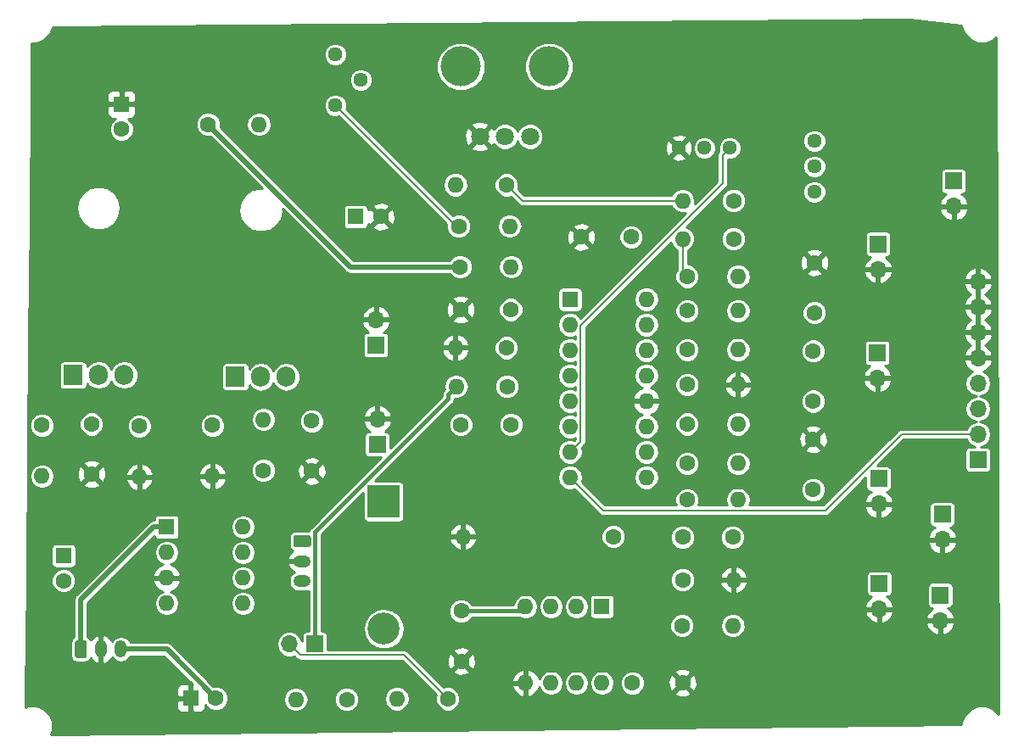
<source format=gbr>
G04 #@! TF.GenerationSoftware,KiCad,Pcbnew,(5.0.1)-rc2*
G04 #@! TF.CreationDate,2019-01-13T20:35:23-05:00*
G04 #@! TF.ProjectId,cem3340-module,63656D333334302D6D6F64756C652E6B,rev?*
G04 #@! TF.SameCoordinates,Original*
G04 #@! TF.FileFunction,Copper,L2,Bot,Signal*
G04 #@! TF.FilePolarity,Positive*
%FSLAX46Y46*%
G04 Gerber Fmt 4.6, Leading zero omitted, Abs format (unit mm)*
G04 Created by KiCad (PCBNEW (5.0.1)-rc2) date 1/13/2019 8:35:23 PM*
%MOMM*%
%LPD*%
G01*
G04 APERTURE LIST*
G04 #@! TA.AperFunction,ComponentPad*
%ADD10R,1.700000X1.700000*%
G04 #@! TD*
G04 #@! TA.AperFunction,ComponentPad*
%ADD11O,1.700000X1.700000*%
G04 #@! TD*
G04 #@! TA.AperFunction,Conductor*
%ADD12C,0.100000*%
G04 #@! TD*
G04 #@! TA.AperFunction,ComponentPad*
%ADD13C,1.200000*%
G04 #@! TD*
G04 #@! TA.AperFunction,ComponentPad*
%ADD14O,1.200000X1.750000*%
G04 #@! TD*
G04 #@! TA.AperFunction,ComponentPad*
%ADD15O,1.600000X1.600000*%
G04 #@! TD*
G04 #@! TA.AperFunction,ComponentPad*
%ADD16C,1.600000*%
G04 #@! TD*
G04 #@! TA.AperFunction,ComponentPad*
%ADD17C,1.440000*%
G04 #@! TD*
G04 #@! TA.AperFunction,ComponentPad*
%ADD18R,3.200000X3.200000*%
G04 #@! TD*
G04 #@! TA.AperFunction,ComponentPad*
%ADD19O,3.200000X3.200000*%
G04 #@! TD*
G04 #@! TA.AperFunction,ComponentPad*
%ADD20O,1.905000X2.000000*%
G04 #@! TD*
G04 #@! TA.AperFunction,ComponentPad*
%ADD21R,1.905000X2.000000*%
G04 #@! TD*
G04 #@! TA.AperFunction,ComponentPad*
%ADD22R,1.600000X1.600000*%
G04 #@! TD*
G04 #@! TA.AperFunction,ComponentPad*
%ADD23O,1.750000X1.200000*%
G04 #@! TD*
G04 #@! TA.AperFunction,WasherPad*
%ADD24C,4.000000*%
G04 #@! TD*
G04 #@! TA.AperFunction,ComponentPad*
%ADD25C,1.800000*%
G04 #@! TD*
G04 #@! TA.AperFunction,Conductor*
%ADD26C,0.203000*%
G04 #@! TD*
G04 #@! TA.AperFunction,Conductor*
%ADD27C,0.508000*%
G04 #@! TD*
G04 #@! TA.AperFunction,Conductor*
%ADD28C,0.381000*%
G04 #@! TD*
G04 #@! TA.AperFunction,Conductor*
%ADD29C,0.254000*%
G04 #@! TD*
G04 APERTURE END LIST*
D10*
G04 #@! TO.P,J11,1*
G04 #@! TO.N,Saw*
X158305500Y-123380500D03*
D11*
G04 #@! TO.P,J11,2*
G04 #@! TO.N,GND*
X158305500Y-125920500D03*
G04 #@! TD*
G04 #@! TO.P,J12,2*
G04 #@! TO.N,GND*
X159639000Y-84582000D03*
D10*
G04 #@! TO.P,J12,1*
G04 #@! TO.N,Tri*
X159639000Y-82042000D03*
G04 #@! TD*
G04 #@! TO.P,J13,1*
G04 #@! TO.N,Sqr*
X158496000Y-115316000D03*
D11*
G04 #@! TO.P,J13,2*
G04 #@! TO.N,GND*
X158496000Y-117856000D03*
G04 #@! TD*
D10*
G04 #@! TO.P,J10,1*
G04 #@! TO.N,Sqr*
X162052000Y-109855000D03*
D11*
G04 #@! TO.P,J10,2*
G04 #@! TO.N,Saw*
X162052000Y-107315000D03*
G04 #@! TO.P,J10,3*
G04 #@! TO.N,Tri*
X162052000Y-104775000D03*
G04 #@! TO.P,J10,4*
G04 #@! TO.N,1V-Oct*
X162052000Y-102235000D03*
G04 #@! TO.P,J10,5*
G04 #@! TO.N,GND*
X162052000Y-99695000D03*
G04 #@! TO.P,J10,6*
X162052000Y-97155000D03*
G04 #@! TO.P,J10,7*
X162052000Y-94615000D03*
G04 #@! TO.P,J10,8*
X162052000Y-92075000D03*
G04 #@! TD*
D12*
G04 #@! TO.N,+12V*
G04 #@! TO.C,J9*
G36*
X72891505Y-127904204D02*
X72915773Y-127907804D01*
X72939572Y-127913765D01*
X72962671Y-127922030D01*
X72984850Y-127932520D01*
X73005893Y-127945132D01*
X73025599Y-127959747D01*
X73043777Y-127976223D01*
X73060253Y-127994401D01*
X73074868Y-128014107D01*
X73087480Y-128035150D01*
X73097970Y-128057329D01*
X73106235Y-128080428D01*
X73112196Y-128104227D01*
X73115796Y-128128495D01*
X73117000Y-128152999D01*
X73117000Y-129403001D01*
X73115796Y-129427505D01*
X73112196Y-129451773D01*
X73106235Y-129475572D01*
X73097970Y-129498671D01*
X73087480Y-129520850D01*
X73074868Y-129541893D01*
X73060253Y-129561599D01*
X73043777Y-129579777D01*
X73025599Y-129596253D01*
X73005893Y-129610868D01*
X72984850Y-129623480D01*
X72962671Y-129633970D01*
X72939572Y-129642235D01*
X72915773Y-129648196D01*
X72891505Y-129651796D01*
X72867001Y-129653000D01*
X72166999Y-129653000D01*
X72142495Y-129651796D01*
X72118227Y-129648196D01*
X72094428Y-129642235D01*
X72071329Y-129633970D01*
X72049150Y-129623480D01*
X72028107Y-129610868D01*
X72008401Y-129596253D01*
X71990223Y-129579777D01*
X71973747Y-129561599D01*
X71959132Y-129541893D01*
X71946520Y-129520850D01*
X71936030Y-129498671D01*
X71927765Y-129475572D01*
X71921804Y-129451773D01*
X71918204Y-129427505D01*
X71917000Y-129403001D01*
X71917000Y-128152999D01*
X71918204Y-128128495D01*
X71921804Y-128104227D01*
X71927765Y-128080428D01*
X71936030Y-128057329D01*
X71946520Y-128035150D01*
X71959132Y-128014107D01*
X71973747Y-127994401D01*
X71990223Y-127976223D01*
X72008401Y-127959747D01*
X72028107Y-127945132D01*
X72049150Y-127932520D01*
X72071329Y-127922030D01*
X72094428Y-127913765D01*
X72118227Y-127907804D01*
X72142495Y-127904204D01*
X72166999Y-127903000D01*
X72867001Y-127903000D01*
X72891505Y-127904204D01*
X72891505Y-127904204D01*
G37*
D13*
G04 #@! TD*
G04 #@! TO.P,J9,1*
G04 #@! TO.N,+12V*
X72517000Y-128778000D03*
D14*
G04 #@! TO.P,J9,2*
G04 #@! TO.N,GND*
X74517000Y-128778000D03*
G04 #@! TO.P,J9,3*
G04 #@! TO.N,-12V*
X76517000Y-128778000D03*
G04 #@! TD*
D10*
G04 #@! TO.P,J8,1*
G04 #@! TO.N,PWM_CV*
X95885000Y-128270000D03*
D11*
G04 #@! TO.P,J8,2*
G04 #@! TO.N,+2.5V*
X93345000Y-128270000D03*
G04 #@! TD*
D15*
G04 #@! TO.P,R23,2*
G04 #@! TO.N,-5V*
X93980000Y-133794500D03*
D16*
G04 #@! TO.P,R23,1*
G04 #@! TO.N,Net-(R22-Pad2)*
X99060000Y-133794500D03*
G04 #@! TD*
G04 #@! TO.P,R22,1*
G04 #@! TO.N,+2.5V*
X109156500Y-133731000D03*
D15*
G04 #@! TO.P,R22,2*
G04 #@! TO.N,Net-(R22-Pad2)*
X104076500Y-133731000D03*
G04 #@! TD*
D17*
G04 #@! TO.P,RV1,1*
G04 #@! TO.N,Net-(RV1-Pad1)*
X137287000Y-78740000D03*
G04 #@! TO.P,RV1,2*
G04 #@! TO.N,Net-(R8-Pad1)*
X134747000Y-78740000D03*
G04 #@! TO.P,RV1,3*
G04 #@! TO.N,GND*
X132207000Y-78740000D03*
G04 #@! TD*
D18*
G04 #@! TO.P,D1,1*
G04 #@! TO.N,+12V*
X102743000Y-114046000D03*
D19*
G04 #@! TO.P,D1,2*
G04 #@! TO.N,-12V*
X102743000Y-126746000D03*
G04 #@! TD*
D20*
G04 #@! TO.P,U4,3*
G04 #@! TO.N,+12V*
X93027500Y-101600000D03*
G04 #@! TO.P,U4,2*
G04 #@! TO.N,+10V*
X90487500Y-101600000D03*
D21*
G04 #@! TO.P,U4,1*
G04 #@! TO.N,Net-(R20-Pad1)*
X87947500Y-101600000D03*
G04 #@! TD*
G04 #@! TO.P,U3,1*
G04 #@! TO.N,Net-(R17-Pad1)*
X71755000Y-101409500D03*
D20*
G04 #@! TO.P,U3,2*
G04 #@! TO.N,Net-(C7-Pad1)*
X74295000Y-101409500D03*
G04 #@! TO.P,U3,3*
G04 #@! TO.N,-5V*
X76835000Y-101409500D03*
G04 #@! TD*
D16*
G04 #@! TO.P,C6,1*
G04 #@! TO.N,Net-(C6-Pad1)*
X125666500Y-117538500D03*
D15*
G04 #@! TO.P,C6,2*
G04 #@! TO.N,GND*
X110666500Y-117538500D03*
G04 #@! TD*
D16*
G04 #@! TO.P,C1,2*
G04 #@! TO.N,Net-(C1-Pad2)*
X110443000Y-106362500D03*
G04 #@! TO.P,C1,1*
G04 #@! TO.N,Net-(C1-Pad1)*
X115443000Y-106362500D03*
G04 #@! TD*
G04 #@! TO.P,C2,1*
G04 #@! TO.N,Net-(C2-Pad1)*
X132582500Y-117602000D03*
G04 #@! TO.P,C2,2*
G04 #@! TO.N,Net-(C2-Pad2)*
X137582500Y-117602000D03*
G04 #@! TD*
G04 #@! TO.P,C3,1*
G04 #@! TO.N,Net-(C3-Pad1)*
X145605500Y-104013000D03*
G04 #@! TO.P,C3,2*
G04 #@! TO.N,Net-(C3-Pad2)*
X145605500Y-99013000D03*
G04 #@! TD*
G04 #@! TO.P,C4,2*
G04 #@! TO.N,GND*
X145732500Y-90186500D03*
G04 #@! TO.P,C4,1*
G04 #@! TO.N,Net-(C4-Pad1)*
X145732500Y-95186500D03*
G04 #@! TD*
G04 #@! TO.P,C5,2*
G04 #@! TO.N,GND*
X145605500Y-107839500D03*
G04 #@! TO.P,C5,1*
G04 #@! TO.N,Net-(C5-Pad1)*
X145605500Y-112839500D03*
G04 #@! TD*
G04 #@! TO.P,C7,1*
G04 #@! TO.N,Net-(C7-Pad1)*
X73596500Y-106299000D03*
G04 #@! TO.P,C7,2*
G04 #@! TO.N,GND*
X73596500Y-111299000D03*
G04 #@! TD*
D22*
G04 #@! TO.P,C8,1*
G04 #@! TO.N,GND*
X76581000Y-74358500D03*
D16*
G04 #@! TO.P,C8,2*
G04 #@! TO.N,-5V*
X76581000Y-76858500D03*
G04 #@! TD*
G04 #@! TO.P,C9,1*
G04 #@! TO.N,GND*
X95567500Y-110998000D03*
G04 #@! TO.P,C9,2*
G04 #@! TO.N,+12V*
X95567500Y-105998000D03*
G04 #@! TD*
G04 #@! TO.P,C10,2*
G04 #@! TO.N,GND*
X102449000Y-85598000D03*
D22*
G04 #@! TO.P,C10,1*
G04 #@! TO.N,+10V*
X99949000Y-85598000D03*
G04 #@! TD*
D16*
G04 #@! TO.P,C11,1*
G04 #@! TO.N,GND*
X110426500Y-94869000D03*
G04 #@! TO.P,C11,2*
G04 #@! TO.N,-5V*
X115426500Y-94869000D03*
G04 #@! TD*
G04 #@! TO.P,C12,2*
G04 #@! TO.N,GND*
X132571500Y-132143500D03*
G04 #@! TO.P,C12,1*
G04 #@! TO.N,+12V*
X127571500Y-132143500D03*
G04 #@! TD*
G04 #@! TO.P,C13,1*
G04 #@! TO.N,-12V*
X110490000Y-124968000D03*
G04 #@! TO.P,C13,2*
G04 #@! TO.N,GND*
X110490000Y-129968000D03*
G04 #@! TD*
G04 #@! TO.P,C14,2*
G04 #@! TO.N,GND*
X122444500Y-87630000D03*
G04 #@! TO.P,C14,1*
G04 #@! TO.N,+10V*
X127444500Y-87630000D03*
G04 #@! TD*
G04 #@! TO.P,C15,2*
G04 #@! TO.N,-12V*
X86002500Y-133667500D03*
D22*
G04 #@! TO.P,C15,1*
G04 #@! TO.N,GND*
X83502500Y-133667500D03*
G04 #@! TD*
G04 #@! TO.P,C16,1*
G04 #@! TO.N,Net-(C16-Pad1)*
X70802500Y-119443500D03*
D16*
G04 #@! TO.P,C16,2*
G04 #@! TO.N,Net-(C16-Pad2)*
X70802500Y-121943500D03*
G04 #@! TD*
D10*
G04 #@! TO.P,J1,1*
G04 #@! TO.N,1V-Oct*
X152019000Y-99187000D03*
D11*
G04 #@! TO.P,J1,2*
G04 #@! TO.N,GND*
X152019000Y-101727000D03*
G04 #@! TD*
D10*
G04 #@! TO.P,J2,1*
G04 #@! TO.N,ExpoCV*
X152082500Y-88328500D03*
D11*
G04 #@! TO.P,J2,2*
G04 #@! TO.N,GND*
X152082500Y-90868500D03*
G04 #@! TD*
G04 #@! TO.P,J3,2*
G04 #@! TO.N,GND*
X152146000Y-114300000D03*
D10*
G04 #@! TO.P,J3,1*
G04 #@! TO.N,Net-(C3-Pad2)*
X152146000Y-111760000D03*
G04 #@! TD*
D11*
G04 #@! TO.P,J4,2*
G04 #@! TO.N,GND*
X152209500Y-124777500D03*
D10*
G04 #@! TO.P,J4,1*
G04 #@! TO.N,Net-(C2-Pad2)*
X152209500Y-122237500D03*
G04 #@! TD*
D11*
G04 #@! TO.P,J5,2*
G04 #@! TO.N,GND*
X102108000Y-105791000D03*
D10*
G04 #@! TO.P,J5,1*
G04 #@! TO.N,Net-(C1-Pad2)*
X102108000Y-108331000D03*
G04 #@! TD*
G04 #@! TO.P,J6,1*
G04 #@! TO.N,PWM_CV*
X101981000Y-98425000D03*
D11*
G04 #@! TO.P,J6,2*
G04 #@! TO.N,GND*
X101981000Y-95885000D03*
G04 #@! TD*
D12*
G04 #@! TO.N,+12V*
G04 #@! TO.C,J7*
G36*
X95264505Y-117384204D02*
X95288773Y-117387804D01*
X95312572Y-117393765D01*
X95335671Y-117402030D01*
X95357850Y-117412520D01*
X95378893Y-117425132D01*
X95398599Y-117439747D01*
X95416777Y-117456223D01*
X95433253Y-117474401D01*
X95447868Y-117494107D01*
X95460480Y-117515150D01*
X95470970Y-117537329D01*
X95479235Y-117560428D01*
X95485196Y-117584227D01*
X95488796Y-117608495D01*
X95490000Y-117632999D01*
X95490000Y-118333001D01*
X95488796Y-118357505D01*
X95485196Y-118381773D01*
X95479235Y-118405572D01*
X95470970Y-118428671D01*
X95460480Y-118450850D01*
X95447868Y-118471893D01*
X95433253Y-118491599D01*
X95416777Y-118509777D01*
X95398599Y-118526253D01*
X95378893Y-118540868D01*
X95357850Y-118553480D01*
X95335671Y-118563970D01*
X95312572Y-118572235D01*
X95288773Y-118578196D01*
X95264505Y-118581796D01*
X95240001Y-118583000D01*
X93989999Y-118583000D01*
X93965495Y-118581796D01*
X93941227Y-118578196D01*
X93917428Y-118572235D01*
X93894329Y-118563970D01*
X93872150Y-118553480D01*
X93851107Y-118540868D01*
X93831401Y-118526253D01*
X93813223Y-118509777D01*
X93796747Y-118491599D01*
X93782132Y-118471893D01*
X93769520Y-118450850D01*
X93759030Y-118428671D01*
X93750765Y-118405572D01*
X93744804Y-118381773D01*
X93741204Y-118357505D01*
X93740000Y-118333001D01*
X93740000Y-117632999D01*
X93741204Y-117608495D01*
X93744804Y-117584227D01*
X93750765Y-117560428D01*
X93759030Y-117537329D01*
X93769520Y-117515150D01*
X93782132Y-117494107D01*
X93796747Y-117474401D01*
X93813223Y-117456223D01*
X93831401Y-117439747D01*
X93851107Y-117425132D01*
X93872150Y-117412520D01*
X93894329Y-117402030D01*
X93917428Y-117393765D01*
X93941227Y-117387804D01*
X93965495Y-117384204D01*
X93989999Y-117383000D01*
X95240001Y-117383000D01*
X95264505Y-117384204D01*
X95264505Y-117384204D01*
G37*
D13*
G04 #@! TD*
G04 #@! TO.P,J7,1*
G04 #@! TO.N,+12V*
X94615000Y-117983000D03*
D23*
G04 #@! TO.P,J7,2*
G04 #@! TO.N,GND*
X94615000Y-119983000D03*
G04 #@! TO.P,J7,3*
G04 #@! TO.N,-12V*
X94615000Y-121983000D03*
G04 #@! TD*
D15*
G04 #@! TO.P,R1,2*
G04 #@! TO.N,PWM_CV*
X109982000Y-102552500D03*
D16*
G04 #@! TO.P,R1,1*
G04 #@! TO.N,Net-(R1-Pad1)*
X115062000Y-102552500D03*
G04 #@! TD*
G04 #@! TO.P,R2,1*
G04 #@! TO.N,Net-(R12-Pad1)*
X133032500Y-94996000D03*
D15*
G04 #@! TO.P,R2,2*
G04 #@! TO.N,1V-Oct*
X138112500Y-94996000D03*
G04 #@! TD*
D16*
G04 #@! TO.P,R3,1*
G04 #@! TO.N,Sqr*
X114998500Y-98679000D03*
D15*
G04 #@! TO.P,R3,2*
G04 #@! TO.N,GND*
X109918500Y-98679000D03*
G04 #@! TD*
D16*
G04 #@! TO.P,R4,1*
G04 #@! TO.N,Net-(R12-Pad1)*
X133032500Y-98869500D03*
D15*
G04 #@! TO.P,R4,2*
G04 #@! TO.N,Net-(C4-Pad1)*
X138112500Y-98869500D03*
G04 #@! TD*
G04 #@! TO.P,R5,2*
G04 #@! TO.N,Net-(C3-Pad1)*
X138112500Y-110236000D03*
D16*
G04 #@! TO.P,R5,1*
G04 #@! TO.N,Net-(R5-Pad1)*
X133032500Y-110236000D03*
G04 #@! TD*
G04 #@! TO.P,R6,1*
G04 #@! TO.N,Net-(R5-Pad1)*
X133032500Y-106299000D03*
D15*
G04 #@! TO.P,R6,2*
G04 #@! TO.N,+10V*
X138112500Y-106299000D03*
G04 #@! TD*
D16*
G04 #@! TO.P,R7,1*
G04 #@! TO.N,Net-(R5-Pad1)*
X133032500Y-113855500D03*
D15*
G04 #@! TO.P,R7,2*
G04 #@! TO.N,Net-(C5-Pad1)*
X138112500Y-113855500D03*
G04 #@! TD*
G04 #@! TO.P,R8,2*
G04 #@! TO.N,Net-(R12-Pad1)*
X132582500Y-87820500D03*
D16*
G04 #@! TO.P,R8,1*
G04 #@! TO.N,Net-(R8-Pad1)*
X137662500Y-87820500D03*
G04 #@! TD*
D15*
G04 #@! TO.P,R9,2*
G04 #@! TO.N,Net-(R9-Pad2)*
X115443000Y-90614500D03*
D16*
G04 #@! TO.P,R9,1*
G04 #@! TO.N,-5V*
X110363000Y-90614500D03*
G04 #@! TD*
D15*
G04 #@! TO.P,R10,2*
G04 #@! TO.N,GND*
X138112500Y-102362000D03*
D16*
G04 #@! TO.P,R10,1*
G04 #@! TO.N,Net-(R10-Pad1)*
X133032500Y-102362000D03*
G04 #@! TD*
G04 #@! TO.P,R11,1*
G04 #@! TO.N,Net-(R11-Pad1)*
X110236000Y-86550500D03*
D15*
G04 #@! TO.P,R11,2*
G04 #@! TO.N,Net-(R11-Pad2)*
X115316000Y-86550500D03*
G04 #@! TD*
D16*
G04 #@! TO.P,R12,1*
G04 #@! TO.N,Net-(R12-Pad1)*
X133032500Y-91567000D03*
D15*
G04 #@! TO.P,R12,2*
G04 #@! TO.N,ExpoCV*
X138112500Y-91567000D03*
G04 #@! TD*
G04 #@! TO.P,R13,2*
G04 #@! TO.N,Net-(R13-Pad2)*
X109918500Y-82423000D03*
D16*
G04 #@! TO.P,R13,1*
G04 #@! TO.N,Net-(R12-Pad1)*
X114998500Y-82423000D03*
G04 #@! TD*
G04 #@! TO.P,R14,1*
G04 #@! TO.N,Net-(R14-Pad1)*
X137662500Y-84010500D03*
D15*
G04 #@! TO.P,R14,2*
G04 #@! TO.N,Net-(R12-Pad1)*
X132582500Y-84010500D03*
G04 #@! TD*
G04 #@! TO.P,R15,2*
G04 #@! TO.N,Net-(R15-Pad2)*
X90297000Y-76390500D03*
D16*
G04 #@! TO.P,R15,1*
G04 #@! TO.N,-5V*
X85217000Y-76390500D03*
G04 #@! TD*
D15*
G04 #@! TO.P,R16,2*
G04 #@! TO.N,GND*
X78359000Y-111569500D03*
D16*
G04 #@! TO.P,R16,1*
G04 #@! TO.N,-5V*
X78359000Y-106489500D03*
G04 #@! TD*
G04 #@! TO.P,R17,1*
G04 #@! TO.N,Net-(R17-Pad1)*
X68643500Y-106426000D03*
D15*
G04 #@! TO.P,R17,2*
G04 #@! TO.N,-5V*
X68643500Y-111506000D03*
G04 #@! TD*
D16*
G04 #@! TO.P,R18,1*
G04 #@! TO.N,Net-(R18-Pad1)*
X132588000Y-121856500D03*
D15*
G04 #@! TO.P,R18,2*
G04 #@! TO.N,GND*
X137668000Y-121856500D03*
G04 #@! TD*
G04 #@! TO.P,R19,2*
G04 #@! TO.N,Net-(R18-Pad1)*
X137604500Y-126428500D03*
D16*
G04 #@! TO.P,R19,1*
G04 #@! TO.N,Tri*
X132524500Y-126428500D03*
G04 #@! TD*
D15*
G04 #@! TO.P,R20,2*
G04 #@! TO.N,GND*
X85661500Y-111506000D03*
D16*
G04 #@! TO.P,R20,1*
G04 #@! TO.N,Net-(R20-Pad1)*
X85661500Y-106426000D03*
G04 #@! TD*
G04 #@! TO.P,R21,1*
G04 #@! TO.N,Net-(R20-Pad1)*
X90741500Y-110934500D03*
D15*
G04 #@! TO.P,R21,2*
G04 #@! TO.N,+10V*
X90741500Y-105854500D03*
G04 #@! TD*
D17*
G04 #@! TO.P,RV2,3*
G04 #@! TO.N,Net-(R15-Pad2)*
X97917000Y-69405500D03*
G04 #@! TO.P,RV2,2*
X100457000Y-71945500D03*
G04 #@! TO.P,RV2,1*
G04 #@! TO.N,Net-(R11-Pad1)*
X97917000Y-74485500D03*
G04 #@! TD*
D24*
G04 #@! TO.P,RV3,*
G04 #@! TO.N,*
X119248000Y-70597000D03*
X110448000Y-70597000D03*
D25*
G04 #@! TO.P,RV3,1*
G04 #@! TO.N,+10V*
X117348000Y-77597000D03*
G04 #@! TO.P,RV3,2*
G04 #@! TO.N,Net-(R13-Pad2)*
X114848000Y-77597000D03*
G04 #@! TO.P,RV3,3*
G04 #@! TO.N,GND*
X112348000Y-77597000D03*
G04 #@! TD*
D17*
G04 #@! TO.P,RV4,1*
G04 #@! TO.N,Net-(R14-Pad1)*
X145732500Y-78041500D03*
G04 #@! TO.P,RV4,2*
X145732500Y-80581500D03*
G04 #@! TO.P,RV4,3*
G04 #@! TO.N,+10V*
X145732500Y-83121500D03*
G04 #@! TD*
D22*
G04 #@! TO.P,U1,1*
G04 #@! TO.N,Tri*
X124523500Y-124523500D03*
D15*
G04 #@! TO.P,U1,5*
G04 #@! TO.N,GND*
X116903500Y-132143500D03*
G04 #@! TO.P,U1,2*
G04 #@! TO.N,Net-(R18-Pad1)*
X121983500Y-124523500D03*
G04 #@! TO.P,U1,6*
G04 #@! TO.N,Net-(R22-Pad2)*
X119443500Y-132143500D03*
G04 #@! TO.P,U1,3*
G04 #@! TO.N,Net-(U1-Pad3)*
X119443500Y-124523500D03*
G04 #@! TO.P,U1,7*
G04 #@! TO.N,+2.5V*
X121983500Y-132143500D03*
G04 #@! TO.P,U1,4*
G04 #@! TO.N,-12V*
X116903500Y-124523500D03*
G04 #@! TO.P,U1,8*
G04 #@! TO.N,+12V*
X124523500Y-132143500D03*
G04 #@! TD*
D22*
G04 #@! TO.P,U2,1*
G04 #@! TO.N,Net-(R11-Pad2)*
X121348500Y-93853000D03*
D15*
G04 #@! TO.P,U2,9*
G04 #@! TO.N,Net-(C2-Pad1)*
X128968500Y-111633000D03*
G04 #@! TO.P,U2,2*
G04 #@! TO.N,Net-(R9-Pad2)*
X121348500Y-96393000D03*
G04 #@! TO.P,U2,10*
G04 #@! TO.N,Net-(U1-Pad3)*
X128968500Y-109093000D03*
G04 #@! TO.P,U2,3*
G04 #@! TO.N,-5V*
X121348500Y-98933000D03*
G04 #@! TO.P,U2,11*
G04 #@! TO.N,Net-(C6-Pad1)*
X128968500Y-106553000D03*
G04 #@! TO.P,U2,4*
G04 #@! TO.N,Sqr*
X121348500Y-101473000D03*
G04 #@! TO.P,U2,12*
G04 #@! TO.N,GND*
X128968500Y-104013000D03*
G04 #@! TO.P,U2,5*
G04 #@! TO.N,Net-(R1-Pad1)*
X121348500Y-104013000D03*
G04 #@! TO.P,U2,13*
G04 #@! TO.N,Net-(R5-Pad1)*
X128968500Y-101473000D03*
G04 #@! TO.P,U2,6*
G04 #@! TO.N,Net-(C1-Pad1)*
X121348500Y-106553000D03*
G04 #@! TO.P,U2,14*
G04 #@! TO.N,Net-(R10-Pad1)*
X128968500Y-98933000D03*
G04 #@! TO.P,U2,7*
G04 #@! TO.N,Net-(RV1-Pad1)*
X121348500Y-109093000D03*
G04 #@! TO.P,U2,15*
G04 #@! TO.N,Net-(R12-Pad1)*
X128968500Y-96393000D03*
G04 #@! TO.P,U2,8*
G04 #@! TO.N,Saw*
X121348500Y-111633000D03*
G04 #@! TO.P,U2,16*
G04 #@! TO.N,+10V*
X128968500Y-93853000D03*
G04 #@! TD*
G04 #@! TO.P,U5,8*
G04 #@! TO.N,+12V*
X88709500Y-116586000D03*
G04 #@! TO.P,U5,4*
G04 #@! TO.N,Net-(C16-Pad2)*
X81089500Y-124206000D03*
G04 #@! TO.P,U5,7*
G04 #@! TO.N,Net-(U5-Pad7)*
X88709500Y-119126000D03*
G04 #@! TO.P,U5,3*
G04 #@! TO.N,GND*
X81089500Y-121666000D03*
G04 #@! TO.P,U5,6*
G04 #@! TO.N,Net-(U5-Pad6)*
X88709500Y-121666000D03*
G04 #@! TO.P,U5,2*
G04 #@! TO.N,Net-(C16-Pad1)*
X81089500Y-119126000D03*
G04 #@! TO.P,U5,5*
G04 #@! TO.N,-12V*
X88709500Y-124206000D03*
D22*
G04 #@! TO.P,U5,1*
G04 #@! TO.N,+12V*
X81089500Y-116586000D03*
G04 #@! TD*
D26*
G04 #@! TO.N,Net-(R11-Pad1)*
X109982000Y-86550500D02*
X110236000Y-86550500D01*
X97917000Y-74485500D02*
X109982000Y-86550500D01*
D27*
G04 #@! TO.N,-5V*
X99441000Y-90614500D02*
X110363000Y-90614500D01*
X85217000Y-76390500D02*
X99441000Y-90614500D01*
G04 #@! TO.N,+12V*
X79781500Y-116586000D02*
X81089500Y-116586000D01*
X72517000Y-123850500D02*
X79781500Y-116586000D01*
X72517000Y-128778000D02*
X72517000Y-123850500D01*
G04 #@! TO.N,-12V*
X81113000Y-128778000D02*
X86002500Y-133667500D01*
X76517000Y-128778000D02*
X81113000Y-128778000D01*
D28*
X116459000Y-124968000D02*
X116903500Y-124523500D01*
X110490000Y-124968000D02*
X116459000Y-124968000D01*
G04 #@! TO.N,PWM_CV*
X109182001Y-103352499D02*
X109982000Y-102552500D01*
X109182001Y-103789777D02*
X109182001Y-103352499D01*
X95885000Y-117086778D02*
X109182001Y-103789777D01*
X95885000Y-128270000D02*
X95885000Y-117086778D01*
D26*
G04 #@! TO.N,Net-(R12-Pad1)*
X132582500Y-91117000D02*
X133032500Y-91567000D01*
X132582500Y-87820500D02*
X132582500Y-91117000D01*
X116586000Y-84010500D02*
X114998500Y-82423000D01*
X132582500Y-84010500D02*
X116586000Y-84010500D01*
G04 #@! TO.N,Net-(RV1-Pad1)*
X122402401Y-108039099D02*
X121348500Y-109093000D01*
X122402401Y-96440825D02*
X122402401Y-108039099D01*
X136567001Y-82276225D02*
X122402401Y-96440825D01*
X136567001Y-79459999D02*
X136567001Y-82276225D01*
X137287000Y-78740000D02*
X136567001Y-79459999D01*
G04 #@! TO.N,Saw*
X160849919Y-107315000D02*
X162052000Y-107315000D01*
X154433978Y-107315000D02*
X160849919Y-107315000D01*
X146839577Y-114909401D02*
X154433978Y-107315000D01*
X124624901Y-114909401D02*
X146839577Y-114909401D01*
X121348500Y-111633000D02*
X124624901Y-114909401D01*
G04 #@! TO.N,+2.5V*
X94194999Y-129119999D02*
X93345000Y-128270000D01*
X94448901Y-129373901D02*
X94194999Y-129119999D01*
X104799401Y-129373901D02*
X94448901Y-129373901D01*
X109156500Y-133731000D02*
X104799401Y-129373901D01*
G04 #@! TD*
D29*
G04 #@! TO.N,GND*
G36*
X160401200Y-66479748D02*
X160401200Y-66634650D01*
X160710523Y-67381422D01*
X161282078Y-67952977D01*
X162028850Y-68262300D01*
X162837150Y-68262300D01*
X163583922Y-67952977D01*
X163834396Y-67702503D01*
X164142769Y-135297870D01*
X163583922Y-134739023D01*
X162837150Y-134429700D01*
X162028850Y-134429700D01*
X161282078Y-134739023D01*
X160710523Y-135310578D01*
X160401200Y-136057350D01*
X160401200Y-136252940D01*
X69534947Y-137319168D01*
X69722800Y-136865650D01*
X69722800Y-136057350D01*
X69413477Y-135310578D01*
X68841922Y-134739023D01*
X68095150Y-134429700D01*
X67286850Y-134429700D01*
X67018797Y-134540731D01*
X67024056Y-133953250D01*
X82067500Y-133953250D01*
X82067500Y-134593810D01*
X82164173Y-134827199D01*
X82342802Y-135005827D01*
X82576191Y-135102500D01*
X83216750Y-135102500D01*
X83375500Y-134943750D01*
X83375500Y-133794500D01*
X82226250Y-133794500D01*
X82067500Y-133953250D01*
X67024056Y-133953250D01*
X67034907Y-132741190D01*
X82067500Y-132741190D01*
X82067500Y-133381750D01*
X82226250Y-133540500D01*
X83375500Y-133540500D01*
X83375500Y-132391250D01*
X83216750Y-132232500D01*
X82576191Y-132232500D01*
X82342802Y-132329173D01*
X82164173Y-132507801D01*
X82067500Y-132741190D01*
X67034907Y-132741190D01*
X67075983Y-128152999D01*
X71476741Y-128152999D01*
X71476741Y-129403001D01*
X71529284Y-129667151D01*
X71678913Y-129891087D01*
X71902849Y-130040716D01*
X72166999Y-130093259D01*
X72867001Y-130093259D01*
X73131151Y-130040716D01*
X73355087Y-129891087D01*
X73477889Y-129707301D01*
X73733526Y-130016080D01*
X74161719Y-130242592D01*
X74199391Y-130246462D01*
X74390000Y-130121731D01*
X74390000Y-128905000D01*
X74370000Y-128905000D01*
X74370000Y-128651000D01*
X74390000Y-128651000D01*
X74390000Y-127434269D01*
X74644000Y-127434269D01*
X74644000Y-128651000D01*
X74664000Y-128651000D01*
X74664000Y-128905000D01*
X74644000Y-128905000D01*
X74644000Y-130121731D01*
X74834609Y-130246462D01*
X74872281Y-130242592D01*
X75300474Y-130016080D01*
X75609390Y-129642947D01*
X75628596Y-129580599D01*
X75773115Y-129796886D01*
X76114413Y-130024934D01*
X76517000Y-130105014D01*
X76919588Y-130024934D01*
X77260886Y-129796886D01*
X77483446Y-129463800D01*
X80828934Y-129463800D01*
X83692942Y-132327808D01*
X83629500Y-132391250D01*
X83629500Y-133540500D01*
X83649500Y-133540500D01*
X83649500Y-133794500D01*
X83629500Y-133794500D01*
X83629500Y-134943750D01*
X83788250Y-135102500D01*
X84428809Y-135102500D01*
X84662198Y-135005827D01*
X84840827Y-134827199D01*
X84937500Y-134593810D01*
X84937500Y-134315209D01*
X84958231Y-134365258D01*
X85304742Y-134711769D01*
X85757480Y-134899300D01*
X86247520Y-134899300D01*
X86700258Y-134711769D01*
X87046769Y-134365258D01*
X87234300Y-133912520D01*
X87234300Y-133794500D01*
X92724068Y-133794500D01*
X92819670Y-134275124D01*
X93091922Y-134682578D01*
X93499376Y-134954830D01*
X93858680Y-135026300D01*
X94101320Y-135026300D01*
X94460624Y-134954830D01*
X94868078Y-134682578D01*
X95140330Y-134275124D01*
X95235932Y-133794500D01*
X95187195Y-133549480D01*
X97828200Y-133549480D01*
X97828200Y-134039520D01*
X98015731Y-134492258D01*
X98362242Y-134838769D01*
X98814980Y-135026300D01*
X99305020Y-135026300D01*
X99757758Y-134838769D01*
X100104269Y-134492258D01*
X100291800Y-134039520D01*
X100291800Y-133731000D01*
X102820568Y-133731000D01*
X102916170Y-134211624D01*
X103188422Y-134619078D01*
X103595876Y-134891330D01*
X103955180Y-134962800D01*
X104197820Y-134962800D01*
X104557124Y-134891330D01*
X104964578Y-134619078D01*
X105236830Y-134211624D01*
X105332432Y-133731000D01*
X105236830Y-133250376D01*
X104964578Y-132842922D01*
X104557124Y-132570670D01*
X104197820Y-132499200D01*
X103955180Y-132499200D01*
X103595876Y-132570670D01*
X103188422Y-132842922D01*
X102916170Y-133250376D01*
X102820568Y-133731000D01*
X100291800Y-133731000D01*
X100291800Y-133549480D01*
X100104269Y-133096742D01*
X99757758Y-132750231D01*
X99305020Y-132562700D01*
X98814980Y-132562700D01*
X98362242Y-132750231D01*
X98015731Y-133096742D01*
X97828200Y-133549480D01*
X95187195Y-133549480D01*
X95140330Y-133313876D01*
X94868078Y-132906422D01*
X94460624Y-132634170D01*
X94101320Y-132562700D01*
X93858680Y-132562700D01*
X93499376Y-132634170D01*
X93091922Y-132906422D01*
X92819670Y-133313876D01*
X92724068Y-133794500D01*
X87234300Y-133794500D01*
X87234300Y-133422480D01*
X87046769Y-132969742D01*
X86700258Y-132623231D01*
X86247520Y-132435700D01*
X85757480Y-132435700D01*
X85745521Y-132440654D01*
X81645698Y-128340832D01*
X81607434Y-128283566D01*
X81587132Y-128270000D01*
X92038089Y-128270000D01*
X92137572Y-128770133D01*
X92420874Y-129194126D01*
X92844867Y-129477428D01*
X93218759Y-129551800D01*
X93471241Y-129551800D01*
X93806010Y-129485210D01*
X94034662Y-129713861D01*
X94064414Y-129758388D01*
X94240818Y-129876258D01*
X94396380Y-129907201D01*
X94396384Y-129907201D01*
X94448901Y-129917647D01*
X94501418Y-129907201D01*
X104578501Y-129907201D01*
X107992821Y-133321521D01*
X107924700Y-133485980D01*
X107924700Y-133976020D01*
X108112231Y-134428758D01*
X108458742Y-134775269D01*
X108911480Y-134962800D01*
X109401520Y-134962800D01*
X109854258Y-134775269D01*
X110200769Y-134428758D01*
X110388300Y-133976020D01*
X110388300Y-133485980D01*
X110200769Y-133033242D01*
X109854258Y-132686731D01*
X109401520Y-132499200D01*
X108911480Y-132499200D01*
X108747021Y-132567321D01*
X108672241Y-132492541D01*
X115511586Y-132492541D01*
X115751111Y-132998634D01*
X116166077Y-133374541D01*
X116554461Y-133535404D01*
X116776500Y-133413415D01*
X116776500Y-132270500D01*
X115632871Y-132270500D01*
X115511586Y-132492541D01*
X108672241Y-132492541D01*
X107974159Y-131794459D01*
X115511586Y-131794459D01*
X115632871Y-132016500D01*
X116776500Y-132016500D01*
X116776500Y-130873585D01*
X117030500Y-130873585D01*
X117030500Y-132016500D01*
X117050500Y-132016500D01*
X117050500Y-132270500D01*
X117030500Y-132270500D01*
X117030500Y-133413415D01*
X117252539Y-133535404D01*
X117640923Y-133374541D01*
X118055889Y-132998634D01*
X118268365Y-132549693D01*
X118283170Y-132624124D01*
X118555422Y-133031578D01*
X118962876Y-133303830D01*
X119322180Y-133375300D01*
X119564820Y-133375300D01*
X119924124Y-133303830D01*
X120331578Y-133031578D01*
X120603830Y-132624124D01*
X120699432Y-132143500D01*
X120727568Y-132143500D01*
X120823170Y-132624124D01*
X121095422Y-133031578D01*
X121502876Y-133303830D01*
X121862180Y-133375300D01*
X122104820Y-133375300D01*
X122464124Y-133303830D01*
X122871578Y-133031578D01*
X123143830Y-132624124D01*
X123239432Y-132143500D01*
X123267568Y-132143500D01*
X123363170Y-132624124D01*
X123635422Y-133031578D01*
X124042876Y-133303830D01*
X124402180Y-133375300D01*
X124644820Y-133375300D01*
X125004124Y-133303830D01*
X125411578Y-133031578D01*
X125683830Y-132624124D01*
X125779432Y-132143500D01*
X125730695Y-131898480D01*
X126339700Y-131898480D01*
X126339700Y-132388520D01*
X126527231Y-132841258D01*
X126873742Y-133187769D01*
X127326480Y-133375300D01*
X127816520Y-133375300D01*
X128269258Y-133187769D01*
X128305782Y-133151245D01*
X131743361Y-133151245D01*
X131817495Y-133397364D01*
X132354723Y-133590465D01*
X132924954Y-133563278D01*
X133325505Y-133397364D01*
X133399639Y-133151245D01*
X132571500Y-132323105D01*
X131743361Y-133151245D01*
X128305782Y-133151245D01*
X128615769Y-132841258D01*
X128803300Y-132388520D01*
X128803300Y-131926723D01*
X131124535Y-131926723D01*
X131151722Y-132496954D01*
X131317636Y-132897505D01*
X131563755Y-132971639D01*
X132391895Y-132143500D01*
X132751105Y-132143500D01*
X133579245Y-132971639D01*
X133825364Y-132897505D01*
X134018465Y-132360277D01*
X133991278Y-131790046D01*
X133825364Y-131389495D01*
X133579245Y-131315361D01*
X132751105Y-132143500D01*
X132391895Y-132143500D01*
X131563755Y-131315361D01*
X131317636Y-131389495D01*
X131124535Y-131926723D01*
X128803300Y-131926723D01*
X128803300Y-131898480D01*
X128615769Y-131445742D01*
X128305782Y-131135755D01*
X131743361Y-131135755D01*
X132571500Y-131963895D01*
X133399639Y-131135755D01*
X133325505Y-130889636D01*
X132788277Y-130696535D01*
X132218046Y-130723722D01*
X131817495Y-130889636D01*
X131743361Y-131135755D01*
X128305782Y-131135755D01*
X128269258Y-131099231D01*
X127816520Y-130911700D01*
X127326480Y-130911700D01*
X126873742Y-131099231D01*
X126527231Y-131445742D01*
X126339700Y-131898480D01*
X125730695Y-131898480D01*
X125683830Y-131662876D01*
X125411578Y-131255422D01*
X125004124Y-130983170D01*
X124644820Y-130911700D01*
X124402180Y-130911700D01*
X124042876Y-130983170D01*
X123635422Y-131255422D01*
X123363170Y-131662876D01*
X123267568Y-132143500D01*
X123239432Y-132143500D01*
X123143830Y-131662876D01*
X122871578Y-131255422D01*
X122464124Y-130983170D01*
X122104820Y-130911700D01*
X121862180Y-130911700D01*
X121502876Y-130983170D01*
X121095422Y-131255422D01*
X120823170Y-131662876D01*
X120727568Y-132143500D01*
X120699432Y-132143500D01*
X120603830Y-131662876D01*
X120331578Y-131255422D01*
X119924124Y-130983170D01*
X119564820Y-130911700D01*
X119322180Y-130911700D01*
X118962876Y-130983170D01*
X118555422Y-131255422D01*
X118283170Y-131662876D01*
X118268365Y-131737307D01*
X118055889Y-131288366D01*
X117640923Y-130912459D01*
X117252539Y-130751596D01*
X117030500Y-130873585D01*
X116776500Y-130873585D01*
X116554461Y-130751596D01*
X116166077Y-130912459D01*
X115751111Y-131288366D01*
X115511586Y-131794459D01*
X107974159Y-131794459D01*
X107155445Y-130975745D01*
X109661861Y-130975745D01*
X109735995Y-131221864D01*
X110273223Y-131414965D01*
X110843454Y-131387778D01*
X111244005Y-131221864D01*
X111318139Y-130975745D01*
X110490000Y-130147605D01*
X109661861Y-130975745D01*
X107155445Y-130975745D01*
X105930923Y-129751223D01*
X109043035Y-129751223D01*
X109070222Y-130321454D01*
X109236136Y-130722005D01*
X109482255Y-130796139D01*
X110310395Y-129968000D01*
X110669605Y-129968000D01*
X111497745Y-130796139D01*
X111743864Y-130722005D01*
X111936965Y-130184777D01*
X111909778Y-129614546D01*
X111743864Y-129213995D01*
X111497745Y-129139861D01*
X110669605Y-129968000D01*
X110310395Y-129968000D01*
X109482255Y-129139861D01*
X109236136Y-129213995D01*
X109043035Y-129751223D01*
X105930923Y-129751223D01*
X105213638Y-129033938D01*
X105183888Y-128989414D01*
X105140249Y-128960255D01*
X109661861Y-128960255D01*
X110490000Y-129788395D01*
X111318139Y-128960255D01*
X111244005Y-128714136D01*
X110706777Y-128521035D01*
X110136546Y-128548222D01*
X109735995Y-128714136D01*
X109661861Y-128960255D01*
X105140249Y-128960255D01*
X105007484Y-128871544D01*
X104851922Y-128840601D01*
X104851917Y-128840601D01*
X104799401Y-128830155D01*
X104746885Y-128840601D01*
X97175259Y-128840601D01*
X97175259Y-127420000D01*
X97141746Y-127251520D01*
X97046310Y-127108690D01*
X96903480Y-127013254D01*
X96735000Y-126979741D01*
X96507300Y-126979741D01*
X96507300Y-126746000D01*
X100671395Y-126746000D01*
X100829087Y-127538769D01*
X101278154Y-128210846D01*
X101950231Y-128659913D01*
X102542887Y-128777800D01*
X102943113Y-128777800D01*
X103535769Y-128659913D01*
X104207846Y-128210846D01*
X104656913Y-127538769D01*
X104814605Y-126746000D01*
X104656913Y-125953231D01*
X104207846Y-125281154D01*
X103535769Y-124832087D01*
X102987253Y-124722980D01*
X109258200Y-124722980D01*
X109258200Y-125213020D01*
X109445731Y-125665758D01*
X109792242Y-126012269D01*
X110244980Y-126199800D01*
X110735020Y-126199800D01*
X110774419Y-126183480D01*
X131292700Y-126183480D01*
X131292700Y-126673520D01*
X131480231Y-127126258D01*
X131826742Y-127472769D01*
X132279480Y-127660300D01*
X132769520Y-127660300D01*
X133222258Y-127472769D01*
X133568769Y-127126258D01*
X133756300Y-126673520D01*
X133756300Y-126428500D01*
X136348568Y-126428500D01*
X136444170Y-126909124D01*
X136716422Y-127316578D01*
X137123876Y-127588830D01*
X137483180Y-127660300D01*
X137725820Y-127660300D01*
X138085124Y-127588830D01*
X138492578Y-127316578D01*
X138764830Y-126909124D01*
X138860432Y-126428500D01*
X138830375Y-126277390D01*
X156864024Y-126277390D01*
X157033855Y-126687424D01*
X157424142Y-127115683D01*
X157948608Y-127361986D01*
X158178500Y-127241319D01*
X158178500Y-126047500D01*
X158432500Y-126047500D01*
X158432500Y-127241319D01*
X158662392Y-127361986D01*
X159186858Y-127115683D01*
X159577145Y-126687424D01*
X159746976Y-126277390D01*
X159625655Y-126047500D01*
X158432500Y-126047500D01*
X158178500Y-126047500D01*
X156985345Y-126047500D01*
X156864024Y-126277390D01*
X138830375Y-126277390D01*
X138764830Y-125947876D01*
X138492578Y-125540422D01*
X138085124Y-125268170D01*
X137725820Y-125196700D01*
X137483180Y-125196700D01*
X137123876Y-125268170D01*
X136716422Y-125540422D01*
X136444170Y-125947876D01*
X136348568Y-126428500D01*
X133756300Y-126428500D01*
X133756300Y-126183480D01*
X133568769Y-125730742D01*
X133222258Y-125384231D01*
X132769520Y-125196700D01*
X132279480Y-125196700D01*
X131826742Y-125384231D01*
X131480231Y-125730742D01*
X131292700Y-126183480D01*
X110774419Y-126183480D01*
X111187758Y-126012269D01*
X111534269Y-125665758D01*
X111565525Y-125590300D01*
X116282898Y-125590300D01*
X116422876Y-125683830D01*
X116782180Y-125755300D01*
X117024820Y-125755300D01*
X117384124Y-125683830D01*
X117791578Y-125411578D01*
X118063830Y-125004124D01*
X118159432Y-124523500D01*
X118187568Y-124523500D01*
X118283170Y-125004124D01*
X118555422Y-125411578D01*
X118962876Y-125683830D01*
X119322180Y-125755300D01*
X119564820Y-125755300D01*
X119924124Y-125683830D01*
X120331578Y-125411578D01*
X120603830Y-125004124D01*
X120699432Y-124523500D01*
X120727568Y-124523500D01*
X120823170Y-125004124D01*
X121095422Y-125411578D01*
X121502876Y-125683830D01*
X121862180Y-125755300D01*
X122104820Y-125755300D01*
X122464124Y-125683830D01*
X122871578Y-125411578D01*
X123143830Y-125004124D01*
X123239432Y-124523500D01*
X123143830Y-124042876D01*
X122930430Y-123723500D01*
X123283241Y-123723500D01*
X123283241Y-125323500D01*
X123316754Y-125491980D01*
X123412190Y-125634810D01*
X123555020Y-125730246D01*
X123723500Y-125763759D01*
X125323500Y-125763759D01*
X125491980Y-125730246D01*
X125634810Y-125634810D01*
X125730246Y-125491980D01*
X125763759Y-125323500D01*
X125763759Y-125134390D01*
X150768024Y-125134390D01*
X150937855Y-125544424D01*
X151328142Y-125972683D01*
X151852608Y-126218986D01*
X152082500Y-126098319D01*
X152082500Y-124904500D01*
X152336500Y-124904500D01*
X152336500Y-126098319D01*
X152566392Y-126218986D01*
X153090858Y-125972683D01*
X153463660Y-125563610D01*
X156864024Y-125563610D01*
X156985345Y-125793500D01*
X158178500Y-125793500D01*
X158178500Y-125773500D01*
X158432500Y-125773500D01*
X158432500Y-125793500D01*
X159625655Y-125793500D01*
X159746976Y-125563610D01*
X159577145Y-125153576D01*
X159186858Y-124725317D01*
X159070685Y-124670759D01*
X159155500Y-124670759D01*
X159323980Y-124637246D01*
X159466810Y-124541810D01*
X159562246Y-124398980D01*
X159595759Y-124230500D01*
X159595759Y-122530500D01*
X159562246Y-122362020D01*
X159466810Y-122219190D01*
X159323980Y-122123754D01*
X159155500Y-122090241D01*
X157455500Y-122090241D01*
X157287020Y-122123754D01*
X157144190Y-122219190D01*
X157048754Y-122362020D01*
X157015241Y-122530500D01*
X157015241Y-124230500D01*
X157048754Y-124398980D01*
X157144190Y-124541810D01*
X157287020Y-124637246D01*
X157455500Y-124670759D01*
X157540315Y-124670759D01*
X157424142Y-124725317D01*
X157033855Y-125153576D01*
X156864024Y-125563610D01*
X153463660Y-125563610D01*
X153481145Y-125544424D01*
X153650976Y-125134390D01*
X153529655Y-124904500D01*
X152336500Y-124904500D01*
X152082500Y-124904500D01*
X150889345Y-124904500D01*
X150768024Y-125134390D01*
X125763759Y-125134390D01*
X125763759Y-124420610D01*
X150768024Y-124420610D01*
X150889345Y-124650500D01*
X152082500Y-124650500D01*
X152082500Y-124630500D01*
X152336500Y-124630500D01*
X152336500Y-124650500D01*
X153529655Y-124650500D01*
X153650976Y-124420610D01*
X153481145Y-124010576D01*
X153090858Y-123582317D01*
X152974685Y-123527759D01*
X153059500Y-123527759D01*
X153227980Y-123494246D01*
X153370810Y-123398810D01*
X153466246Y-123255980D01*
X153499759Y-123087500D01*
X153499759Y-121387500D01*
X153466246Y-121219020D01*
X153370810Y-121076190D01*
X153227980Y-120980754D01*
X153059500Y-120947241D01*
X151359500Y-120947241D01*
X151191020Y-120980754D01*
X151048190Y-121076190D01*
X150952754Y-121219020D01*
X150919241Y-121387500D01*
X150919241Y-123087500D01*
X150952754Y-123255980D01*
X151048190Y-123398810D01*
X151191020Y-123494246D01*
X151359500Y-123527759D01*
X151444315Y-123527759D01*
X151328142Y-123582317D01*
X150937855Y-124010576D01*
X150768024Y-124420610D01*
X125763759Y-124420610D01*
X125763759Y-123723500D01*
X125730246Y-123555020D01*
X125634810Y-123412190D01*
X125491980Y-123316754D01*
X125323500Y-123283241D01*
X123723500Y-123283241D01*
X123555020Y-123316754D01*
X123412190Y-123412190D01*
X123316754Y-123555020D01*
X123283241Y-123723500D01*
X122930430Y-123723500D01*
X122871578Y-123635422D01*
X122464124Y-123363170D01*
X122104820Y-123291700D01*
X121862180Y-123291700D01*
X121502876Y-123363170D01*
X121095422Y-123635422D01*
X120823170Y-124042876D01*
X120727568Y-124523500D01*
X120699432Y-124523500D01*
X120603830Y-124042876D01*
X120331578Y-123635422D01*
X119924124Y-123363170D01*
X119564820Y-123291700D01*
X119322180Y-123291700D01*
X118962876Y-123363170D01*
X118555422Y-123635422D01*
X118283170Y-124042876D01*
X118187568Y-124523500D01*
X118159432Y-124523500D01*
X118063830Y-124042876D01*
X117791578Y-123635422D01*
X117384124Y-123363170D01*
X117024820Y-123291700D01*
X116782180Y-123291700D01*
X116422876Y-123363170D01*
X116015422Y-123635422D01*
X115743170Y-124042876D01*
X115682935Y-124345700D01*
X111565525Y-124345700D01*
X111534269Y-124270242D01*
X111187758Y-123923731D01*
X110735020Y-123736200D01*
X110244980Y-123736200D01*
X109792242Y-123923731D01*
X109445731Y-124270242D01*
X109258200Y-124722980D01*
X102987253Y-124722980D01*
X102943113Y-124714200D01*
X102542887Y-124714200D01*
X101950231Y-124832087D01*
X101278154Y-125281154D01*
X100829087Y-125953231D01*
X100671395Y-126746000D01*
X96507300Y-126746000D01*
X96507300Y-121611480D01*
X131356200Y-121611480D01*
X131356200Y-122101520D01*
X131543731Y-122554258D01*
X131890242Y-122900769D01*
X132342980Y-123088300D01*
X132833020Y-123088300D01*
X133285758Y-122900769D01*
X133632269Y-122554258D01*
X133776713Y-122205539D01*
X136276096Y-122205539D01*
X136436959Y-122593923D01*
X136812866Y-123008889D01*
X137318959Y-123248414D01*
X137541000Y-123127129D01*
X137541000Y-121983500D01*
X137795000Y-121983500D01*
X137795000Y-123127129D01*
X138017041Y-123248414D01*
X138523134Y-123008889D01*
X138899041Y-122593923D01*
X139059904Y-122205539D01*
X138937915Y-121983500D01*
X137795000Y-121983500D01*
X137541000Y-121983500D01*
X136398085Y-121983500D01*
X136276096Y-122205539D01*
X133776713Y-122205539D01*
X133819800Y-122101520D01*
X133819800Y-121611480D01*
X133776714Y-121507461D01*
X136276096Y-121507461D01*
X136398085Y-121729500D01*
X137541000Y-121729500D01*
X137541000Y-120585871D01*
X137795000Y-120585871D01*
X137795000Y-121729500D01*
X138937915Y-121729500D01*
X139059904Y-121507461D01*
X138899041Y-121119077D01*
X138523134Y-120704111D01*
X138017041Y-120464586D01*
X137795000Y-120585871D01*
X137541000Y-120585871D01*
X137318959Y-120464586D01*
X136812866Y-120704111D01*
X136436959Y-121119077D01*
X136276096Y-121507461D01*
X133776714Y-121507461D01*
X133632269Y-121158742D01*
X133285758Y-120812231D01*
X132833020Y-120624700D01*
X132342980Y-120624700D01*
X131890242Y-120812231D01*
X131543731Y-121158742D01*
X131356200Y-121611480D01*
X96507300Y-121611480D01*
X96507300Y-117887539D01*
X109274596Y-117887539D01*
X109435459Y-118275923D01*
X109811366Y-118690889D01*
X110317459Y-118930414D01*
X110539500Y-118809129D01*
X110539500Y-117665500D01*
X110793500Y-117665500D01*
X110793500Y-118809129D01*
X111015541Y-118930414D01*
X111521634Y-118690889D01*
X111897541Y-118275923D01*
X112058404Y-117887539D01*
X111936415Y-117665500D01*
X110793500Y-117665500D01*
X110539500Y-117665500D01*
X109396585Y-117665500D01*
X109274596Y-117887539D01*
X96507300Y-117887539D01*
X96507300Y-117344542D01*
X96662381Y-117189461D01*
X109274596Y-117189461D01*
X109396585Y-117411500D01*
X110539500Y-117411500D01*
X110539500Y-116267871D01*
X110793500Y-116267871D01*
X110793500Y-117411500D01*
X111936415Y-117411500D01*
X112001255Y-117293480D01*
X124434700Y-117293480D01*
X124434700Y-117783520D01*
X124622231Y-118236258D01*
X124968742Y-118582769D01*
X125421480Y-118770300D01*
X125911520Y-118770300D01*
X126364258Y-118582769D01*
X126710769Y-118236258D01*
X126898300Y-117783520D01*
X126898300Y-117356980D01*
X131350700Y-117356980D01*
X131350700Y-117847020D01*
X131538231Y-118299758D01*
X131884742Y-118646269D01*
X132337480Y-118833800D01*
X132827520Y-118833800D01*
X133280258Y-118646269D01*
X133626769Y-118299758D01*
X133814300Y-117847020D01*
X133814300Y-117356980D01*
X136350700Y-117356980D01*
X136350700Y-117847020D01*
X136538231Y-118299758D01*
X136884742Y-118646269D01*
X137337480Y-118833800D01*
X137827520Y-118833800D01*
X138280258Y-118646269D01*
X138626769Y-118299758D01*
X138662751Y-118212890D01*
X157054524Y-118212890D01*
X157224355Y-118622924D01*
X157614642Y-119051183D01*
X158139108Y-119297486D01*
X158369000Y-119176819D01*
X158369000Y-117983000D01*
X158623000Y-117983000D01*
X158623000Y-119176819D01*
X158852892Y-119297486D01*
X159377358Y-119051183D01*
X159767645Y-118622924D01*
X159937476Y-118212890D01*
X159816155Y-117983000D01*
X158623000Y-117983000D01*
X158369000Y-117983000D01*
X157175845Y-117983000D01*
X157054524Y-118212890D01*
X138662751Y-118212890D01*
X138814300Y-117847020D01*
X138814300Y-117499110D01*
X157054524Y-117499110D01*
X157175845Y-117729000D01*
X158369000Y-117729000D01*
X158369000Y-117709000D01*
X158623000Y-117709000D01*
X158623000Y-117729000D01*
X159816155Y-117729000D01*
X159937476Y-117499110D01*
X159767645Y-117089076D01*
X159377358Y-116660817D01*
X159261185Y-116606259D01*
X159346000Y-116606259D01*
X159514480Y-116572746D01*
X159657310Y-116477310D01*
X159752746Y-116334480D01*
X159786259Y-116166000D01*
X159786259Y-114466000D01*
X159752746Y-114297520D01*
X159657310Y-114154690D01*
X159514480Y-114059254D01*
X159346000Y-114025741D01*
X157646000Y-114025741D01*
X157477520Y-114059254D01*
X157334690Y-114154690D01*
X157239254Y-114297520D01*
X157205741Y-114466000D01*
X157205741Y-116166000D01*
X157239254Y-116334480D01*
X157334690Y-116477310D01*
X157477520Y-116572746D01*
X157646000Y-116606259D01*
X157730815Y-116606259D01*
X157614642Y-116660817D01*
X157224355Y-117089076D01*
X157054524Y-117499110D01*
X138814300Y-117499110D01*
X138814300Y-117356980D01*
X138626769Y-116904242D01*
X138280258Y-116557731D01*
X137827520Y-116370200D01*
X137337480Y-116370200D01*
X136884742Y-116557731D01*
X136538231Y-116904242D01*
X136350700Y-117356980D01*
X133814300Y-117356980D01*
X133626769Y-116904242D01*
X133280258Y-116557731D01*
X132827520Y-116370200D01*
X132337480Y-116370200D01*
X131884742Y-116557731D01*
X131538231Y-116904242D01*
X131350700Y-117356980D01*
X126898300Y-117356980D01*
X126898300Y-117293480D01*
X126710769Y-116840742D01*
X126364258Y-116494231D01*
X125911520Y-116306700D01*
X125421480Y-116306700D01*
X124968742Y-116494231D01*
X124622231Y-116840742D01*
X124434700Y-117293480D01*
X112001255Y-117293480D01*
X112058404Y-117189461D01*
X111897541Y-116801077D01*
X111521634Y-116386111D01*
X111015541Y-116146586D01*
X110793500Y-116267871D01*
X110539500Y-116267871D01*
X110317459Y-116146586D01*
X109811366Y-116386111D01*
X109435459Y-116801077D01*
X109274596Y-117189461D01*
X96662381Y-117189461D01*
X100702741Y-113149101D01*
X100702741Y-115646000D01*
X100736254Y-115814480D01*
X100831690Y-115957310D01*
X100974520Y-116052746D01*
X101143000Y-116086259D01*
X104343000Y-116086259D01*
X104511480Y-116052746D01*
X104654310Y-115957310D01*
X104749746Y-115814480D01*
X104783259Y-115646000D01*
X104783259Y-112446000D01*
X104749746Y-112277520D01*
X104654310Y-112134690D01*
X104511480Y-112039254D01*
X104343000Y-112005741D01*
X101846101Y-112005741D01*
X102218842Y-111633000D01*
X120092568Y-111633000D01*
X120188170Y-112113624D01*
X120460422Y-112521078D01*
X120867876Y-112793330D01*
X121227180Y-112864800D01*
X121469820Y-112864800D01*
X121766989Y-112805689D01*
X124210664Y-115249364D01*
X124240414Y-115293888D01*
X124284938Y-115323638D01*
X124284939Y-115323639D01*
X124416817Y-115411757D01*
X124416818Y-115411758D01*
X124572380Y-115442701D01*
X124572384Y-115442701D01*
X124624901Y-115453147D01*
X124677418Y-115442701D01*
X146787061Y-115442701D01*
X146839577Y-115453147D01*
X146892093Y-115442701D01*
X146892098Y-115442701D01*
X147047660Y-115411758D01*
X147224064Y-115293888D01*
X147253814Y-115249364D01*
X147846288Y-114656890D01*
X150704524Y-114656890D01*
X150874355Y-115066924D01*
X151264642Y-115495183D01*
X151789108Y-115741486D01*
X152019000Y-115620819D01*
X152019000Y-114427000D01*
X152273000Y-114427000D01*
X152273000Y-115620819D01*
X152502892Y-115741486D01*
X153027358Y-115495183D01*
X153417645Y-115066924D01*
X153587476Y-114656890D01*
X153466155Y-114427000D01*
X152273000Y-114427000D01*
X152019000Y-114427000D01*
X150825845Y-114427000D01*
X150704524Y-114656890D01*
X147846288Y-114656890D01*
X150855741Y-111647437D01*
X150855741Y-112610000D01*
X150889254Y-112778480D01*
X150984690Y-112921310D01*
X151127520Y-113016746D01*
X151296000Y-113050259D01*
X151380815Y-113050259D01*
X151264642Y-113104817D01*
X150874355Y-113533076D01*
X150704524Y-113943110D01*
X150825845Y-114173000D01*
X152019000Y-114173000D01*
X152019000Y-114153000D01*
X152273000Y-114153000D01*
X152273000Y-114173000D01*
X153466155Y-114173000D01*
X153587476Y-113943110D01*
X153417645Y-113533076D01*
X153027358Y-113104817D01*
X152911185Y-113050259D01*
X152996000Y-113050259D01*
X153164480Y-113016746D01*
X153307310Y-112921310D01*
X153402746Y-112778480D01*
X153436259Y-112610000D01*
X153436259Y-110910000D01*
X153402746Y-110741520D01*
X153307310Y-110598690D01*
X153164480Y-110503254D01*
X152996000Y-110469741D01*
X152033438Y-110469741D01*
X154654879Y-107848300D01*
X160866733Y-107848300D01*
X161127874Y-108239126D01*
X161551867Y-108522428D01*
X161764588Y-108564741D01*
X161202000Y-108564741D01*
X161033520Y-108598254D01*
X160890690Y-108693690D01*
X160795254Y-108836520D01*
X160761741Y-109005000D01*
X160761741Y-110705000D01*
X160795254Y-110873480D01*
X160890690Y-111016310D01*
X161033520Y-111111746D01*
X161202000Y-111145259D01*
X162902000Y-111145259D01*
X163070480Y-111111746D01*
X163213310Y-111016310D01*
X163308746Y-110873480D01*
X163342259Y-110705000D01*
X163342259Y-109005000D01*
X163308746Y-108836520D01*
X163213310Y-108693690D01*
X163070480Y-108598254D01*
X162902000Y-108564741D01*
X162339412Y-108564741D01*
X162552133Y-108522428D01*
X162976126Y-108239126D01*
X163259428Y-107815133D01*
X163358911Y-107315000D01*
X163259428Y-106814867D01*
X162976126Y-106390874D01*
X162552133Y-106107572D01*
X162237563Y-106045000D01*
X162552133Y-105982428D01*
X162976126Y-105699126D01*
X163259428Y-105275133D01*
X163358911Y-104775000D01*
X163259428Y-104274867D01*
X162976126Y-103850874D01*
X162552133Y-103567572D01*
X162237563Y-103505000D01*
X162552133Y-103442428D01*
X162976126Y-103159126D01*
X163259428Y-102735133D01*
X163358911Y-102235000D01*
X163259428Y-101734867D01*
X162976126Y-101310874D01*
X162588734Y-101052028D01*
X162933358Y-100890183D01*
X163323645Y-100461924D01*
X163493476Y-100051890D01*
X163372155Y-99822000D01*
X162179000Y-99822000D01*
X162179000Y-99842000D01*
X161925000Y-99842000D01*
X161925000Y-99822000D01*
X160731845Y-99822000D01*
X160610524Y-100051890D01*
X160780355Y-100461924D01*
X161170642Y-100890183D01*
X161515266Y-101052028D01*
X161127874Y-101310874D01*
X160844572Y-101734867D01*
X160745089Y-102235000D01*
X160844572Y-102735133D01*
X161127874Y-103159126D01*
X161551867Y-103442428D01*
X161866437Y-103505000D01*
X161551867Y-103567572D01*
X161127874Y-103850874D01*
X160844572Y-104274867D01*
X160745089Y-104775000D01*
X160844572Y-105275133D01*
X161127874Y-105699126D01*
X161551867Y-105982428D01*
X161866437Y-106045000D01*
X161551867Y-106107572D01*
X161127874Y-106390874D01*
X160866733Y-106781700D01*
X154486495Y-106781700D01*
X154433978Y-106771254D01*
X154381461Y-106781700D01*
X154381457Y-106781700D01*
X154260217Y-106805816D01*
X154225894Y-106812643D01*
X154094015Y-106900762D01*
X154094012Y-106900765D01*
X154049491Y-106930513D01*
X154019743Y-106975034D01*
X146618677Y-114376101D01*
X139246118Y-114376101D01*
X139272830Y-114336124D01*
X139368432Y-113855500D01*
X139272830Y-113374876D01*
X139000578Y-112967422D01*
X138593124Y-112695170D01*
X138233820Y-112623700D01*
X137991180Y-112623700D01*
X137631876Y-112695170D01*
X137224422Y-112967422D01*
X136952170Y-113374876D01*
X136856568Y-113855500D01*
X136952170Y-114336124D01*
X136978882Y-114376101D01*
X134150150Y-114376101D01*
X134264300Y-114100520D01*
X134264300Y-113610480D01*
X134076769Y-113157742D01*
X133730258Y-112811231D01*
X133277520Y-112623700D01*
X132787480Y-112623700D01*
X132334742Y-112811231D01*
X131988231Y-113157742D01*
X131800700Y-113610480D01*
X131800700Y-114100520D01*
X131914850Y-114376101D01*
X124845801Y-114376101D01*
X122521189Y-112051489D01*
X122604432Y-111633000D01*
X127712568Y-111633000D01*
X127808170Y-112113624D01*
X128080422Y-112521078D01*
X128487876Y-112793330D01*
X128847180Y-112864800D01*
X129089820Y-112864800D01*
X129449124Y-112793330D01*
X129746724Y-112594480D01*
X144373700Y-112594480D01*
X144373700Y-113084520D01*
X144561231Y-113537258D01*
X144907742Y-113883769D01*
X145360480Y-114071300D01*
X145850520Y-114071300D01*
X146303258Y-113883769D01*
X146649769Y-113537258D01*
X146837300Y-113084520D01*
X146837300Y-112594480D01*
X146649769Y-112141742D01*
X146303258Y-111795231D01*
X145850520Y-111607700D01*
X145360480Y-111607700D01*
X144907742Y-111795231D01*
X144561231Y-112141742D01*
X144373700Y-112594480D01*
X129746724Y-112594480D01*
X129856578Y-112521078D01*
X130128830Y-112113624D01*
X130224432Y-111633000D01*
X130128830Y-111152376D01*
X129856578Y-110744922D01*
X129449124Y-110472670D01*
X129089820Y-110401200D01*
X128847180Y-110401200D01*
X128487876Y-110472670D01*
X128080422Y-110744922D01*
X127808170Y-111152376D01*
X127712568Y-111633000D01*
X122604432Y-111633000D01*
X122508830Y-111152376D01*
X122236578Y-110744922D01*
X121829124Y-110472670D01*
X121469820Y-110401200D01*
X121227180Y-110401200D01*
X120867876Y-110472670D01*
X120460422Y-110744922D01*
X120188170Y-111152376D01*
X120092568Y-111633000D01*
X102218842Y-111633000D01*
X107734362Y-106117480D01*
X109211200Y-106117480D01*
X109211200Y-106607520D01*
X109398731Y-107060258D01*
X109745242Y-107406769D01*
X110197980Y-107594300D01*
X110688020Y-107594300D01*
X111140758Y-107406769D01*
X111487269Y-107060258D01*
X111674800Y-106607520D01*
X111674800Y-106117480D01*
X114211200Y-106117480D01*
X114211200Y-106607520D01*
X114398731Y-107060258D01*
X114745242Y-107406769D01*
X115197980Y-107594300D01*
X115688020Y-107594300D01*
X116140758Y-107406769D01*
X116487269Y-107060258D01*
X116674800Y-106607520D01*
X116674800Y-106117480D01*
X116487269Y-105664742D01*
X116140758Y-105318231D01*
X115688020Y-105130700D01*
X115197980Y-105130700D01*
X114745242Y-105318231D01*
X114398731Y-105664742D01*
X114211200Y-106117480D01*
X111674800Y-106117480D01*
X111487269Y-105664742D01*
X111140758Y-105318231D01*
X110688020Y-105130700D01*
X110197980Y-105130700D01*
X109745242Y-105318231D01*
X109398731Y-105664742D01*
X109211200Y-106117480D01*
X107734362Y-106117480D01*
X109578696Y-104273147D01*
X109630654Y-104238430D01*
X109768194Y-104032586D01*
X109804301Y-103851065D01*
X109804301Y-103851064D01*
X109816492Y-103789778D01*
X109813537Y-103774923D01*
X109860680Y-103784300D01*
X110103320Y-103784300D01*
X110462624Y-103712830D01*
X110870078Y-103440578D01*
X111142330Y-103033124D01*
X111237932Y-102552500D01*
X111189195Y-102307480D01*
X113830200Y-102307480D01*
X113830200Y-102797520D01*
X114017731Y-103250258D01*
X114364242Y-103596769D01*
X114816980Y-103784300D01*
X115307020Y-103784300D01*
X115759758Y-103596769D01*
X116106269Y-103250258D01*
X116293800Y-102797520D01*
X116293800Y-102307480D01*
X116106269Y-101854742D01*
X115759758Y-101508231D01*
X115307020Y-101320700D01*
X114816980Y-101320700D01*
X114364242Y-101508231D01*
X114017731Y-101854742D01*
X113830200Y-102307480D01*
X111189195Y-102307480D01*
X111142330Y-102071876D01*
X110870078Y-101664422D01*
X110462624Y-101392170D01*
X110103320Y-101320700D01*
X109860680Y-101320700D01*
X109501376Y-101392170D01*
X109093922Y-101664422D01*
X108821670Y-102071876D01*
X108726068Y-102552500D01*
X108788428Y-102866007D01*
X108785307Y-102869129D01*
X108733349Y-102903846D01*
X108595808Y-103109690D01*
X108562811Y-103275577D01*
X108547510Y-103352499D01*
X108559701Y-103413786D01*
X108559701Y-103532012D01*
X103398259Y-108693454D01*
X103398259Y-107481000D01*
X103364746Y-107312520D01*
X103269310Y-107169690D01*
X103126480Y-107074254D01*
X102958000Y-107040741D01*
X102873185Y-107040741D01*
X102989358Y-106986183D01*
X103379645Y-106557924D01*
X103549476Y-106147890D01*
X103428155Y-105918000D01*
X102235000Y-105918000D01*
X102235000Y-105938000D01*
X101981000Y-105938000D01*
X101981000Y-105918000D01*
X100787845Y-105918000D01*
X100666524Y-106147890D01*
X100836355Y-106557924D01*
X101226642Y-106986183D01*
X101342815Y-107040741D01*
X101258000Y-107040741D01*
X101089520Y-107074254D01*
X100946690Y-107169690D01*
X100851254Y-107312520D01*
X100817741Y-107481000D01*
X100817741Y-109181000D01*
X100851254Y-109349480D01*
X100946690Y-109492310D01*
X101089520Y-109587746D01*
X101258000Y-109621259D01*
X102470454Y-109621259D01*
X95488306Y-116603408D01*
X95436348Y-116638125D01*
X95401631Y-116690083D01*
X95298808Y-116843969D01*
X95277670Y-116950234D01*
X95240001Y-116942741D01*
X93989999Y-116942741D01*
X93725849Y-116995284D01*
X93501913Y-117144913D01*
X93352284Y-117368849D01*
X93299741Y-117632999D01*
X93299741Y-118333001D01*
X93352284Y-118597151D01*
X93501913Y-118821087D01*
X93685699Y-118943889D01*
X93376920Y-119199526D01*
X93150408Y-119627719D01*
X93146538Y-119665391D01*
X93271269Y-119856000D01*
X94488000Y-119856000D01*
X94488000Y-119836000D01*
X94742000Y-119836000D01*
X94742000Y-119856000D01*
X94762000Y-119856000D01*
X94762000Y-120110000D01*
X94742000Y-120110000D01*
X94742000Y-120130000D01*
X94488000Y-120130000D01*
X94488000Y-120110000D01*
X93271269Y-120110000D01*
X93146538Y-120300609D01*
X93150408Y-120338281D01*
X93376920Y-120766474D01*
X93750053Y-121075390D01*
X93812400Y-121094596D01*
X93596114Y-121239114D01*
X93368066Y-121580412D01*
X93287986Y-121983000D01*
X93368066Y-122385588D01*
X93596114Y-122726886D01*
X93937412Y-122954934D01*
X94238378Y-123014800D01*
X94991622Y-123014800D01*
X95262700Y-122960879D01*
X95262700Y-126979741D01*
X95035000Y-126979741D01*
X94866520Y-127013254D01*
X94723690Y-127108690D01*
X94628254Y-127251520D01*
X94594741Y-127420000D01*
X94594741Y-127982588D01*
X94552428Y-127769867D01*
X94269126Y-127345874D01*
X93845133Y-127062572D01*
X93471241Y-126988200D01*
X93218759Y-126988200D01*
X92844867Y-127062572D01*
X92420874Y-127345874D01*
X92137572Y-127769867D01*
X92038089Y-128270000D01*
X81587132Y-128270000D01*
X81380586Y-128131991D01*
X81180543Y-128092200D01*
X81180542Y-128092200D01*
X81113000Y-128078765D01*
X81045458Y-128092200D01*
X77483447Y-128092200D01*
X77260886Y-127759114D01*
X76919587Y-127531066D01*
X76517000Y-127450986D01*
X76114412Y-127531066D01*
X75773114Y-127759114D01*
X75628596Y-127975401D01*
X75609390Y-127913053D01*
X75300474Y-127539920D01*
X74872281Y-127313408D01*
X74834609Y-127309538D01*
X74644000Y-127434269D01*
X74390000Y-127434269D01*
X74199391Y-127309538D01*
X74161719Y-127313408D01*
X73733526Y-127539920D01*
X73477889Y-127848699D01*
X73355087Y-127664913D01*
X73202800Y-127563158D01*
X73202800Y-124134566D01*
X75322327Y-122015039D01*
X79697596Y-122015039D01*
X79858459Y-122403423D01*
X80234366Y-122818389D01*
X80683307Y-123030865D01*
X80608876Y-123045670D01*
X80201422Y-123317922D01*
X79929170Y-123725376D01*
X79833568Y-124206000D01*
X79929170Y-124686624D01*
X80201422Y-125094078D01*
X80608876Y-125366330D01*
X80968180Y-125437800D01*
X81210820Y-125437800D01*
X81570124Y-125366330D01*
X81977578Y-125094078D01*
X82249830Y-124686624D01*
X82345432Y-124206000D01*
X87453568Y-124206000D01*
X87549170Y-124686624D01*
X87821422Y-125094078D01*
X88228876Y-125366330D01*
X88588180Y-125437800D01*
X88830820Y-125437800D01*
X89190124Y-125366330D01*
X89597578Y-125094078D01*
X89869830Y-124686624D01*
X89965432Y-124206000D01*
X89869830Y-123725376D01*
X89597578Y-123317922D01*
X89190124Y-123045670D01*
X88830820Y-122974200D01*
X88588180Y-122974200D01*
X88228876Y-123045670D01*
X87821422Y-123317922D01*
X87549170Y-123725376D01*
X87453568Y-124206000D01*
X82345432Y-124206000D01*
X82249830Y-123725376D01*
X81977578Y-123317922D01*
X81570124Y-123045670D01*
X81495693Y-123030865D01*
X81944634Y-122818389D01*
X82320541Y-122403423D01*
X82481404Y-122015039D01*
X82359415Y-121793000D01*
X81216500Y-121793000D01*
X81216500Y-121813000D01*
X80962500Y-121813000D01*
X80962500Y-121793000D01*
X79819585Y-121793000D01*
X79697596Y-122015039D01*
X75322327Y-122015039D01*
X75671366Y-121666000D01*
X87453568Y-121666000D01*
X87549170Y-122146624D01*
X87821422Y-122554078D01*
X88228876Y-122826330D01*
X88588180Y-122897800D01*
X88830820Y-122897800D01*
X89190124Y-122826330D01*
X89597578Y-122554078D01*
X89869830Y-122146624D01*
X89965432Y-121666000D01*
X89869830Y-121185376D01*
X89597578Y-120777922D01*
X89190124Y-120505670D01*
X88830820Y-120434200D01*
X88588180Y-120434200D01*
X88228876Y-120505670D01*
X87821422Y-120777922D01*
X87549170Y-121185376D01*
X87453568Y-121666000D01*
X75671366Y-121666000D01*
X76020405Y-121316961D01*
X79697596Y-121316961D01*
X79819585Y-121539000D01*
X80962500Y-121539000D01*
X80962500Y-121519000D01*
X81216500Y-121519000D01*
X81216500Y-121539000D01*
X82359415Y-121539000D01*
X82481404Y-121316961D01*
X82320541Y-120928577D01*
X81944634Y-120513611D01*
X81495693Y-120301135D01*
X81570124Y-120286330D01*
X81977578Y-120014078D01*
X82249830Y-119606624D01*
X82345432Y-119126000D01*
X87453568Y-119126000D01*
X87549170Y-119606624D01*
X87821422Y-120014078D01*
X88228876Y-120286330D01*
X88588180Y-120357800D01*
X88830820Y-120357800D01*
X89190124Y-120286330D01*
X89597578Y-120014078D01*
X89869830Y-119606624D01*
X89965432Y-119126000D01*
X89869830Y-118645376D01*
X89597578Y-118237922D01*
X89190124Y-117965670D01*
X88830820Y-117894200D01*
X88588180Y-117894200D01*
X88228876Y-117965670D01*
X87821422Y-118237922D01*
X87549170Y-118645376D01*
X87453568Y-119126000D01*
X82345432Y-119126000D01*
X82249830Y-118645376D01*
X81977578Y-118237922D01*
X81570124Y-117965670D01*
X81210820Y-117894200D01*
X80968180Y-117894200D01*
X80608876Y-117965670D01*
X80201422Y-118237922D01*
X79929170Y-118645376D01*
X79833568Y-119126000D01*
X79929170Y-119606624D01*
X80201422Y-120014078D01*
X80608876Y-120286330D01*
X80683307Y-120301135D01*
X80234366Y-120513611D01*
X79858459Y-120928577D01*
X79697596Y-121316961D01*
X76020405Y-121316961D01*
X79866185Y-117471183D01*
X79882754Y-117554480D01*
X79978190Y-117697310D01*
X80121020Y-117792746D01*
X80289500Y-117826259D01*
X81889500Y-117826259D01*
X82057980Y-117792746D01*
X82200810Y-117697310D01*
X82296246Y-117554480D01*
X82329759Y-117386000D01*
X82329759Y-116586000D01*
X87453568Y-116586000D01*
X87549170Y-117066624D01*
X87821422Y-117474078D01*
X88228876Y-117746330D01*
X88588180Y-117817800D01*
X88830820Y-117817800D01*
X89190124Y-117746330D01*
X89597578Y-117474078D01*
X89869830Y-117066624D01*
X89965432Y-116586000D01*
X89869830Y-116105376D01*
X89597578Y-115697922D01*
X89190124Y-115425670D01*
X88830820Y-115354200D01*
X88588180Y-115354200D01*
X88228876Y-115425670D01*
X87821422Y-115697922D01*
X87549170Y-116105376D01*
X87453568Y-116586000D01*
X82329759Y-116586000D01*
X82329759Y-115786000D01*
X82296246Y-115617520D01*
X82200810Y-115474690D01*
X82057980Y-115379254D01*
X81889500Y-115345741D01*
X80289500Y-115345741D01*
X80121020Y-115379254D01*
X79978190Y-115474690D01*
X79882754Y-115617520D01*
X79849241Y-115786000D01*
X79849241Y-115900200D01*
X79849036Y-115900200D01*
X79781499Y-115886766D01*
X79713962Y-115900200D01*
X79713957Y-115900200D01*
X79513914Y-115939991D01*
X79287066Y-116091566D01*
X79248806Y-116148826D01*
X72079830Y-123317804D01*
X72022567Y-123356066D01*
X71930238Y-123494246D01*
X71870991Y-123582915D01*
X71817765Y-123850500D01*
X71831201Y-123918047D01*
X71831200Y-127563158D01*
X71678913Y-127664913D01*
X71529284Y-127888849D01*
X71476741Y-128152999D01*
X67075983Y-128152999D01*
X67133767Y-121698480D01*
X69570700Y-121698480D01*
X69570700Y-122188520D01*
X69758231Y-122641258D01*
X70104742Y-122987769D01*
X70557480Y-123175300D01*
X71047520Y-123175300D01*
X71500258Y-122987769D01*
X71846769Y-122641258D01*
X72034300Y-122188520D01*
X72034300Y-121698480D01*
X71846769Y-121245742D01*
X71500258Y-120899231D01*
X71047520Y-120711700D01*
X70557480Y-120711700D01*
X70104742Y-120899231D01*
X69758231Y-121245742D01*
X69570700Y-121698480D01*
X67133767Y-121698480D01*
X67161117Y-118643500D01*
X69562241Y-118643500D01*
X69562241Y-120243500D01*
X69595754Y-120411980D01*
X69691190Y-120554810D01*
X69834020Y-120650246D01*
X70002500Y-120683759D01*
X71602500Y-120683759D01*
X71770980Y-120650246D01*
X71913810Y-120554810D01*
X72009246Y-120411980D01*
X72042759Y-120243500D01*
X72042759Y-118643500D01*
X72009246Y-118475020D01*
X71913810Y-118332190D01*
X71770980Y-118236754D01*
X71602500Y-118203241D01*
X70002500Y-118203241D01*
X69834020Y-118236754D01*
X69691190Y-118332190D01*
X69595754Y-118475020D01*
X69562241Y-118643500D01*
X67161117Y-118643500D01*
X67225016Y-111506000D01*
X67387568Y-111506000D01*
X67483170Y-111986624D01*
X67755422Y-112394078D01*
X68162876Y-112666330D01*
X68522180Y-112737800D01*
X68764820Y-112737800D01*
X69124124Y-112666330D01*
X69531578Y-112394078D01*
X69589932Y-112306745D01*
X72768361Y-112306745D01*
X72842495Y-112552864D01*
X73379723Y-112745965D01*
X73949954Y-112718778D01*
X74350505Y-112552864D01*
X74424639Y-112306745D01*
X73596500Y-111478605D01*
X72768361Y-112306745D01*
X69589932Y-112306745D01*
X69803830Y-111986624D01*
X69899432Y-111506000D01*
X69815138Y-111082223D01*
X72149535Y-111082223D01*
X72176722Y-111652454D01*
X72342636Y-112053005D01*
X72588755Y-112127139D01*
X73416895Y-111299000D01*
X73776105Y-111299000D01*
X74604245Y-112127139D01*
X74850364Y-112053005D01*
X74898695Y-111918541D01*
X76967086Y-111918541D01*
X77206611Y-112424634D01*
X77621577Y-112800541D01*
X78009961Y-112961404D01*
X78232000Y-112839415D01*
X78232000Y-111696500D01*
X78486000Y-111696500D01*
X78486000Y-112839415D01*
X78708039Y-112961404D01*
X79096423Y-112800541D01*
X79511389Y-112424634D01*
X79750914Y-111918541D01*
X79716229Y-111855041D01*
X84269586Y-111855041D01*
X84509111Y-112361134D01*
X84924077Y-112737041D01*
X85312461Y-112897904D01*
X85534500Y-112775915D01*
X85534500Y-111633000D01*
X85788500Y-111633000D01*
X85788500Y-112775915D01*
X86010539Y-112897904D01*
X86398923Y-112737041D01*
X86813889Y-112361134D01*
X87053414Y-111855041D01*
X86932129Y-111633000D01*
X85788500Y-111633000D01*
X85534500Y-111633000D01*
X84390871Y-111633000D01*
X84269586Y-111855041D01*
X79716229Y-111855041D01*
X79629629Y-111696500D01*
X78486000Y-111696500D01*
X78232000Y-111696500D01*
X77088371Y-111696500D01*
X76967086Y-111918541D01*
X74898695Y-111918541D01*
X75043465Y-111515777D01*
X75029386Y-111220459D01*
X76967086Y-111220459D01*
X77088371Y-111442500D01*
X78232000Y-111442500D01*
X78232000Y-110299585D01*
X78486000Y-110299585D01*
X78486000Y-111442500D01*
X79629629Y-111442500D01*
X79750914Y-111220459D01*
X79720861Y-111156959D01*
X84269586Y-111156959D01*
X84390871Y-111379000D01*
X85534500Y-111379000D01*
X85534500Y-110236085D01*
X85788500Y-110236085D01*
X85788500Y-111379000D01*
X86932129Y-111379000D01*
X87053414Y-111156959D01*
X86832165Y-110689480D01*
X89509700Y-110689480D01*
X89509700Y-111179520D01*
X89697231Y-111632258D01*
X90043742Y-111978769D01*
X90496480Y-112166300D01*
X90986520Y-112166300D01*
X91374132Y-112005745D01*
X94739361Y-112005745D01*
X94813495Y-112251864D01*
X95350723Y-112444965D01*
X95920954Y-112417778D01*
X96321505Y-112251864D01*
X96395639Y-112005745D01*
X95567500Y-111177605D01*
X94739361Y-112005745D01*
X91374132Y-112005745D01*
X91439258Y-111978769D01*
X91785769Y-111632258D01*
X91973300Y-111179520D01*
X91973300Y-110781223D01*
X94120535Y-110781223D01*
X94147722Y-111351454D01*
X94313636Y-111752005D01*
X94559755Y-111826139D01*
X95387895Y-110998000D01*
X95747105Y-110998000D01*
X96575245Y-111826139D01*
X96821364Y-111752005D01*
X97014465Y-111214777D01*
X96987278Y-110644546D01*
X96821364Y-110243995D01*
X96575245Y-110169861D01*
X95747105Y-110998000D01*
X95387895Y-110998000D01*
X94559755Y-110169861D01*
X94313636Y-110243995D01*
X94120535Y-110781223D01*
X91973300Y-110781223D01*
X91973300Y-110689480D01*
X91785769Y-110236742D01*
X91539282Y-109990255D01*
X94739361Y-109990255D01*
X95567500Y-110818395D01*
X96395639Y-109990255D01*
X96321505Y-109744136D01*
X95784277Y-109551035D01*
X95214046Y-109578222D01*
X94813495Y-109744136D01*
X94739361Y-109990255D01*
X91539282Y-109990255D01*
X91439258Y-109890231D01*
X90986520Y-109702700D01*
X90496480Y-109702700D01*
X90043742Y-109890231D01*
X89697231Y-110236742D01*
X89509700Y-110689480D01*
X86832165Y-110689480D01*
X86813889Y-110650866D01*
X86398923Y-110274959D01*
X86010539Y-110114096D01*
X85788500Y-110236085D01*
X85534500Y-110236085D01*
X85312461Y-110114096D01*
X84924077Y-110274959D01*
X84509111Y-110650866D01*
X84269586Y-111156959D01*
X79720861Y-111156959D01*
X79511389Y-110714366D01*
X79096423Y-110338459D01*
X78708039Y-110177596D01*
X78486000Y-110299585D01*
X78232000Y-110299585D01*
X78009961Y-110177596D01*
X77621577Y-110338459D01*
X77206611Y-110714366D01*
X76967086Y-111220459D01*
X75029386Y-111220459D01*
X75016278Y-110945546D01*
X74850364Y-110544995D01*
X74604245Y-110470861D01*
X73776105Y-111299000D01*
X73416895Y-111299000D01*
X72588755Y-110470861D01*
X72342636Y-110544995D01*
X72149535Y-111082223D01*
X69815138Y-111082223D01*
X69803830Y-111025376D01*
X69531578Y-110617922D01*
X69124124Y-110345670D01*
X68850562Y-110291255D01*
X72768361Y-110291255D01*
X73596500Y-111119395D01*
X74424639Y-110291255D01*
X74350505Y-110045136D01*
X73813277Y-109852035D01*
X73243046Y-109879222D01*
X72842495Y-110045136D01*
X72768361Y-110291255D01*
X68850562Y-110291255D01*
X68764820Y-110274200D01*
X68522180Y-110274200D01*
X68162876Y-110345670D01*
X67755422Y-110617922D01*
X67483170Y-111025376D01*
X67387568Y-111506000D01*
X67225016Y-111506000D01*
X67272688Y-106180980D01*
X67411700Y-106180980D01*
X67411700Y-106671020D01*
X67599231Y-107123758D01*
X67945742Y-107470269D01*
X68398480Y-107657800D01*
X68888520Y-107657800D01*
X69341258Y-107470269D01*
X69687769Y-107123758D01*
X69875300Y-106671020D01*
X69875300Y-106180980D01*
X69822695Y-106053980D01*
X72364700Y-106053980D01*
X72364700Y-106544020D01*
X72552231Y-106996758D01*
X72898742Y-107343269D01*
X73351480Y-107530800D01*
X73841520Y-107530800D01*
X74294258Y-107343269D01*
X74640769Y-106996758D01*
X74828300Y-106544020D01*
X74828300Y-106244480D01*
X77127200Y-106244480D01*
X77127200Y-106734520D01*
X77314731Y-107187258D01*
X77661242Y-107533769D01*
X78113980Y-107721300D01*
X78604020Y-107721300D01*
X79056758Y-107533769D01*
X79403269Y-107187258D01*
X79590800Y-106734520D01*
X79590800Y-106244480D01*
X79564498Y-106180980D01*
X84429700Y-106180980D01*
X84429700Y-106671020D01*
X84617231Y-107123758D01*
X84963742Y-107470269D01*
X85416480Y-107657800D01*
X85906520Y-107657800D01*
X86359258Y-107470269D01*
X86705769Y-107123758D01*
X86893300Y-106671020D01*
X86893300Y-106180980D01*
X86758067Y-105854500D01*
X89485568Y-105854500D01*
X89581170Y-106335124D01*
X89853422Y-106742578D01*
X90260876Y-107014830D01*
X90620180Y-107086300D01*
X90862820Y-107086300D01*
X91222124Y-107014830D01*
X91629578Y-106742578D01*
X91901830Y-106335124D01*
X91997432Y-105854500D01*
X91977239Y-105752980D01*
X94335700Y-105752980D01*
X94335700Y-106243020D01*
X94523231Y-106695758D01*
X94869742Y-107042269D01*
X95322480Y-107229800D01*
X95812520Y-107229800D01*
X96265258Y-107042269D01*
X96611769Y-106695758D01*
X96799300Y-106243020D01*
X96799300Y-105752980D01*
X96667220Y-105434110D01*
X100666524Y-105434110D01*
X100787845Y-105664000D01*
X101981000Y-105664000D01*
X101981000Y-104470181D01*
X102235000Y-104470181D01*
X102235000Y-105664000D01*
X103428155Y-105664000D01*
X103549476Y-105434110D01*
X103379645Y-105024076D01*
X102989358Y-104595817D01*
X102464892Y-104349514D01*
X102235000Y-104470181D01*
X101981000Y-104470181D01*
X101751108Y-104349514D01*
X101226642Y-104595817D01*
X100836355Y-105024076D01*
X100666524Y-105434110D01*
X96667220Y-105434110D01*
X96611769Y-105300242D01*
X96265258Y-104953731D01*
X95812520Y-104766200D01*
X95322480Y-104766200D01*
X94869742Y-104953731D01*
X94523231Y-105300242D01*
X94335700Y-105752980D01*
X91977239Y-105752980D01*
X91901830Y-105373876D01*
X91629578Y-104966422D01*
X91222124Y-104694170D01*
X90862820Y-104622700D01*
X90620180Y-104622700D01*
X90260876Y-104694170D01*
X89853422Y-104966422D01*
X89581170Y-105373876D01*
X89485568Y-105854500D01*
X86758067Y-105854500D01*
X86705769Y-105728242D01*
X86359258Y-105381731D01*
X85906520Y-105194200D01*
X85416480Y-105194200D01*
X84963742Y-105381731D01*
X84617231Y-105728242D01*
X84429700Y-106180980D01*
X79564498Y-106180980D01*
X79403269Y-105791742D01*
X79056758Y-105445231D01*
X78604020Y-105257700D01*
X78113980Y-105257700D01*
X77661242Y-105445231D01*
X77314731Y-105791742D01*
X77127200Y-106244480D01*
X74828300Y-106244480D01*
X74828300Y-106053980D01*
X74640769Y-105601242D01*
X74294258Y-105254731D01*
X73841520Y-105067200D01*
X73351480Y-105067200D01*
X72898742Y-105254731D01*
X72552231Y-105601242D01*
X72364700Y-106053980D01*
X69822695Y-106053980D01*
X69687769Y-105728242D01*
X69341258Y-105381731D01*
X68888520Y-105194200D01*
X68398480Y-105194200D01*
X67945742Y-105381731D01*
X67599231Y-105728242D01*
X67411700Y-106180980D01*
X67272688Y-106180980D01*
X67324357Y-100409500D01*
X70362241Y-100409500D01*
X70362241Y-102409500D01*
X70395754Y-102577980D01*
X70491190Y-102720810D01*
X70634020Y-102816246D01*
X70802500Y-102849759D01*
X72707500Y-102849759D01*
X72875980Y-102816246D01*
X73018810Y-102720810D01*
X73114246Y-102577980D01*
X73147759Y-102409500D01*
X73147759Y-102231706D01*
X73296976Y-102455025D01*
X73754874Y-102760982D01*
X74295000Y-102868420D01*
X74835127Y-102760982D01*
X75293025Y-102455025D01*
X75565000Y-102047984D01*
X75836976Y-102455025D01*
X76294874Y-102760982D01*
X76835000Y-102868420D01*
X77375127Y-102760982D01*
X77833025Y-102455025D01*
X78138982Y-101997126D01*
X78219300Y-101593340D01*
X78219300Y-101225659D01*
X78138982Y-100821873D01*
X77990732Y-100600000D01*
X86554741Y-100600000D01*
X86554741Y-102600000D01*
X86588254Y-102768480D01*
X86683690Y-102911310D01*
X86826520Y-103006746D01*
X86995000Y-103040259D01*
X88900000Y-103040259D01*
X89068480Y-103006746D01*
X89211310Y-102911310D01*
X89306746Y-102768480D01*
X89340259Y-102600000D01*
X89340259Y-102422206D01*
X89489476Y-102645525D01*
X89947374Y-102951482D01*
X90487500Y-103058920D01*
X91027627Y-102951482D01*
X91485525Y-102645525D01*
X91757500Y-102238484D01*
X92029476Y-102645525D01*
X92487374Y-102951482D01*
X93027500Y-103058920D01*
X93567627Y-102951482D01*
X94025525Y-102645525D01*
X94331482Y-102187626D01*
X94411800Y-101783840D01*
X94411800Y-101416159D01*
X94331482Y-101012373D01*
X94025524Y-100554475D01*
X93567626Y-100248518D01*
X93027500Y-100141080D01*
X92487373Y-100248518D01*
X92029475Y-100554476D01*
X91757500Y-100961516D01*
X91485524Y-100554475D01*
X91027626Y-100248518D01*
X90487500Y-100141080D01*
X89947373Y-100248518D01*
X89489475Y-100554476D01*
X89340259Y-100777794D01*
X89340259Y-100600000D01*
X89306746Y-100431520D01*
X89211310Y-100288690D01*
X89068480Y-100193254D01*
X88900000Y-100159741D01*
X86995000Y-100159741D01*
X86826520Y-100193254D01*
X86683690Y-100288690D01*
X86588254Y-100431520D01*
X86554741Y-100600000D01*
X77990732Y-100600000D01*
X77833024Y-100363975D01*
X77375126Y-100058018D01*
X76835000Y-99950580D01*
X76294873Y-100058018D01*
X75836975Y-100363976D01*
X75565000Y-100771016D01*
X75293024Y-100363975D01*
X74835126Y-100058018D01*
X74295000Y-99950580D01*
X73754873Y-100058018D01*
X73296975Y-100363976D01*
X73147759Y-100587294D01*
X73147759Y-100409500D01*
X73114246Y-100241020D01*
X73018810Y-100098190D01*
X72875980Y-100002754D01*
X72707500Y-99969241D01*
X70802500Y-99969241D01*
X70634020Y-100002754D01*
X70491190Y-100098190D01*
X70395754Y-100241020D01*
X70362241Y-100409500D01*
X67324357Y-100409500D01*
X67361667Y-96241890D01*
X100539524Y-96241890D01*
X100709355Y-96651924D01*
X101099642Y-97080183D01*
X101215815Y-97134741D01*
X101131000Y-97134741D01*
X100962520Y-97168254D01*
X100819690Y-97263690D01*
X100724254Y-97406520D01*
X100690741Y-97575000D01*
X100690741Y-99275000D01*
X100724254Y-99443480D01*
X100819690Y-99586310D01*
X100962520Y-99681746D01*
X101131000Y-99715259D01*
X102831000Y-99715259D01*
X102999480Y-99681746D01*
X103142310Y-99586310D01*
X103237746Y-99443480D01*
X103271259Y-99275000D01*
X103271259Y-99028039D01*
X108526596Y-99028039D01*
X108687459Y-99416423D01*
X109063366Y-99831389D01*
X109569459Y-100070914D01*
X109791500Y-99949629D01*
X109791500Y-98806000D01*
X110045500Y-98806000D01*
X110045500Y-99949629D01*
X110267541Y-100070914D01*
X110773634Y-99831389D01*
X111149541Y-99416423D01*
X111310404Y-99028039D01*
X111188415Y-98806000D01*
X110045500Y-98806000D01*
X109791500Y-98806000D01*
X108648585Y-98806000D01*
X108526596Y-99028039D01*
X103271259Y-99028039D01*
X103271259Y-98329961D01*
X108526596Y-98329961D01*
X108648585Y-98552000D01*
X109791500Y-98552000D01*
X109791500Y-97408371D01*
X110045500Y-97408371D01*
X110045500Y-98552000D01*
X111188415Y-98552000D01*
X111253255Y-98433980D01*
X113766700Y-98433980D01*
X113766700Y-98924020D01*
X113954231Y-99376758D01*
X114300742Y-99723269D01*
X114753480Y-99910800D01*
X115243520Y-99910800D01*
X115696258Y-99723269D01*
X116042769Y-99376758D01*
X116230300Y-98924020D01*
X116230300Y-98433980D01*
X116042769Y-97981242D01*
X115696258Y-97634731D01*
X115243520Y-97447200D01*
X114753480Y-97447200D01*
X114300742Y-97634731D01*
X113954231Y-97981242D01*
X113766700Y-98433980D01*
X111253255Y-98433980D01*
X111310404Y-98329961D01*
X111149541Y-97941577D01*
X110773634Y-97526611D01*
X110267541Y-97287086D01*
X110045500Y-97408371D01*
X109791500Y-97408371D01*
X109569459Y-97287086D01*
X109063366Y-97526611D01*
X108687459Y-97941577D01*
X108526596Y-98329961D01*
X103271259Y-98329961D01*
X103271259Y-97575000D01*
X103237746Y-97406520D01*
X103142310Y-97263690D01*
X102999480Y-97168254D01*
X102831000Y-97134741D01*
X102746185Y-97134741D01*
X102862358Y-97080183D01*
X103252645Y-96651924D01*
X103422476Y-96241890D01*
X103301155Y-96012000D01*
X102108000Y-96012000D01*
X102108000Y-96032000D01*
X101854000Y-96032000D01*
X101854000Y-96012000D01*
X100660845Y-96012000D01*
X100539524Y-96241890D01*
X67361667Y-96241890D01*
X67364935Y-95876745D01*
X109598361Y-95876745D01*
X109672495Y-96122864D01*
X110209723Y-96315965D01*
X110779954Y-96288778D01*
X111180505Y-96122864D01*
X111254639Y-95876745D01*
X110426500Y-95048605D01*
X109598361Y-95876745D01*
X67364935Y-95876745D01*
X67368057Y-95528110D01*
X100539524Y-95528110D01*
X100660845Y-95758000D01*
X101854000Y-95758000D01*
X101854000Y-94564181D01*
X102108000Y-94564181D01*
X102108000Y-95758000D01*
X103301155Y-95758000D01*
X103422476Y-95528110D01*
X103252645Y-95118076D01*
X102862358Y-94689817D01*
X102782308Y-94652223D01*
X108979535Y-94652223D01*
X109006722Y-95222454D01*
X109172636Y-95623005D01*
X109418755Y-95697139D01*
X110246895Y-94869000D01*
X110606105Y-94869000D01*
X111434245Y-95697139D01*
X111680364Y-95623005D01*
X111873465Y-95085777D01*
X111851448Y-94623980D01*
X114194700Y-94623980D01*
X114194700Y-95114020D01*
X114382231Y-95566758D01*
X114728742Y-95913269D01*
X115181480Y-96100800D01*
X115671520Y-96100800D01*
X116124258Y-95913269D01*
X116470769Y-95566758D01*
X116658300Y-95114020D01*
X116658300Y-94623980D01*
X116470769Y-94171242D01*
X116124258Y-93824731D01*
X115671520Y-93637200D01*
X115181480Y-93637200D01*
X114728742Y-93824731D01*
X114382231Y-94171242D01*
X114194700Y-94623980D01*
X111851448Y-94623980D01*
X111846278Y-94515546D01*
X111680364Y-94114995D01*
X111434245Y-94040861D01*
X110606105Y-94869000D01*
X110246895Y-94869000D01*
X109418755Y-94040861D01*
X109172636Y-94114995D01*
X108979535Y-94652223D01*
X102782308Y-94652223D01*
X102337892Y-94443514D01*
X102108000Y-94564181D01*
X101854000Y-94564181D01*
X101624108Y-94443514D01*
X101099642Y-94689817D01*
X100709355Y-95118076D01*
X100539524Y-95528110D01*
X67368057Y-95528110D01*
X67382979Y-93861255D01*
X109598361Y-93861255D01*
X110426500Y-94689395D01*
X111254639Y-93861255D01*
X111180505Y-93615136D01*
X110643277Y-93422035D01*
X110073046Y-93449222D01*
X109672495Y-93615136D01*
X109598361Y-93861255D01*
X67382979Y-93861255D01*
X67390215Y-93053000D01*
X120108241Y-93053000D01*
X120108241Y-94653000D01*
X120141754Y-94821480D01*
X120237190Y-94964310D01*
X120380020Y-95059746D01*
X120548500Y-95093259D01*
X122148500Y-95093259D01*
X122316980Y-95059746D01*
X122459810Y-94964310D01*
X122555246Y-94821480D01*
X122588759Y-94653000D01*
X122588759Y-93053000D01*
X122555246Y-92884520D01*
X122459810Y-92741690D01*
X122316980Y-92646254D01*
X122148500Y-92612741D01*
X120548500Y-92612741D01*
X120380020Y-92646254D01*
X120237190Y-92741690D01*
X120141754Y-92884520D01*
X120108241Y-93053000D01*
X67390215Y-93053000D01*
X67464554Y-84749500D01*
X72070457Y-84749500D01*
X72239790Y-85600796D01*
X72722011Y-86322489D01*
X73443704Y-86804710D01*
X74080116Y-86931300D01*
X74509884Y-86931300D01*
X75146296Y-86804710D01*
X75867989Y-86322489D01*
X76350210Y-85600796D01*
X76519543Y-84749500D01*
X76350210Y-83898204D01*
X75867989Y-83176511D01*
X75146296Y-82694290D01*
X74509884Y-82567700D01*
X74080116Y-82567700D01*
X73443704Y-82694290D01*
X72722011Y-83176511D01*
X72239790Y-83898204D01*
X72070457Y-84749500D01*
X67464554Y-84749500D01*
X67555022Y-74644250D01*
X75146000Y-74644250D01*
X75146000Y-75284809D01*
X75242673Y-75518198D01*
X75421301Y-75696827D01*
X75654690Y-75793500D01*
X75933291Y-75793500D01*
X75883242Y-75814231D01*
X75536731Y-76160742D01*
X75349200Y-76613480D01*
X75349200Y-77103520D01*
X75536731Y-77556258D01*
X75883242Y-77902769D01*
X76335980Y-78090300D01*
X76826020Y-78090300D01*
X77278758Y-77902769D01*
X77625269Y-77556258D01*
X77812800Y-77103520D01*
X77812800Y-76613480D01*
X77625269Y-76160742D01*
X77610007Y-76145480D01*
X83985200Y-76145480D01*
X83985200Y-76635520D01*
X84172731Y-77088258D01*
X84519242Y-77434769D01*
X84971980Y-77622300D01*
X85462020Y-77622300D01*
X85473980Y-77617346D01*
X90614833Y-82758200D01*
X90272616Y-82758200D01*
X89636204Y-82884790D01*
X88914511Y-83367011D01*
X88432290Y-84088704D01*
X88262957Y-84940000D01*
X88432290Y-85791296D01*
X88914511Y-86512989D01*
X89636204Y-86995210D01*
X90272616Y-87121800D01*
X90702384Y-87121800D01*
X91338796Y-86995210D01*
X92060489Y-86512989D01*
X92542710Y-85791296D01*
X92712043Y-84940000D01*
X92691039Y-84834406D01*
X98908306Y-91051674D01*
X98946566Y-91108934D01*
X99003826Y-91147194D01*
X99173414Y-91260509D01*
X99441000Y-91313735D01*
X99508542Y-91300300D01*
X109313778Y-91300300D01*
X109318731Y-91312258D01*
X109665242Y-91658769D01*
X110117980Y-91846300D01*
X110608020Y-91846300D01*
X111060758Y-91658769D01*
X111407269Y-91312258D01*
X111594800Y-90859520D01*
X111594800Y-90614500D01*
X114187068Y-90614500D01*
X114282670Y-91095124D01*
X114554922Y-91502578D01*
X114962376Y-91774830D01*
X115321680Y-91846300D01*
X115564320Y-91846300D01*
X115923624Y-91774830D01*
X116331078Y-91502578D01*
X116603330Y-91095124D01*
X116698932Y-90614500D01*
X116603330Y-90133876D01*
X116331078Y-89726422D01*
X115923624Y-89454170D01*
X115564320Y-89382700D01*
X115321680Y-89382700D01*
X114962376Y-89454170D01*
X114554922Y-89726422D01*
X114282670Y-90133876D01*
X114187068Y-90614500D01*
X111594800Y-90614500D01*
X111594800Y-90369480D01*
X111407269Y-89916742D01*
X111060758Y-89570231D01*
X110608020Y-89382700D01*
X110117980Y-89382700D01*
X109665242Y-89570231D01*
X109318731Y-89916742D01*
X109313778Y-89928700D01*
X99725068Y-89928700D01*
X98434113Y-88637745D01*
X121616361Y-88637745D01*
X121690495Y-88883864D01*
X122227723Y-89076965D01*
X122797954Y-89049778D01*
X123198505Y-88883864D01*
X123272639Y-88637745D01*
X122444500Y-87809605D01*
X121616361Y-88637745D01*
X98434113Y-88637745D01*
X94594368Y-84798000D01*
X98708741Y-84798000D01*
X98708741Y-86398000D01*
X98742254Y-86566480D01*
X98837690Y-86709310D01*
X98980520Y-86804746D01*
X99149000Y-86838259D01*
X100749000Y-86838259D01*
X100917480Y-86804746D01*
X101060310Y-86709310D01*
X101129509Y-86605745D01*
X101620861Y-86605745D01*
X101694995Y-86851864D01*
X102232223Y-87044965D01*
X102802454Y-87017778D01*
X103203005Y-86851864D01*
X103277139Y-86605745D01*
X102449000Y-85777605D01*
X101620861Y-86605745D01*
X101129509Y-86605745D01*
X101155746Y-86566480D01*
X101189259Y-86398000D01*
X101189259Y-86337817D01*
X101195136Y-86352005D01*
X101441255Y-86426139D01*
X102269395Y-85598000D01*
X102628605Y-85598000D01*
X103456745Y-86426139D01*
X103702864Y-86352005D01*
X103895965Y-85814777D01*
X103868778Y-85244546D01*
X103702864Y-84843995D01*
X103456745Y-84769861D01*
X102628605Y-85598000D01*
X102269395Y-85598000D01*
X101441255Y-84769861D01*
X101195136Y-84843995D01*
X101189259Y-84860345D01*
X101189259Y-84798000D01*
X101155746Y-84629520D01*
X101129510Y-84590255D01*
X101620861Y-84590255D01*
X102449000Y-85418395D01*
X103277139Y-84590255D01*
X103203005Y-84344136D01*
X102665777Y-84151035D01*
X102095546Y-84178222D01*
X101694995Y-84344136D01*
X101620861Y-84590255D01*
X101129510Y-84590255D01*
X101060310Y-84486690D01*
X100917480Y-84391254D01*
X100749000Y-84357741D01*
X99149000Y-84357741D01*
X98980520Y-84391254D01*
X98837690Y-84486690D01*
X98742254Y-84629520D01*
X98708741Y-84798000D01*
X94594368Y-84798000D01*
X86443846Y-76647480D01*
X86448800Y-76635520D01*
X86448800Y-76390500D01*
X89041068Y-76390500D01*
X89136670Y-76871124D01*
X89408922Y-77278578D01*
X89816376Y-77550830D01*
X90175680Y-77622300D01*
X90418320Y-77622300D01*
X90777624Y-77550830D01*
X91185078Y-77278578D01*
X91457330Y-76871124D01*
X91552932Y-76390500D01*
X91457330Y-75909876D01*
X91185078Y-75502422D01*
X90777624Y-75230170D01*
X90418320Y-75158700D01*
X90175680Y-75158700D01*
X89816376Y-75230170D01*
X89408922Y-75502422D01*
X89136670Y-75909876D01*
X89041068Y-76390500D01*
X86448800Y-76390500D01*
X86448800Y-76145480D01*
X86261269Y-75692742D01*
X85914758Y-75346231D01*
X85462020Y-75158700D01*
X84971980Y-75158700D01*
X84519242Y-75346231D01*
X84172731Y-75692742D01*
X83985200Y-76145480D01*
X77610007Y-76145480D01*
X77278758Y-75814231D01*
X77228709Y-75793500D01*
X77507310Y-75793500D01*
X77740699Y-75696827D01*
X77919327Y-75518198D01*
X78016000Y-75284809D01*
X78016000Y-74644250D01*
X77857250Y-74485500D01*
X76708000Y-74485500D01*
X76708000Y-74505500D01*
X76454000Y-74505500D01*
X76454000Y-74485500D01*
X75304750Y-74485500D01*
X75146000Y-74644250D01*
X67555022Y-74644250D01*
X67558494Y-74256393D01*
X96765200Y-74256393D01*
X96765200Y-74714607D01*
X96940551Y-75137942D01*
X97264558Y-75461949D01*
X97687893Y-75637300D01*
X98146107Y-75637300D01*
X98265250Y-75587950D01*
X109004200Y-86326900D01*
X109004200Y-86795520D01*
X109191731Y-87248258D01*
X109538242Y-87594769D01*
X109990980Y-87782300D01*
X110481020Y-87782300D01*
X110933758Y-87594769D01*
X111280269Y-87248258D01*
X111467800Y-86795520D01*
X111467800Y-86550500D01*
X114060068Y-86550500D01*
X114155670Y-87031124D01*
X114427922Y-87438578D01*
X114835376Y-87710830D01*
X115194680Y-87782300D01*
X115437320Y-87782300D01*
X115796624Y-87710830D01*
X116204078Y-87438578D01*
X116221019Y-87413223D01*
X120997535Y-87413223D01*
X121024722Y-87983454D01*
X121190636Y-88384005D01*
X121436755Y-88458139D01*
X122264895Y-87630000D01*
X122624105Y-87630000D01*
X123452245Y-88458139D01*
X123698364Y-88384005D01*
X123891465Y-87846777D01*
X123869448Y-87384980D01*
X126212700Y-87384980D01*
X126212700Y-87875020D01*
X126400231Y-88327758D01*
X126746742Y-88674269D01*
X127199480Y-88861800D01*
X127689520Y-88861800D01*
X128142258Y-88674269D01*
X128488769Y-88327758D01*
X128676300Y-87875020D01*
X128676300Y-87384980D01*
X128488769Y-86932242D01*
X128142258Y-86585731D01*
X127689520Y-86398200D01*
X127199480Y-86398200D01*
X126746742Y-86585731D01*
X126400231Y-86932242D01*
X126212700Y-87384980D01*
X123869448Y-87384980D01*
X123864278Y-87276546D01*
X123698364Y-86875995D01*
X123452245Y-86801861D01*
X122624105Y-87630000D01*
X122264895Y-87630000D01*
X121436755Y-86801861D01*
X121190636Y-86875995D01*
X120997535Y-87413223D01*
X116221019Y-87413223D01*
X116476330Y-87031124D01*
X116557659Y-86622255D01*
X121616361Y-86622255D01*
X122444500Y-87450395D01*
X123272639Y-86622255D01*
X123198505Y-86376136D01*
X122661277Y-86183035D01*
X122091046Y-86210222D01*
X121690495Y-86376136D01*
X121616361Y-86622255D01*
X116557659Y-86622255D01*
X116571932Y-86550500D01*
X116476330Y-86069876D01*
X116204078Y-85662422D01*
X115796624Y-85390170D01*
X115437320Y-85318700D01*
X115194680Y-85318700D01*
X114835376Y-85390170D01*
X114427922Y-85662422D01*
X114155670Y-86069876D01*
X114060068Y-86550500D01*
X111467800Y-86550500D01*
X111467800Y-86305480D01*
X111280269Y-85852742D01*
X110933758Y-85506231D01*
X110481020Y-85318700D01*
X109990980Y-85318700D01*
X109646916Y-85461216D01*
X106608700Y-82423000D01*
X108662568Y-82423000D01*
X108758170Y-82903624D01*
X109030422Y-83311078D01*
X109437876Y-83583330D01*
X109797180Y-83654800D01*
X110039820Y-83654800D01*
X110399124Y-83583330D01*
X110806578Y-83311078D01*
X111078830Y-82903624D01*
X111174432Y-82423000D01*
X111125695Y-82177980D01*
X113766700Y-82177980D01*
X113766700Y-82668020D01*
X113954231Y-83120758D01*
X114300742Y-83467269D01*
X114753480Y-83654800D01*
X115243520Y-83654800D01*
X115407979Y-83586679D01*
X116171763Y-84350463D01*
X116201513Y-84394987D01*
X116377917Y-84512857D01*
X116533479Y-84543800D01*
X116533483Y-84543800D01*
X116585999Y-84554246D01*
X116638515Y-84543800D01*
X131457367Y-84543800D01*
X131694422Y-84898578D01*
X132101876Y-85170830D01*
X132461180Y-85242300D01*
X132703820Y-85242300D01*
X132882210Y-85206816D01*
X122375777Y-95713249D01*
X122236578Y-95504922D01*
X121829124Y-95232670D01*
X121469820Y-95161200D01*
X121227180Y-95161200D01*
X120867876Y-95232670D01*
X120460422Y-95504922D01*
X120188170Y-95912376D01*
X120092568Y-96393000D01*
X120188170Y-96873624D01*
X120460422Y-97281078D01*
X120867876Y-97553330D01*
X121227180Y-97624800D01*
X121469820Y-97624800D01*
X121829124Y-97553330D01*
X121869101Y-97526618D01*
X121869101Y-97799382D01*
X121829124Y-97772670D01*
X121469820Y-97701200D01*
X121227180Y-97701200D01*
X120867876Y-97772670D01*
X120460422Y-98044922D01*
X120188170Y-98452376D01*
X120092568Y-98933000D01*
X120188170Y-99413624D01*
X120460422Y-99821078D01*
X120867876Y-100093330D01*
X121227180Y-100164800D01*
X121469820Y-100164800D01*
X121829124Y-100093330D01*
X121869101Y-100066618D01*
X121869101Y-100339382D01*
X121829124Y-100312670D01*
X121469820Y-100241200D01*
X121227180Y-100241200D01*
X120867876Y-100312670D01*
X120460422Y-100584922D01*
X120188170Y-100992376D01*
X120092568Y-101473000D01*
X120188170Y-101953624D01*
X120460422Y-102361078D01*
X120867876Y-102633330D01*
X121227180Y-102704800D01*
X121469820Y-102704800D01*
X121829124Y-102633330D01*
X121869102Y-102606618D01*
X121869102Y-102879382D01*
X121829124Y-102852670D01*
X121469820Y-102781200D01*
X121227180Y-102781200D01*
X120867876Y-102852670D01*
X120460422Y-103124922D01*
X120188170Y-103532376D01*
X120092568Y-104013000D01*
X120188170Y-104493624D01*
X120460422Y-104901078D01*
X120867876Y-105173330D01*
X121227180Y-105244800D01*
X121469820Y-105244800D01*
X121829124Y-105173330D01*
X121869102Y-105146618D01*
X121869102Y-105419382D01*
X121829124Y-105392670D01*
X121469820Y-105321200D01*
X121227180Y-105321200D01*
X120867876Y-105392670D01*
X120460422Y-105664922D01*
X120188170Y-106072376D01*
X120092568Y-106553000D01*
X120188170Y-107033624D01*
X120460422Y-107441078D01*
X120867876Y-107713330D01*
X121227180Y-107784800D01*
X121469820Y-107784800D01*
X121829124Y-107713330D01*
X121869102Y-107686618D01*
X121869102Y-107818198D01*
X121766989Y-107920311D01*
X121469820Y-107861200D01*
X121227180Y-107861200D01*
X120867876Y-107932670D01*
X120460422Y-108204922D01*
X120188170Y-108612376D01*
X120092568Y-109093000D01*
X120188170Y-109573624D01*
X120460422Y-109981078D01*
X120867876Y-110253330D01*
X121227180Y-110324800D01*
X121469820Y-110324800D01*
X121829124Y-110253330D01*
X122236578Y-109981078D01*
X122508830Y-109573624D01*
X122604432Y-109093000D01*
X127712568Y-109093000D01*
X127808170Y-109573624D01*
X128080422Y-109981078D01*
X128487876Y-110253330D01*
X128847180Y-110324800D01*
X129089820Y-110324800D01*
X129449124Y-110253330D01*
X129841758Y-109990980D01*
X131800700Y-109990980D01*
X131800700Y-110481020D01*
X131988231Y-110933758D01*
X132334742Y-111280269D01*
X132787480Y-111467800D01*
X133277520Y-111467800D01*
X133730258Y-111280269D01*
X134076769Y-110933758D01*
X134264300Y-110481020D01*
X134264300Y-110236000D01*
X136856568Y-110236000D01*
X136952170Y-110716624D01*
X137224422Y-111124078D01*
X137631876Y-111396330D01*
X137991180Y-111467800D01*
X138233820Y-111467800D01*
X138593124Y-111396330D01*
X139000578Y-111124078D01*
X139272830Y-110716624D01*
X139368432Y-110236000D01*
X139272830Y-109755376D01*
X139000578Y-109347922D01*
X138593124Y-109075670D01*
X138233820Y-109004200D01*
X137991180Y-109004200D01*
X137631876Y-109075670D01*
X137224422Y-109347922D01*
X136952170Y-109755376D01*
X136856568Y-110236000D01*
X134264300Y-110236000D01*
X134264300Y-109990980D01*
X134076769Y-109538242D01*
X133730258Y-109191731D01*
X133277520Y-109004200D01*
X132787480Y-109004200D01*
X132334742Y-109191731D01*
X131988231Y-109538242D01*
X131800700Y-109990980D01*
X129841758Y-109990980D01*
X129856578Y-109981078D01*
X130128830Y-109573624D01*
X130224432Y-109093000D01*
X130175549Y-108847245D01*
X144777361Y-108847245D01*
X144851495Y-109093364D01*
X145388723Y-109286465D01*
X145958954Y-109259278D01*
X146359505Y-109093364D01*
X146433639Y-108847245D01*
X145605500Y-108019105D01*
X144777361Y-108847245D01*
X130175549Y-108847245D01*
X130128830Y-108612376D01*
X129856578Y-108204922D01*
X129449124Y-107932670D01*
X129089820Y-107861200D01*
X128847180Y-107861200D01*
X128487876Y-107932670D01*
X128080422Y-108204922D01*
X127808170Y-108612376D01*
X127712568Y-109093000D01*
X122604432Y-109093000D01*
X122521189Y-108674511D01*
X122742364Y-108453336D01*
X122786888Y-108423586D01*
X122904758Y-108247182D01*
X122935701Y-108091620D01*
X122935701Y-108091616D01*
X122946147Y-108039100D01*
X122935701Y-107986584D01*
X122935701Y-104362039D01*
X127576596Y-104362039D01*
X127737459Y-104750423D01*
X128113366Y-105165389D01*
X128562307Y-105377865D01*
X128487876Y-105392670D01*
X128080422Y-105664922D01*
X127808170Y-106072376D01*
X127712568Y-106553000D01*
X127808170Y-107033624D01*
X128080422Y-107441078D01*
X128487876Y-107713330D01*
X128847180Y-107784800D01*
X129089820Y-107784800D01*
X129449124Y-107713330D01*
X129584726Y-107622723D01*
X144158535Y-107622723D01*
X144185722Y-108192954D01*
X144351636Y-108593505D01*
X144597755Y-108667639D01*
X145425895Y-107839500D01*
X145785105Y-107839500D01*
X146613245Y-108667639D01*
X146859364Y-108593505D01*
X147052465Y-108056277D01*
X147025278Y-107486046D01*
X146859364Y-107085495D01*
X146613245Y-107011361D01*
X145785105Y-107839500D01*
X145425895Y-107839500D01*
X144597755Y-107011361D01*
X144351636Y-107085495D01*
X144158535Y-107622723D01*
X129584726Y-107622723D01*
X129856578Y-107441078D01*
X130128830Y-107033624D01*
X130224432Y-106553000D01*
X130128830Y-106072376D01*
X130116539Y-106053980D01*
X131800700Y-106053980D01*
X131800700Y-106544020D01*
X131988231Y-106996758D01*
X132334742Y-107343269D01*
X132787480Y-107530800D01*
X133277520Y-107530800D01*
X133730258Y-107343269D01*
X134076769Y-106996758D01*
X134264300Y-106544020D01*
X134264300Y-106299000D01*
X136856568Y-106299000D01*
X136952170Y-106779624D01*
X137224422Y-107187078D01*
X137631876Y-107459330D01*
X137991180Y-107530800D01*
X138233820Y-107530800D01*
X138593124Y-107459330D01*
X139000578Y-107187078D01*
X139237997Y-106831755D01*
X144777361Y-106831755D01*
X145605500Y-107659895D01*
X146433639Y-106831755D01*
X146359505Y-106585636D01*
X145822277Y-106392535D01*
X145252046Y-106419722D01*
X144851495Y-106585636D01*
X144777361Y-106831755D01*
X139237997Y-106831755D01*
X139272830Y-106779624D01*
X139368432Y-106299000D01*
X139272830Y-105818376D01*
X139000578Y-105410922D01*
X138593124Y-105138670D01*
X138233820Y-105067200D01*
X137991180Y-105067200D01*
X137631876Y-105138670D01*
X137224422Y-105410922D01*
X136952170Y-105818376D01*
X136856568Y-106299000D01*
X134264300Y-106299000D01*
X134264300Y-106053980D01*
X134076769Y-105601242D01*
X133730258Y-105254731D01*
X133277520Y-105067200D01*
X132787480Y-105067200D01*
X132334742Y-105254731D01*
X131988231Y-105601242D01*
X131800700Y-106053980D01*
X130116539Y-106053980D01*
X129856578Y-105664922D01*
X129449124Y-105392670D01*
X129374693Y-105377865D01*
X129823634Y-105165389D01*
X130199541Y-104750423D01*
X130360404Y-104362039D01*
X130238415Y-104140000D01*
X129095500Y-104140000D01*
X129095500Y-104160000D01*
X128841500Y-104160000D01*
X128841500Y-104140000D01*
X127698585Y-104140000D01*
X127576596Y-104362039D01*
X122935701Y-104362039D01*
X122935701Y-103663961D01*
X127576596Y-103663961D01*
X127698585Y-103886000D01*
X128841500Y-103886000D01*
X128841500Y-103866000D01*
X129095500Y-103866000D01*
X129095500Y-103886000D01*
X130238415Y-103886000D01*
X130303255Y-103767980D01*
X144373700Y-103767980D01*
X144373700Y-104258020D01*
X144561231Y-104710758D01*
X144907742Y-105057269D01*
X145360480Y-105244800D01*
X145850520Y-105244800D01*
X146303258Y-105057269D01*
X146649769Y-104710758D01*
X146837300Y-104258020D01*
X146837300Y-103767980D01*
X146649769Y-103315242D01*
X146303258Y-102968731D01*
X145850520Y-102781200D01*
X145360480Y-102781200D01*
X144907742Y-102968731D01*
X144561231Y-103315242D01*
X144373700Y-103767980D01*
X130303255Y-103767980D01*
X130360404Y-103663961D01*
X130199541Y-103275577D01*
X129823634Y-102860611D01*
X129374693Y-102648135D01*
X129449124Y-102633330D01*
X129856578Y-102361078D01*
X130019679Y-102116980D01*
X131800700Y-102116980D01*
X131800700Y-102607020D01*
X131988231Y-103059758D01*
X132334742Y-103406269D01*
X132787480Y-103593800D01*
X133277520Y-103593800D01*
X133730258Y-103406269D01*
X134076769Y-103059758D01*
X134221213Y-102711039D01*
X136720596Y-102711039D01*
X136881459Y-103099423D01*
X137257366Y-103514389D01*
X137763459Y-103753914D01*
X137985500Y-103632629D01*
X137985500Y-102489000D01*
X138239500Y-102489000D01*
X138239500Y-103632629D01*
X138461541Y-103753914D01*
X138967634Y-103514389D01*
X139343541Y-103099423D01*
X139504404Y-102711039D01*
X139382415Y-102489000D01*
X138239500Y-102489000D01*
X137985500Y-102489000D01*
X136842585Y-102489000D01*
X136720596Y-102711039D01*
X134221213Y-102711039D01*
X134264300Y-102607020D01*
X134264300Y-102116980D01*
X134221214Y-102012961D01*
X136720596Y-102012961D01*
X136842585Y-102235000D01*
X137985500Y-102235000D01*
X137985500Y-101091371D01*
X138239500Y-101091371D01*
X138239500Y-102235000D01*
X139382415Y-102235000D01*
X139465435Y-102083890D01*
X150577524Y-102083890D01*
X150747355Y-102493924D01*
X151137642Y-102922183D01*
X151662108Y-103168486D01*
X151892000Y-103047819D01*
X151892000Y-101854000D01*
X152146000Y-101854000D01*
X152146000Y-103047819D01*
X152375892Y-103168486D01*
X152900358Y-102922183D01*
X153290645Y-102493924D01*
X153460476Y-102083890D01*
X153339155Y-101854000D01*
X152146000Y-101854000D01*
X151892000Y-101854000D01*
X150698845Y-101854000D01*
X150577524Y-102083890D01*
X139465435Y-102083890D01*
X139504404Y-102012961D01*
X139343541Y-101624577D01*
X139113026Y-101370110D01*
X150577524Y-101370110D01*
X150698845Y-101600000D01*
X151892000Y-101600000D01*
X151892000Y-101580000D01*
X152146000Y-101580000D01*
X152146000Y-101600000D01*
X153339155Y-101600000D01*
X153460476Y-101370110D01*
X153290645Y-100960076D01*
X152900358Y-100531817D01*
X152784185Y-100477259D01*
X152869000Y-100477259D01*
X153037480Y-100443746D01*
X153180310Y-100348310D01*
X153275746Y-100205480D01*
X153309259Y-100037000D01*
X153309259Y-98337000D01*
X153275746Y-98168520D01*
X153180310Y-98025690D01*
X153037480Y-97930254D01*
X152869000Y-97896741D01*
X151169000Y-97896741D01*
X151000520Y-97930254D01*
X150857690Y-98025690D01*
X150762254Y-98168520D01*
X150728741Y-98337000D01*
X150728741Y-100037000D01*
X150762254Y-100205480D01*
X150857690Y-100348310D01*
X151000520Y-100443746D01*
X151169000Y-100477259D01*
X151253815Y-100477259D01*
X151137642Y-100531817D01*
X150747355Y-100960076D01*
X150577524Y-101370110D01*
X139113026Y-101370110D01*
X138967634Y-101209611D01*
X138461541Y-100970086D01*
X138239500Y-101091371D01*
X137985500Y-101091371D01*
X137763459Y-100970086D01*
X137257366Y-101209611D01*
X136881459Y-101624577D01*
X136720596Y-102012961D01*
X134221214Y-102012961D01*
X134076769Y-101664242D01*
X133730258Y-101317731D01*
X133277520Y-101130200D01*
X132787480Y-101130200D01*
X132334742Y-101317731D01*
X131988231Y-101664242D01*
X131800700Y-102116980D01*
X130019679Y-102116980D01*
X130128830Y-101953624D01*
X130224432Y-101473000D01*
X130128830Y-100992376D01*
X129856578Y-100584922D01*
X129449124Y-100312670D01*
X129089820Y-100241200D01*
X128847180Y-100241200D01*
X128487876Y-100312670D01*
X128080422Y-100584922D01*
X127808170Y-100992376D01*
X127712568Y-101473000D01*
X127808170Y-101953624D01*
X128080422Y-102361078D01*
X128487876Y-102633330D01*
X128562307Y-102648135D01*
X128113366Y-102860611D01*
X127737459Y-103275577D01*
X127576596Y-103663961D01*
X122935701Y-103663961D01*
X122935701Y-98933000D01*
X127712568Y-98933000D01*
X127808170Y-99413624D01*
X128080422Y-99821078D01*
X128487876Y-100093330D01*
X128847180Y-100164800D01*
X129089820Y-100164800D01*
X129449124Y-100093330D01*
X129856578Y-99821078D01*
X130128830Y-99413624D01*
X130224432Y-98933000D01*
X130163064Y-98624480D01*
X131800700Y-98624480D01*
X131800700Y-99114520D01*
X131988231Y-99567258D01*
X132334742Y-99913769D01*
X132787480Y-100101300D01*
X133277520Y-100101300D01*
X133730258Y-99913769D01*
X134076769Y-99567258D01*
X134264300Y-99114520D01*
X134264300Y-98869500D01*
X136856568Y-98869500D01*
X136952170Y-99350124D01*
X137224422Y-99757578D01*
X137631876Y-100029830D01*
X137991180Y-100101300D01*
X138233820Y-100101300D01*
X138593124Y-100029830D01*
X139000578Y-99757578D01*
X139272830Y-99350124D01*
X139368432Y-98869500D01*
X139348239Y-98767980D01*
X144373700Y-98767980D01*
X144373700Y-99258020D01*
X144561231Y-99710758D01*
X144907742Y-100057269D01*
X145360480Y-100244800D01*
X145850520Y-100244800D01*
X146303258Y-100057269D01*
X146649769Y-99710758D01*
X146837300Y-99258020D01*
X146837300Y-98767980D01*
X146649769Y-98315242D01*
X146303258Y-97968731D01*
X145850520Y-97781200D01*
X145360480Y-97781200D01*
X144907742Y-97968731D01*
X144561231Y-98315242D01*
X144373700Y-98767980D01*
X139348239Y-98767980D01*
X139272830Y-98388876D01*
X139000578Y-97981422D01*
X138593124Y-97709170D01*
X138233820Y-97637700D01*
X137991180Y-97637700D01*
X137631876Y-97709170D01*
X137224422Y-97981422D01*
X136952170Y-98388876D01*
X136856568Y-98869500D01*
X134264300Y-98869500D01*
X134264300Y-98624480D01*
X134076769Y-98171742D01*
X133730258Y-97825231D01*
X133277520Y-97637700D01*
X132787480Y-97637700D01*
X132334742Y-97825231D01*
X131988231Y-98171742D01*
X131800700Y-98624480D01*
X130163064Y-98624480D01*
X130128830Y-98452376D01*
X129856578Y-98044922D01*
X129449124Y-97772670D01*
X129089820Y-97701200D01*
X128847180Y-97701200D01*
X128487876Y-97772670D01*
X128080422Y-98044922D01*
X127808170Y-98452376D01*
X127712568Y-98933000D01*
X122935701Y-98933000D01*
X122935701Y-96661725D01*
X123204426Y-96393000D01*
X127712568Y-96393000D01*
X127808170Y-96873624D01*
X128080422Y-97281078D01*
X128487876Y-97553330D01*
X128847180Y-97624800D01*
X129089820Y-97624800D01*
X129449124Y-97553330D01*
X129511143Y-97511890D01*
X160610524Y-97511890D01*
X160780355Y-97921924D01*
X161170642Y-98350183D01*
X161329954Y-98425000D01*
X161170642Y-98499817D01*
X160780355Y-98928076D01*
X160610524Y-99338110D01*
X160731845Y-99568000D01*
X161925000Y-99568000D01*
X161925000Y-97282000D01*
X162179000Y-97282000D01*
X162179000Y-99568000D01*
X163372155Y-99568000D01*
X163493476Y-99338110D01*
X163323645Y-98928076D01*
X162933358Y-98499817D01*
X162774046Y-98425000D01*
X162933358Y-98350183D01*
X163323645Y-97921924D01*
X163493476Y-97511890D01*
X163372155Y-97282000D01*
X162179000Y-97282000D01*
X161925000Y-97282000D01*
X160731845Y-97282000D01*
X160610524Y-97511890D01*
X129511143Y-97511890D01*
X129856578Y-97281078D01*
X130128830Y-96873624D01*
X130224432Y-96393000D01*
X130128830Y-95912376D01*
X129856578Y-95504922D01*
X129449124Y-95232670D01*
X129089820Y-95161200D01*
X128847180Y-95161200D01*
X128487876Y-95232670D01*
X128080422Y-95504922D01*
X127808170Y-95912376D01*
X127712568Y-96393000D01*
X123204426Y-96393000D01*
X125744426Y-93853000D01*
X127712568Y-93853000D01*
X127808170Y-94333624D01*
X128080422Y-94741078D01*
X128487876Y-95013330D01*
X128847180Y-95084800D01*
X129089820Y-95084800D01*
X129449124Y-95013330D01*
X129841758Y-94750980D01*
X131800700Y-94750980D01*
X131800700Y-95241020D01*
X131988231Y-95693758D01*
X132334742Y-96040269D01*
X132787480Y-96227800D01*
X133277520Y-96227800D01*
X133730258Y-96040269D01*
X134076769Y-95693758D01*
X134264300Y-95241020D01*
X134264300Y-94996000D01*
X136856568Y-94996000D01*
X136952170Y-95476624D01*
X137224422Y-95884078D01*
X137631876Y-96156330D01*
X137991180Y-96227800D01*
X138233820Y-96227800D01*
X138593124Y-96156330D01*
X139000578Y-95884078D01*
X139272830Y-95476624D01*
X139368432Y-94996000D01*
X139357588Y-94941480D01*
X144500700Y-94941480D01*
X144500700Y-95431520D01*
X144688231Y-95884258D01*
X145034742Y-96230769D01*
X145487480Y-96418300D01*
X145977520Y-96418300D01*
X146430258Y-96230769D01*
X146776769Y-95884258D01*
X146964300Y-95431520D01*
X146964300Y-94971890D01*
X160610524Y-94971890D01*
X160780355Y-95381924D01*
X161170642Y-95810183D01*
X161329954Y-95885000D01*
X161170642Y-95959817D01*
X160780355Y-96388076D01*
X160610524Y-96798110D01*
X160731845Y-97028000D01*
X161925000Y-97028000D01*
X161925000Y-94742000D01*
X162179000Y-94742000D01*
X162179000Y-97028000D01*
X163372155Y-97028000D01*
X163493476Y-96798110D01*
X163323645Y-96388076D01*
X162933358Y-95959817D01*
X162774046Y-95885000D01*
X162933358Y-95810183D01*
X163323645Y-95381924D01*
X163493476Y-94971890D01*
X163372155Y-94742000D01*
X162179000Y-94742000D01*
X161925000Y-94742000D01*
X160731845Y-94742000D01*
X160610524Y-94971890D01*
X146964300Y-94971890D01*
X146964300Y-94941480D01*
X146776769Y-94488742D01*
X146430258Y-94142231D01*
X145977520Y-93954700D01*
X145487480Y-93954700D01*
X145034742Y-94142231D01*
X144688231Y-94488742D01*
X144500700Y-94941480D01*
X139357588Y-94941480D01*
X139272830Y-94515376D01*
X139000578Y-94107922D01*
X138593124Y-93835670D01*
X138233820Y-93764200D01*
X137991180Y-93764200D01*
X137631876Y-93835670D01*
X137224422Y-94107922D01*
X136952170Y-94515376D01*
X136856568Y-94996000D01*
X134264300Y-94996000D01*
X134264300Y-94750980D01*
X134076769Y-94298242D01*
X133730258Y-93951731D01*
X133277520Y-93764200D01*
X132787480Y-93764200D01*
X132334742Y-93951731D01*
X131988231Y-94298242D01*
X131800700Y-94750980D01*
X129841758Y-94750980D01*
X129856578Y-94741078D01*
X130128830Y-94333624D01*
X130224432Y-93853000D01*
X130128830Y-93372376D01*
X129856578Y-92964922D01*
X129449124Y-92692670D01*
X129089820Y-92621200D01*
X128847180Y-92621200D01*
X128487876Y-92692670D01*
X128080422Y-92964922D01*
X127808170Y-93372376D01*
X127712568Y-93853000D01*
X125744426Y-93853000D01*
X131401287Y-88196139D01*
X131422170Y-88301124D01*
X131694422Y-88708578D01*
X132049200Y-88945633D01*
X132049201Y-90808272D01*
X131988231Y-90869242D01*
X131800700Y-91321980D01*
X131800700Y-91812020D01*
X131988231Y-92264758D01*
X132334742Y-92611269D01*
X132787480Y-92798800D01*
X133277520Y-92798800D01*
X133730258Y-92611269D01*
X134076769Y-92264758D01*
X134264300Y-91812020D01*
X134264300Y-91567000D01*
X136856568Y-91567000D01*
X136952170Y-92047624D01*
X137224422Y-92455078D01*
X137631876Y-92727330D01*
X137991180Y-92798800D01*
X138233820Y-92798800D01*
X138593124Y-92727330D01*
X139000578Y-92455078D01*
X139016071Y-92431890D01*
X160610524Y-92431890D01*
X160780355Y-92841924D01*
X161170642Y-93270183D01*
X161329954Y-93345000D01*
X161170642Y-93419817D01*
X160780355Y-93848076D01*
X160610524Y-94258110D01*
X160731845Y-94488000D01*
X161925000Y-94488000D01*
X161925000Y-92202000D01*
X162179000Y-92202000D01*
X162179000Y-94488000D01*
X163372155Y-94488000D01*
X163493476Y-94258110D01*
X163323645Y-93848076D01*
X162933358Y-93419817D01*
X162774046Y-93345000D01*
X162933358Y-93270183D01*
X163323645Y-92841924D01*
X163493476Y-92431890D01*
X163372155Y-92202000D01*
X162179000Y-92202000D01*
X161925000Y-92202000D01*
X160731845Y-92202000D01*
X160610524Y-92431890D01*
X139016071Y-92431890D01*
X139272830Y-92047624D01*
X139368432Y-91567000D01*
X139294287Y-91194245D01*
X144904361Y-91194245D01*
X144978495Y-91440364D01*
X145515723Y-91633465D01*
X146085954Y-91606278D01*
X146486505Y-91440364D01*
X146551257Y-91225390D01*
X150641024Y-91225390D01*
X150810855Y-91635424D01*
X151201142Y-92063683D01*
X151725608Y-92309986D01*
X151955500Y-92189319D01*
X151955500Y-90995500D01*
X152209500Y-90995500D01*
X152209500Y-92189319D01*
X152439392Y-92309986D01*
X152963858Y-92063683D01*
X153278790Y-91718110D01*
X160610524Y-91718110D01*
X160731845Y-91948000D01*
X161925000Y-91948000D01*
X161925000Y-90754181D01*
X162179000Y-90754181D01*
X162179000Y-91948000D01*
X163372155Y-91948000D01*
X163493476Y-91718110D01*
X163323645Y-91308076D01*
X162933358Y-90879817D01*
X162408892Y-90633514D01*
X162179000Y-90754181D01*
X161925000Y-90754181D01*
X161695108Y-90633514D01*
X161170642Y-90879817D01*
X160780355Y-91308076D01*
X160610524Y-91718110D01*
X153278790Y-91718110D01*
X153354145Y-91635424D01*
X153523976Y-91225390D01*
X153402655Y-90995500D01*
X152209500Y-90995500D01*
X151955500Y-90995500D01*
X150762345Y-90995500D01*
X150641024Y-91225390D01*
X146551257Y-91225390D01*
X146560639Y-91194245D01*
X145732500Y-90366105D01*
X144904361Y-91194245D01*
X139294287Y-91194245D01*
X139272830Y-91086376D01*
X139000578Y-90678922D01*
X138593124Y-90406670D01*
X138233820Y-90335200D01*
X137991180Y-90335200D01*
X137631876Y-90406670D01*
X137224422Y-90678922D01*
X136952170Y-91086376D01*
X136856568Y-91567000D01*
X134264300Y-91567000D01*
X134264300Y-91321980D01*
X134076769Y-90869242D01*
X133730258Y-90522731D01*
X133277520Y-90335200D01*
X133115800Y-90335200D01*
X133115800Y-89969723D01*
X144285535Y-89969723D01*
X144312722Y-90539954D01*
X144478636Y-90940505D01*
X144724755Y-91014639D01*
X145552895Y-90186500D01*
X145912105Y-90186500D01*
X146740245Y-91014639D01*
X146986364Y-90940505D01*
X147140525Y-90511610D01*
X150641024Y-90511610D01*
X150762345Y-90741500D01*
X151955500Y-90741500D01*
X151955500Y-90721500D01*
X152209500Y-90721500D01*
X152209500Y-90741500D01*
X153402655Y-90741500D01*
X153523976Y-90511610D01*
X153354145Y-90101576D01*
X152963858Y-89673317D01*
X152847685Y-89618759D01*
X152932500Y-89618759D01*
X153100980Y-89585246D01*
X153243810Y-89489810D01*
X153339246Y-89346980D01*
X153372759Y-89178500D01*
X153372759Y-87478500D01*
X153339246Y-87310020D01*
X153243810Y-87167190D01*
X153100980Y-87071754D01*
X152932500Y-87038241D01*
X151232500Y-87038241D01*
X151064020Y-87071754D01*
X150921190Y-87167190D01*
X150825754Y-87310020D01*
X150792241Y-87478500D01*
X150792241Y-89178500D01*
X150825754Y-89346980D01*
X150921190Y-89489810D01*
X151064020Y-89585246D01*
X151232500Y-89618759D01*
X151317315Y-89618759D01*
X151201142Y-89673317D01*
X150810855Y-90101576D01*
X150641024Y-90511610D01*
X147140525Y-90511610D01*
X147179465Y-90403277D01*
X147152278Y-89833046D01*
X146986364Y-89432495D01*
X146740245Y-89358361D01*
X145912105Y-90186500D01*
X145552895Y-90186500D01*
X144724755Y-89358361D01*
X144478636Y-89432495D01*
X144285535Y-89969723D01*
X133115800Y-89969723D01*
X133115800Y-89178755D01*
X144904361Y-89178755D01*
X145732500Y-90006895D01*
X146560639Y-89178755D01*
X146486505Y-88932636D01*
X145949277Y-88739535D01*
X145379046Y-88766722D01*
X144978495Y-88932636D01*
X144904361Y-89178755D01*
X133115800Y-89178755D01*
X133115800Y-88945633D01*
X133470578Y-88708578D01*
X133742830Y-88301124D01*
X133838432Y-87820500D01*
X133789695Y-87575480D01*
X136430700Y-87575480D01*
X136430700Y-88065520D01*
X136618231Y-88518258D01*
X136964742Y-88864769D01*
X137417480Y-89052300D01*
X137907520Y-89052300D01*
X138360258Y-88864769D01*
X138706769Y-88518258D01*
X138894300Y-88065520D01*
X138894300Y-87575480D01*
X138706769Y-87122742D01*
X138360258Y-86776231D01*
X137907520Y-86588700D01*
X137417480Y-86588700D01*
X136964742Y-86776231D01*
X136618231Y-87122742D01*
X136430700Y-87575480D01*
X133789695Y-87575480D01*
X133742830Y-87339876D01*
X133470578Y-86932422D01*
X133063124Y-86660170D01*
X132958139Y-86639287D01*
X135831946Y-83765480D01*
X136430700Y-83765480D01*
X136430700Y-84255520D01*
X136618231Y-84708258D01*
X136964742Y-85054769D01*
X137417480Y-85242300D01*
X137907520Y-85242300D01*
X138360258Y-85054769D01*
X138476137Y-84938890D01*
X158197524Y-84938890D01*
X158367355Y-85348924D01*
X158757642Y-85777183D01*
X159282108Y-86023486D01*
X159512000Y-85902819D01*
X159512000Y-84709000D01*
X159766000Y-84709000D01*
X159766000Y-85902819D01*
X159995892Y-86023486D01*
X160520358Y-85777183D01*
X160910645Y-85348924D01*
X161080476Y-84938890D01*
X160959155Y-84709000D01*
X159766000Y-84709000D01*
X159512000Y-84709000D01*
X158318845Y-84709000D01*
X158197524Y-84938890D01*
X138476137Y-84938890D01*
X138706769Y-84708258D01*
X138894300Y-84255520D01*
X138894300Y-83765480D01*
X138706769Y-83312742D01*
X138360258Y-82966231D01*
X138181999Y-82892393D01*
X144580700Y-82892393D01*
X144580700Y-83350607D01*
X144756051Y-83773942D01*
X145080058Y-84097949D01*
X145503393Y-84273300D01*
X145961607Y-84273300D01*
X146077948Y-84225110D01*
X158197524Y-84225110D01*
X158318845Y-84455000D01*
X159512000Y-84455000D01*
X159512000Y-84435000D01*
X159766000Y-84435000D01*
X159766000Y-84455000D01*
X160959155Y-84455000D01*
X161080476Y-84225110D01*
X160910645Y-83815076D01*
X160520358Y-83386817D01*
X160404185Y-83332259D01*
X160489000Y-83332259D01*
X160657480Y-83298746D01*
X160800310Y-83203310D01*
X160895746Y-83060480D01*
X160929259Y-82892000D01*
X160929259Y-81192000D01*
X160895746Y-81023520D01*
X160800310Y-80880690D01*
X160657480Y-80785254D01*
X160489000Y-80751741D01*
X158789000Y-80751741D01*
X158620520Y-80785254D01*
X158477690Y-80880690D01*
X158382254Y-81023520D01*
X158348741Y-81192000D01*
X158348741Y-82892000D01*
X158382254Y-83060480D01*
X158477690Y-83203310D01*
X158620520Y-83298746D01*
X158789000Y-83332259D01*
X158873815Y-83332259D01*
X158757642Y-83386817D01*
X158367355Y-83815076D01*
X158197524Y-84225110D01*
X146077948Y-84225110D01*
X146384942Y-84097949D01*
X146708949Y-83773942D01*
X146884300Y-83350607D01*
X146884300Y-82892393D01*
X146708949Y-82469058D01*
X146384942Y-82145051D01*
X145961607Y-81969700D01*
X145503393Y-81969700D01*
X145080058Y-82145051D01*
X144756051Y-82469058D01*
X144580700Y-82892393D01*
X138181999Y-82892393D01*
X137907520Y-82778700D01*
X137417480Y-82778700D01*
X136964742Y-82966231D01*
X136618231Y-83312742D01*
X136430700Y-83765480D01*
X135831946Y-83765480D01*
X136906964Y-82690462D01*
X136951488Y-82660712D01*
X137069358Y-82484308D01*
X137100301Y-82328746D01*
X137100301Y-82328742D01*
X137110747Y-82276226D01*
X137100301Y-82223710D01*
X137100301Y-80352393D01*
X144580700Y-80352393D01*
X144580700Y-80810607D01*
X144756051Y-81233942D01*
X145080058Y-81557949D01*
X145503393Y-81733300D01*
X145961607Y-81733300D01*
X146384942Y-81557949D01*
X146708949Y-81233942D01*
X146884300Y-80810607D01*
X146884300Y-80352393D01*
X146708949Y-79929058D01*
X146384942Y-79605051D01*
X145961607Y-79429700D01*
X145503393Y-79429700D01*
X145080058Y-79605051D01*
X144756051Y-79929058D01*
X144580700Y-80352393D01*
X137100301Y-80352393D01*
X137100301Y-79891800D01*
X137516107Y-79891800D01*
X137939442Y-79716449D01*
X138263449Y-79392442D01*
X138438800Y-78969107D01*
X138438800Y-78510893D01*
X138263449Y-78087558D01*
X137988284Y-77812393D01*
X144580700Y-77812393D01*
X144580700Y-78270607D01*
X144756051Y-78693942D01*
X145080058Y-79017949D01*
X145503393Y-79193300D01*
X145961607Y-79193300D01*
X146384942Y-79017949D01*
X146708949Y-78693942D01*
X146884300Y-78270607D01*
X146884300Y-77812393D01*
X146708949Y-77389058D01*
X146384942Y-77065051D01*
X145961607Y-76889700D01*
X145503393Y-76889700D01*
X145080058Y-77065051D01*
X144756051Y-77389058D01*
X144580700Y-77812393D01*
X137988284Y-77812393D01*
X137939442Y-77763551D01*
X137516107Y-77588200D01*
X137057893Y-77588200D01*
X136634558Y-77763551D01*
X136310551Y-78087558D01*
X136135200Y-78510893D01*
X136135200Y-78969107D01*
X136180514Y-79078505D01*
X136064644Y-79251917D01*
X136033701Y-79407479D01*
X136033701Y-79407483D01*
X136023255Y-79459999D01*
X136033701Y-79512515D01*
X136033702Y-82055324D01*
X133778816Y-84310210D01*
X133838432Y-84010500D01*
X133742830Y-83529876D01*
X133470578Y-83122422D01*
X133063124Y-82850170D01*
X132703820Y-82778700D01*
X132461180Y-82778700D01*
X132101876Y-82850170D01*
X131694422Y-83122422D01*
X131457367Y-83477200D01*
X116806900Y-83477200D01*
X116162179Y-82832479D01*
X116230300Y-82668020D01*
X116230300Y-82177980D01*
X116042769Y-81725242D01*
X115696258Y-81378731D01*
X115243520Y-81191200D01*
X114753480Y-81191200D01*
X114300742Y-81378731D01*
X113954231Y-81725242D01*
X113766700Y-82177980D01*
X111125695Y-82177980D01*
X111078830Y-81942376D01*
X110806578Y-81534922D01*
X110399124Y-81262670D01*
X110039820Y-81191200D01*
X109797180Y-81191200D01*
X109437876Y-81262670D01*
X109030422Y-81534922D01*
X108758170Y-81942376D01*
X108662568Y-82423000D01*
X106608700Y-82423000D01*
X103875474Y-79689774D01*
X131436831Y-79689774D01*
X131501131Y-79927611D01*
X132009342Y-80107333D01*
X132547644Y-80078892D01*
X132912869Y-79927611D01*
X132977169Y-79689774D01*
X132207000Y-78919605D01*
X131436831Y-79689774D01*
X103875474Y-79689774D01*
X102862859Y-78677159D01*
X111447446Y-78677159D01*
X111533852Y-78933643D01*
X112107336Y-79143458D01*
X112717460Y-79117839D01*
X113162148Y-78933643D01*
X113248554Y-78677159D01*
X112348000Y-77776605D01*
X111447446Y-78677159D01*
X102862859Y-78677159D01*
X101542036Y-77356336D01*
X110801542Y-77356336D01*
X110827161Y-77966460D01*
X111011357Y-78411148D01*
X111267841Y-78497554D01*
X112168395Y-77597000D01*
X112527605Y-77597000D01*
X113428159Y-78497554D01*
X113684643Y-78411148D01*
X113712342Y-78335440D01*
X113718954Y-78351404D01*
X114093596Y-78726046D01*
X114583088Y-78928800D01*
X115112912Y-78928800D01*
X115602404Y-78726046D01*
X115977046Y-78351404D01*
X116098000Y-78059395D01*
X116218954Y-78351404D01*
X116593596Y-78726046D01*
X117083088Y-78928800D01*
X117612912Y-78928800D01*
X118102404Y-78726046D01*
X118286108Y-78542342D01*
X130839667Y-78542342D01*
X130868108Y-79080644D01*
X131019389Y-79445869D01*
X131257226Y-79510169D01*
X132027395Y-78740000D01*
X132386605Y-78740000D01*
X133156774Y-79510169D01*
X133394611Y-79445869D01*
X133574333Y-78937658D01*
X133551786Y-78510893D01*
X133595200Y-78510893D01*
X133595200Y-78969107D01*
X133770551Y-79392442D01*
X134094558Y-79716449D01*
X134517893Y-79891800D01*
X134976107Y-79891800D01*
X135399442Y-79716449D01*
X135723449Y-79392442D01*
X135898800Y-78969107D01*
X135898800Y-78510893D01*
X135723449Y-78087558D01*
X135399442Y-77763551D01*
X134976107Y-77588200D01*
X134517893Y-77588200D01*
X134094558Y-77763551D01*
X133770551Y-78087558D01*
X133595200Y-78510893D01*
X133551786Y-78510893D01*
X133545892Y-78399356D01*
X133394611Y-78034131D01*
X133156774Y-77969831D01*
X132386605Y-78740000D01*
X132027395Y-78740000D01*
X131257226Y-77969831D01*
X131019389Y-78034131D01*
X130839667Y-78542342D01*
X118286108Y-78542342D01*
X118477046Y-78351404D01*
X118679800Y-77861912D01*
X118679800Y-77790226D01*
X131436831Y-77790226D01*
X132207000Y-78560395D01*
X132977169Y-77790226D01*
X132912869Y-77552389D01*
X132404658Y-77372667D01*
X131866356Y-77401108D01*
X131501131Y-77552389D01*
X131436831Y-77790226D01*
X118679800Y-77790226D01*
X118679800Y-77332088D01*
X118477046Y-76842596D01*
X118102404Y-76467954D01*
X117612912Y-76265200D01*
X117083088Y-76265200D01*
X116593596Y-76467954D01*
X116218954Y-76842596D01*
X116098000Y-77134605D01*
X115977046Y-76842596D01*
X115602404Y-76467954D01*
X115112912Y-76265200D01*
X114583088Y-76265200D01*
X114093596Y-76467954D01*
X113718954Y-76842596D01*
X113714172Y-76854141D01*
X113684643Y-76782852D01*
X113428159Y-76696446D01*
X112527605Y-77597000D01*
X112168395Y-77597000D01*
X111267841Y-76696446D01*
X111011357Y-76782852D01*
X110801542Y-77356336D01*
X101542036Y-77356336D01*
X100702541Y-76516841D01*
X111447446Y-76516841D01*
X112348000Y-77417395D01*
X113248554Y-76516841D01*
X113162148Y-76260357D01*
X112588664Y-76050542D01*
X111978540Y-76076161D01*
X111533852Y-76260357D01*
X111447446Y-76516841D01*
X100702541Y-76516841D01*
X99019450Y-74833750D01*
X99068800Y-74714607D01*
X99068800Y-74256393D01*
X98893449Y-73833058D01*
X98569442Y-73509051D01*
X98146107Y-73333700D01*
X97687893Y-73333700D01*
X97264558Y-73509051D01*
X96940551Y-73833058D01*
X96765200Y-74256393D01*
X67558494Y-74256393D01*
X67565873Y-73432191D01*
X75146000Y-73432191D01*
X75146000Y-74072750D01*
X75304750Y-74231500D01*
X76454000Y-74231500D01*
X76454000Y-73082250D01*
X76708000Y-73082250D01*
X76708000Y-74231500D01*
X77857250Y-74231500D01*
X78016000Y-74072750D01*
X78016000Y-73432191D01*
X77919327Y-73198802D01*
X77740699Y-73020173D01*
X77507310Y-72923500D01*
X76866750Y-72923500D01*
X76708000Y-73082250D01*
X76454000Y-73082250D01*
X76295250Y-72923500D01*
X75654690Y-72923500D01*
X75421301Y-73020173D01*
X75242673Y-73198802D01*
X75146000Y-73432191D01*
X67565873Y-73432191D01*
X67581234Y-71716393D01*
X99305200Y-71716393D01*
X99305200Y-72174607D01*
X99480551Y-72597942D01*
X99804558Y-72921949D01*
X100227893Y-73097300D01*
X100686107Y-73097300D01*
X101109442Y-72921949D01*
X101433449Y-72597942D01*
X101608800Y-72174607D01*
X101608800Y-71716393D01*
X101433449Y-71293058D01*
X101109442Y-70969051D01*
X100686107Y-70793700D01*
X100227893Y-70793700D01*
X99804558Y-70969051D01*
X99480551Y-71293058D01*
X99305200Y-71716393D01*
X67581234Y-71716393D01*
X67603974Y-69176393D01*
X96765200Y-69176393D01*
X96765200Y-69634607D01*
X96940551Y-70057942D01*
X97264558Y-70381949D01*
X97687893Y-70557300D01*
X98146107Y-70557300D01*
X98569442Y-70381949D01*
X98838106Y-70113285D01*
X108016200Y-70113285D01*
X108016200Y-71080715D01*
X108386419Y-71974504D01*
X109070496Y-72658581D01*
X109964285Y-73028800D01*
X110931715Y-73028800D01*
X111825504Y-72658581D01*
X112509581Y-71974504D01*
X112879800Y-71080715D01*
X112879800Y-70113285D01*
X116816200Y-70113285D01*
X116816200Y-71080715D01*
X117186419Y-71974504D01*
X117870496Y-72658581D01*
X118764285Y-73028800D01*
X119731715Y-73028800D01*
X120625504Y-72658581D01*
X121309581Y-71974504D01*
X121679800Y-71080715D01*
X121679800Y-70113285D01*
X121309581Y-69219496D01*
X120625504Y-68535419D01*
X119731715Y-68165200D01*
X118764285Y-68165200D01*
X117870496Y-68535419D01*
X117186419Y-69219496D01*
X116816200Y-70113285D01*
X112879800Y-70113285D01*
X112509581Y-69219496D01*
X111825504Y-68535419D01*
X110931715Y-68165200D01*
X109964285Y-68165200D01*
X109070496Y-68535419D01*
X108386419Y-69219496D01*
X108016200Y-70113285D01*
X98838106Y-70113285D01*
X98893449Y-70057942D01*
X99068800Y-69634607D01*
X99068800Y-69176393D01*
X98893449Y-68753058D01*
X98569442Y-68429051D01*
X98146107Y-68253700D01*
X97687893Y-68253700D01*
X97264558Y-68429051D01*
X96940551Y-68753058D01*
X96765200Y-69176393D01*
X67603974Y-69176393D01*
X67612158Y-68262300D01*
X68095150Y-68262300D01*
X68841922Y-67952977D01*
X69413477Y-67381422D01*
X69714052Y-66655770D01*
X155187669Y-65913060D01*
X160401200Y-66479748D01*
X160401200Y-66479748D01*
G37*
X160401200Y-66479748D02*
X160401200Y-66634650D01*
X160710523Y-67381422D01*
X161282078Y-67952977D01*
X162028850Y-68262300D01*
X162837150Y-68262300D01*
X163583922Y-67952977D01*
X163834396Y-67702503D01*
X164142769Y-135297870D01*
X163583922Y-134739023D01*
X162837150Y-134429700D01*
X162028850Y-134429700D01*
X161282078Y-134739023D01*
X160710523Y-135310578D01*
X160401200Y-136057350D01*
X160401200Y-136252940D01*
X69534947Y-137319168D01*
X69722800Y-136865650D01*
X69722800Y-136057350D01*
X69413477Y-135310578D01*
X68841922Y-134739023D01*
X68095150Y-134429700D01*
X67286850Y-134429700D01*
X67018797Y-134540731D01*
X67024056Y-133953250D01*
X82067500Y-133953250D01*
X82067500Y-134593810D01*
X82164173Y-134827199D01*
X82342802Y-135005827D01*
X82576191Y-135102500D01*
X83216750Y-135102500D01*
X83375500Y-134943750D01*
X83375500Y-133794500D01*
X82226250Y-133794500D01*
X82067500Y-133953250D01*
X67024056Y-133953250D01*
X67034907Y-132741190D01*
X82067500Y-132741190D01*
X82067500Y-133381750D01*
X82226250Y-133540500D01*
X83375500Y-133540500D01*
X83375500Y-132391250D01*
X83216750Y-132232500D01*
X82576191Y-132232500D01*
X82342802Y-132329173D01*
X82164173Y-132507801D01*
X82067500Y-132741190D01*
X67034907Y-132741190D01*
X67075983Y-128152999D01*
X71476741Y-128152999D01*
X71476741Y-129403001D01*
X71529284Y-129667151D01*
X71678913Y-129891087D01*
X71902849Y-130040716D01*
X72166999Y-130093259D01*
X72867001Y-130093259D01*
X73131151Y-130040716D01*
X73355087Y-129891087D01*
X73477889Y-129707301D01*
X73733526Y-130016080D01*
X74161719Y-130242592D01*
X74199391Y-130246462D01*
X74390000Y-130121731D01*
X74390000Y-128905000D01*
X74370000Y-128905000D01*
X74370000Y-128651000D01*
X74390000Y-128651000D01*
X74390000Y-127434269D01*
X74644000Y-127434269D01*
X74644000Y-128651000D01*
X74664000Y-128651000D01*
X74664000Y-128905000D01*
X74644000Y-128905000D01*
X74644000Y-130121731D01*
X74834609Y-130246462D01*
X74872281Y-130242592D01*
X75300474Y-130016080D01*
X75609390Y-129642947D01*
X75628596Y-129580599D01*
X75773115Y-129796886D01*
X76114413Y-130024934D01*
X76517000Y-130105014D01*
X76919588Y-130024934D01*
X77260886Y-129796886D01*
X77483446Y-129463800D01*
X80828934Y-129463800D01*
X83692942Y-132327808D01*
X83629500Y-132391250D01*
X83629500Y-133540500D01*
X83649500Y-133540500D01*
X83649500Y-133794500D01*
X83629500Y-133794500D01*
X83629500Y-134943750D01*
X83788250Y-135102500D01*
X84428809Y-135102500D01*
X84662198Y-135005827D01*
X84840827Y-134827199D01*
X84937500Y-134593810D01*
X84937500Y-134315209D01*
X84958231Y-134365258D01*
X85304742Y-134711769D01*
X85757480Y-134899300D01*
X86247520Y-134899300D01*
X86700258Y-134711769D01*
X87046769Y-134365258D01*
X87234300Y-133912520D01*
X87234300Y-133794500D01*
X92724068Y-133794500D01*
X92819670Y-134275124D01*
X93091922Y-134682578D01*
X93499376Y-134954830D01*
X93858680Y-135026300D01*
X94101320Y-135026300D01*
X94460624Y-134954830D01*
X94868078Y-134682578D01*
X95140330Y-134275124D01*
X95235932Y-133794500D01*
X95187195Y-133549480D01*
X97828200Y-133549480D01*
X97828200Y-134039520D01*
X98015731Y-134492258D01*
X98362242Y-134838769D01*
X98814980Y-135026300D01*
X99305020Y-135026300D01*
X99757758Y-134838769D01*
X100104269Y-134492258D01*
X100291800Y-134039520D01*
X100291800Y-133731000D01*
X102820568Y-133731000D01*
X102916170Y-134211624D01*
X103188422Y-134619078D01*
X103595876Y-134891330D01*
X103955180Y-134962800D01*
X104197820Y-134962800D01*
X104557124Y-134891330D01*
X104964578Y-134619078D01*
X105236830Y-134211624D01*
X105332432Y-133731000D01*
X105236830Y-133250376D01*
X104964578Y-132842922D01*
X104557124Y-132570670D01*
X104197820Y-132499200D01*
X103955180Y-132499200D01*
X103595876Y-132570670D01*
X103188422Y-132842922D01*
X102916170Y-133250376D01*
X102820568Y-133731000D01*
X100291800Y-133731000D01*
X100291800Y-133549480D01*
X100104269Y-133096742D01*
X99757758Y-132750231D01*
X99305020Y-132562700D01*
X98814980Y-132562700D01*
X98362242Y-132750231D01*
X98015731Y-133096742D01*
X97828200Y-133549480D01*
X95187195Y-133549480D01*
X95140330Y-133313876D01*
X94868078Y-132906422D01*
X94460624Y-132634170D01*
X94101320Y-132562700D01*
X93858680Y-132562700D01*
X93499376Y-132634170D01*
X93091922Y-132906422D01*
X92819670Y-133313876D01*
X92724068Y-133794500D01*
X87234300Y-133794500D01*
X87234300Y-133422480D01*
X87046769Y-132969742D01*
X86700258Y-132623231D01*
X86247520Y-132435700D01*
X85757480Y-132435700D01*
X85745521Y-132440654D01*
X81645698Y-128340832D01*
X81607434Y-128283566D01*
X81587132Y-128270000D01*
X92038089Y-128270000D01*
X92137572Y-128770133D01*
X92420874Y-129194126D01*
X92844867Y-129477428D01*
X93218759Y-129551800D01*
X93471241Y-129551800D01*
X93806010Y-129485210D01*
X94034662Y-129713861D01*
X94064414Y-129758388D01*
X94240818Y-129876258D01*
X94396380Y-129907201D01*
X94396384Y-129907201D01*
X94448901Y-129917647D01*
X94501418Y-129907201D01*
X104578501Y-129907201D01*
X107992821Y-133321521D01*
X107924700Y-133485980D01*
X107924700Y-133976020D01*
X108112231Y-134428758D01*
X108458742Y-134775269D01*
X108911480Y-134962800D01*
X109401520Y-134962800D01*
X109854258Y-134775269D01*
X110200769Y-134428758D01*
X110388300Y-133976020D01*
X110388300Y-133485980D01*
X110200769Y-133033242D01*
X109854258Y-132686731D01*
X109401520Y-132499200D01*
X108911480Y-132499200D01*
X108747021Y-132567321D01*
X108672241Y-132492541D01*
X115511586Y-132492541D01*
X115751111Y-132998634D01*
X116166077Y-133374541D01*
X116554461Y-133535404D01*
X116776500Y-133413415D01*
X116776500Y-132270500D01*
X115632871Y-132270500D01*
X115511586Y-132492541D01*
X108672241Y-132492541D01*
X107974159Y-131794459D01*
X115511586Y-131794459D01*
X115632871Y-132016500D01*
X116776500Y-132016500D01*
X116776500Y-130873585D01*
X117030500Y-130873585D01*
X117030500Y-132016500D01*
X117050500Y-132016500D01*
X117050500Y-132270500D01*
X117030500Y-132270500D01*
X117030500Y-133413415D01*
X117252539Y-133535404D01*
X117640923Y-133374541D01*
X118055889Y-132998634D01*
X118268365Y-132549693D01*
X118283170Y-132624124D01*
X118555422Y-133031578D01*
X118962876Y-133303830D01*
X119322180Y-133375300D01*
X119564820Y-133375300D01*
X119924124Y-133303830D01*
X120331578Y-133031578D01*
X120603830Y-132624124D01*
X120699432Y-132143500D01*
X120727568Y-132143500D01*
X120823170Y-132624124D01*
X121095422Y-133031578D01*
X121502876Y-133303830D01*
X121862180Y-133375300D01*
X122104820Y-133375300D01*
X122464124Y-133303830D01*
X122871578Y-133031578D01*
X123143830Y-132624124D01*
X123239432Y-132143500D01*
X123267568Y-132143500D01*
X123363170Y-132624124D01*
X123635422Y-133031578D01*
X124042876Y-133303830D01*
X124402180Y-133375300D01*
X124644820Y-133375300D01*
X125004124Y-133303830D01*
X125411578Y-133031578D01*
X125683830Y-132624124D01*
X125779432Y-132143500D01*
X125730695Y-131898480D01*
X126339700Y-131898480D01*
X126339700Y-132388520D01*
X126527231Y-132841258D01*
X126873742Y-133187769D01*
X127326480Y-133375300D01*
X127816520Y-133375300D01*
X128269258Y-133187769D01*
X128305782Y-133151245D01*
X131743361Y-133151245D01*
X131817495Y-133397364D01*
X132354723Y-133590465D01*
X132924954Y-133563278D01*
X133325505Y-133397364D01*
X133399639Y-133151245D01*
X132571500Y-132323105D01*
X131743361Y-133151245D01*
X128305782Y-133151245D01*
X128615769Y-132841258D01*
X128803300Y-132388520D01*
X128803300Y-131926723D01*
X131124535Y-131926723D01*
X131151722Y-132496954D01*
X131317636Y-132897505D01*
X131563755Y-132971639D01*
X132391895Y-132143500D01*
X132751105Y-132143500D01*
X133579245Y-132971639D01*
X133825364Y-132897505D01*
X134018465Y-132360277D01*
X133991278Y-131790046D01*
X133825364Y-131389495D01*
X133579245Y-131315361D01*
X132751105Y-132143500D01*
X132391895Y-132143500D01*
X131563755Y-131315361D01*
X131317636Y-131389495D01*
X131124535Y-131926723D01*
X128803300Y-131926723D01*
X128803300Y-131898480D01*
X128615769Y-131445742D01*
X128305782Y-131135755D01*
X131743361Y-131135755D01*
X132571500Y-131963895D01*
X133399639Y-131135755D01*
X133325505Y-130889636D01*
X132788277Y-130696535D01*
X132218046Y-130723722D01*
X131817495Y-130889636D01*
X131743361Y-131135755D01*
X128305782Y-131135755D01*
X128269258Y-131099231D01*
X127816520Y-130911700D01*
X127326480Y-130911700D01*
X126873742Y-131099231D01*
X126527231Y-131445742D01*
X126339700Y-131898480D01*
X125730695Y-131898480D01*
X125683830Y-131662876D01*
X125411578Y-131255422D01*
X125004124Y-130983170D01*
X124644820Y-130911700D01*
X124402180Y-130911700D01*
X124042876Y-130983170D01*
X123635422Y-131255422D01*
X123363170Y-131662876D01*
X123267568Y-132143500D01*
X123239432Y-132143500D01*
X123143830Y-131662876D01*
X122871578Y-131255422D01*
X122464124Y-130983170D01*
X122104820Y-130911700D01*
X121862180Y-130911700D01*
X121502876Y-130983170D01*
X121095422Y-131255422D01*
X120823170Y-131662876D01*
X120727568Y-132143500D01*
X120699432Y-132143500D01*
X120603830Y-131662876D01*
X120331578Y-131255422D01*
X119924124Y-130983170D01*
X119564820Y-130911700D01*
X119322180Y-130911700D01*
X118962876Y-130983170D01*
X118555422Y-131255422D01*
X118283170Y-131662876D01*
X118268365Y-131737307D01*
X118055889Y-131288366D01*
X117640923Y-130912459D01*
X117252539Y-130751596D01*
X117030500Y-130873585D01*
X116776500Y-130873585D01*
X116554461Y-130751596D01*
X116166077Y-130912459D01*
X115751111Y-131288366D01*
X115511586Y-131794459D01*
X107974159Y-131794459D01*
X107155445Y-130975745D01*
X109661861Y-130975745D01*
X109735995Y-131221864D01*
X110273223Y-131414965D01*
X110843454Y-131387778D01*
X111244005Y-131221864D01*
X111318139Y-130975745D01*
X110490000Y-130147605D01*
X109661861Y-130975745D01*
X107155445Y-130975745D01*
X105930923Y-129751223D01*
X109043035Y-129751223D01*
X109070222Y-130321454D01*
X109236136Y-130722005D01*
X109482255Y-130796139D01*
X110310395Y-129968000D01*
X110669605Y-129968000D01*
X111497745Y-130796139D01*
X111743864Y-130722005D01*
X111936965Y-130184777D01*
X111909778Y-129614546D01*
X111743864Y-129213995D01*
X111497745Y-129139861D01*
X110669605Y-129968000D01*
X110310395Y-129968000D01*
X109482255Y-129139861D01*
X109236136Y-129213995D01*
X109043035Y-129751223D01*
X105930923Y-129751223D01*
X105213638Y-129033938D01*
X105183888Y-128989414D01*
X105140249Y-128960255D01*
X109661861Y-128960255D01*
X110490000Y-129788395D01*
X111318139Y-128960255D01*
X111244005Y-128714136D01*
X110706777Y-128521035D01*
X110136546Y-128548222D01*
X109735995Y-128714136D01*
X109661861Y-128960255D01*
X105140249Y-128960255D01*
X105007484Y-128871544D01*
X104851922Y-128840601D01*
X104851917Y-128840601D01*
X104799401Y-128830155D01*
X104746885Y-128840601D01*
X97175259Y-128840601D01*
X97175259Y-127420000D01*
X97141746Y-127251520D01*
X97046310Y-127108690D01*
X96903480Y-127013254D01*
X96735000Y-126979741D01*
X96507300Y-126979741D01*
X96507300Y-126746000D01*
X100671395Y-126746000D01*
X100829087Y-127538769D01*
X101278154Y-128210846D01*
X101950231Y-128659913D01*
X102542887Y-128777800D01*
X102943113Y-128777800D01*
X103535769Y-128659913D01*
X104207846Y-128210846D01*
X104656913Y-127538769D01*
X104814605Y-126746000D01*
X104656913Y-125953231D01*
X104207846Y-125281154D01*
X103535769Y-124832087D01*
X102987253Y-124722980D01*
X109258200Y-124722980D01*
X109258200Y-125213020D01*
X109445731Y-125665758D01*
X109792242Y-126012269D01*
X110244980Y-126199800D01*
X110735020Y-126199800D01*
X110774419Y-126183480D01*
X131292700Y-126183480D01*
X131292700Y-126673520D01*
X131480231Y-127126258D01*
X131826742Y-127472769D01*
X132279480Y-127660300D01*
X132769520Y-127660300D01*
X133222258Y-127472769D01*
X133568769Y-127126258D01*
X133756300Y-126673520D01*
X133756300Y-126428500D01*
X136348568Y-126428500D01*
X136444170Y-126909124D01*
X136716422Y-127316578D01*
X137123876Y-127588830D01*
X137483180Y-127660300D01*
X137725820Y-127660300D01*
X138085124Y-127588830D01*
X138492578Y-127316578D01*
X138764830Y-126909124D01*
X138860432Y-126428500D01*
X138830375Y-126277390D01*
X156864024Y-126277390D01*
X157033855Y-126687424D01*
X157424142Y-127115683D01*
X157948608Y-127361986D01*
X158178500Y-127241319D01*
X158178500Y-126047500D01*
X158432500Y-126047500D01*
X158432500Y-127241319D01*
X158662392Y-127361986D01*
X159186858Y-127115683D01*
X159577145Y-126687424D01*
X159746976Y-126277390D01*
X159625655Y-126047500D01*
X158432500Y-126047500D01*
X158178500Y-126047500D01*
X156985345Y-126047500D01*
X156864024Y-126277390D01*
X138830375Y-126277390D01*
X138764830Y-125947876D01*
X138492578Y-125540422D01*
X138085124Y-125268170D01*
X137725820Y-125196700D01*
X137483180Y-125196700D01*
X137123876Y-125268170D01*
X136716422Y-125540422D01*
X136444170Y-125947876D01*
X136348568Y-126428500D01*
X133756300Y-126428500D01*
X133756300Y-126183480D01*
X133568769Y-125730742D01*
X133222258Y-125384231D01*
X132769520Y-125196700D01*
X132279480Y-125196700D01*
X131826742Y-125384231D01*
X131480231Y-125730742D01*
X131292700Y-126183480D01*
X110774419Y-126183480D01*
X111187758Y-126012269D01*
X111534269Y-125665758D01*
X111565525Y-125590300D01*
X116282898Y-125590300D01*
X116422876Y-125683830D01*
X116782180Y-125755300D01*
X117024820Y-125755300D01*
X117384124Y-125683830D01*
X117791578Y-125411578D01*
X118063830Y-125004124D01*
X118159432Y-124523500D01*
X118187568Y-124523500D01*
X118283170Y-125004124D01*
X118555422Y-125411578D01*
X118962876Y-125683830D01*
X119322180Y-125755300D01*
X119564820Y-125755300D01*
X119924124Y-125683830D01*
X120331578Y-125411578D01*
X120603830Y-125004124D01*
X120699432Y-124523500D01*
X120727568Y-124523500D01*
X120823170Y-125004124D01*
X121095422Y-125411578D01*
X121502876Y-125683830D01*
X121862180Y-125755300D01*
X122104820Y-125755300D01*
X122464124Y-125683830D01*
X122871578Y-125411578D01*
X123143830Y-125004124D01*
X123239432Y-124523500D01*
X123143830Y-124042876D01*
X122930430Y-123723500D01*
X123283241Y-123723500D01*
X123283241Y-125323500D01*
X123316754Y-125491980D01*
X123412190Y-125634810D01*
X123555020Y-125730246D01*
X123723500Y-125763759D01*
X125323500Y-125763759D01*
X125491980Y-125730246D01*
X125634810Y-125634810D01*
X125730246Y-125491980D01*
X125763759Y-125323500D01*
X125763759Y-125134390D01*
X150768024Y-125134390D01*
X150937855Y-125544424D01*
X151328142Y-125972683D01*
X151852608Y-126218986D01*
X152082500Y-126098319D01*
X152082500Y-124904500D01*
X152336500Y-124904500D01*
X152336500Y-126098319D01*
X152566392Y-126218986D01*
X153090858Y-125972683D01*
X153463660Y-125563610D01*
X156864024Y-125563610D01*
X156985345Y-125793500D01*
X158178500Y-125793500D01*
X158178500Y-125773500D01*
X158432500Y-125773500D01*
X158432500Y-125793500D01*
X159625655Y-125793500D01*
X159746976Y-125563610D01*
X159577145Y-125153576D01*
X159186858Y-124725317D01*
X159070685Y-124670759D01*
X159155500Y-124670759D01*
X159323980Y-124637246D01*
X159466810Y-124541810D01*
X159562246Y-124398980D01*
X159595759Y-124230500D01*
X159595759Y-122530500D01*
X159562246Y-122362020D01*
X159466810Y-122219190D01*
X159323980Y-122123754D01*
X159155500Y-122090241D01*
X157455500Y-122090241D01*
X157287020Y-122123754D01*
X157144190Y-122219190D01*
X157048754Y-122362020D01*
X157015241Y-122530500D01*
X157015241Y-124230500D01*
X157048754Y-124398980D01*
X157144190Y-124541810D01*
X157287020Y-124637246D01*
X157455500Y-124670759D01*
X157540315Y-124670759D01*
X157424142Y-124725317D01*
X157033855Y-125153576D01*
X156864024Y-125563610D01*
X153463660Y-125563610D01*
X153481145Y-125544424D01*
X153650976Y-125134390D01*
X153529655Y-124904500D01*
X152336500Y-124904500D01*
X152082500Y-124904500D01*
X150889345Y-124904500D01*
X150768024Y-125134390D01*
X125763759Y-125134390D01*
X125763759Y-124420610D01*
X150768024Y-124420610D01*
X150889345Y-124650500D01*
X152082500Y-124650500D01*
X152082500Y-124630500D01*
X152336500Y-124630500D01*
X152336500Y-124650500D01*
X153529655Y-124650500D01*
X153650976Y-124420610D01*
X153481145Y-124010576D01*
X153090858Y-123582317D01*
X152974685Y-123527759D01*
X153059500Y-123527759D01*
X153227980Y-123494246D01*
X153370810Y-123398810D01*
X153466246Y-123255980D01*
X153499759Y-123087500D01*
X153499759Y-121387500D01*
X153466246Y-121219020D01*
X153370810Y-121076190D01*
X153227980Y-120980754D01*
X153059500Y-120947241D01*
X151359500Y-120947241D01*
X151191020Y-120980754D01*
X151048190Y-121076190D01*
X150952754Y-121219020D01*
X150919241Y-121387500D01*
X150919241Y-123087500D01*
X150952754Y-123255980D01*
X151048190Y-123398810D01*
X151191020Y-123494246D01*
X151359500Y-123527759D01*
X151444315Y-123527759D01*
X151328142Y-123582317D01*
X150937855Y-124010576D01*
X150768024Y-124420610D01*
X125763759Y-124420610D01*
X125763759Y-123723500D01*
X125730246Y-123555020D01*
X125634810Y-123412190D01*
X125491980Y-123316754D01*
X125323500Y-123283241D01*
X123723500Y-123283241D01*
X123555020Y-123316754D01*
X123412190Y-123412190D01*
X123316754Y-123555020D01*
X123283241Y-123723500D01*
X122930430Y-123723500D01*
X122871578Y-123635422D01*
X122464124Y-123363170D01*
X122104820Y-123291700D01*
X121862180Y-123291700D01*
X121502876Y-123363170D01*
X121095422Y-123635422D01*
X120823170Y-124042876D01*
X120727568Y-124523500D01*
X120699432Y-124523500D01*
X120603830Y-124042876D01*
X120331578Y-123635422D01*
X119924124Y-123363170D01*
X119564820Y-123291700D01*
X119322180Y-123291700D01*
X118962876Y-123363170D01*
X118555422Y-123635422D01*
X118283170Y-124042876D01*
X118187568Y-124523500D01*
X118159432Y-124523500D01*
X118063830Y-124042876D01*
X117791578Y-123635422D01*
X117384124Y-123363170D01*
X117024820Y-123291700D01*
X116782180Y-123291700D01*
X116422876Y-123363170D01*
X116015422Y-123635422D01*
X115743170Y-124042876D01*
X115682935Y-124345700D01*
X111565525Y-124345700D01*
X111534269Y-124270242D01*
X111187758Y-123923731D01*
X110735020Y-123736200D01*
X110244980Y-123736200D01*
X109792242Y-123923731D01*
X109445731Y-124270242D01*
X109258200Y-124722980D01*
X102987253Y-124722980D01*
X102943113Y-124714200D01*
X102542887Y-124714200D01*
X101950231Y-124832087D01*
X101278154Y-125281154D01*
X100829087Y-125953231D01*
X100671395Y-126746000D01*
X96507300Y-126746000D01*
X96507300Y-121611480D01*
X131356200Y-121611480D01*
X131356200Y-122101520D01*
X131543731Y-122554258D01*
X131890242Y-122900769D01*
X132342980Y-123088300D01*
X132833020Y-123088300D01*
X133285758Y-122900769D01*
X133632269Y-122554258D01*
X133776713Y-122205539D01*
X136276096Y-122205539D01*
X136436959Y-122593923D01*
X136812866Y-123008889D01*
X137318959Y-123248414D01*
X137541000Y-123127129D01*
X137541000Y-121983500D01*
X137795000Y-121983500D01*
X137795000Y-123127129D01*
X138017041Y-123248414D01*
X138523134Y-123008889D01*
X138899041Y-122593923D01*
X139059904Y-122205539D01*
X138937915Y-121983500D01*
X137795000Y-121983500D01*
X137541000Y-121983500D01*
X136398085Y-121983500D01*
X136276096Y-122205539D01*
X133776713Y-122205539D01*
X133819800Y-122101520D01*
X133819800Y-121611480D01*
X133776714Y-121507461D01*
X136276096Y-121507461D01*
X136398085Y-121729500D01*
X137541000Y-121729500D01*
X137541000Y-120585871D01*
X137795000Y-120585871D01*
X137795000Y-121729500D01*
X138937915Y-121729500D01*
X139059904Y-121507461D01*
X138899041Y-121119077D01*
X138523134Y-120704111D01*
X138017041Y-120464586D01*
X137795000Y-120585871D01*
X137541000Y-120585871D01*
X137318959Y-120464586D01*
X136812866Y-120704111D01*
X136436959Y-121119077D01*
X136276096Y-121507461D01*
X133776714Y-121507461D01*
X133632269Y-121158742D01*
X133285758Y-120812231D01*
X132833020Y-120624700D01*
X132342980Y-120624700D01*
X131890242Y-120812231D01*
X131543731Y-121158742D01*
X131356200Y-121611480D01*
X96507300Y-121611480D01*
X96507300Y-117887539D01*
X109274596Y-117887539D01*
X109435459Y-118275923D01*
X109811366Y-118690889D01*
X110317459Y-118930414D01*
X110539500Y-118809129D01*
X110539500Y-117665500D01*
X110793500Y-117665500D01*
X110793500Y-118809129D01*
X111015541Y-118930414D01*
X111521634Y-118690889D01*
X111897541Y-118275923D01*
X112058404Y-117887539D01*
X111936415Y-117665500D01*
X110793500Y-117665500D01*
X110539500Y-117665500D01*
X109396585Y-117665500D01*
X109274596Y-117887539D01*
X96507300Y-117887539D01*
X96507300Y-117344542D01*
X96662381Y-117189461D01*
X109274596Y-117189461D01*
X109396585Y-117411500D01*
X110539500Y-117411500D01*
X110539500Y-116267871D01*
X110793500Y-116267871D01*
X110793500Y-117411500D01*
X111936415Y-117411500D01*
X112001255Y-117293480D01*
X124434700Y-117293480D01*
X124434700Y-117783520D01*
X124622231Y-118236258D01*
X124968742Y-118582769D01*
X125421480Y-118770300D01*
X125911520Y-118770300D01*
X126364258Y-118582769D01*
X126710769Y-118236258D01*
X126898300Y-117783520D01*
X126898300Y-117356980D01*
X131350700Y-117356980D01*
X131350700Y-117847020D01*
X131538231Y-118299758D01*
X131884742Y-118646269D01*
X132337480Y-118833800D01*
X132827520Y-118833800D01*
X133280258Y-118646269D01*
X133626769Y-118299758D01*
X133814300Y-117847020D01*
X133814300Y-117356980D01*
X136350700Y-117356980D01*
X136350700Y-117847020D01*
X136538231Y-118299758D01*
X136884742Y-118646269D01*
X137337480Y-118833800D01*
X137827520Y-118833800D01*
X138280258Y-118646269D01*
X138626769Y-118299758D01*
X138662751Y-118212890D01*
X157054524Y-118212890D01*
X157224355Y-118622924D01*
X157614642Y-119051183D01*
X158139108Y-119297486D01*
X158369000Y-119176819D01*
X158369000Y-117983000D01*
X158623000Y-117983000D01*
X158623000Y-119176819D01*
X158852892Y-119297486D01*
X159377358Y-119051183D01*
X159767645Y-118622924D01*
X159937476Y-118212890D01*
X159816155Y-117983000D01*
X158623000Y-117983000D01*
X158369000Y-117983000D01*
X157175845Y-117983000D01*
X157054524Y-118212890D01*
X138662751Y-118212890D01*
X138814300Y-117847020D01*
X138814300Y-117499110D01*
X157054524Y-117499110D01*
X157175845Y-117729000D01*
X158369000Y-117729000D01*
X158369000Y-117709000D01*
X158623000Y-117709000D01*
X158623000Y-117729000D01*
X159816155Y-117729000D01*
X159937476Y-117499110D01*
X159767645Y-117089076D01*
X159377358Y-116660817D01*
X159261185Y-116606259D01*
X159346000Y-116606259D01*
X159514480Y-116572746D01*
X159657310Y-116477310D01*
X159752746Y-116334480D01*
X159786259Y-116166000D01*
X159786259Y-114466000D01*
X159752746Y-114297520D01*
X159657310Y-114154690D01*
X159514480Y-114059254D01*
X159346000Y-114025741D01*
X157646000Y-114025741D01*
X157477520Y-114059254D01*
X157334690Y-114154690D01*
X157239254Y-114297520D01*
X157205741Y-114466000D01*
X157205741Y-116166000D01*
X157239254Y-116334480D01*
X157334690Y-116477310D01*
X157477520Y-116572746D01*
X157646000Y-116606259D01*
X157730815Y-116606259D01*
X157614642Y-116660817D01*
X157224355Y-117089076D01*
X157054524Y-117499110D01*
X138814300Y-117499110D01*
X138814300Y-117356980D01*
X138626769Y-116904242D01*
X138280258Y-116557731D01*
X137827520Y-116370200D01*
X137337480Y-116370200D01*
X136884742Y-116557731D01*
X136538231Y-116904242D01*
X136350700Y-117356980D01*
X133814300Y-117356980D01*
X133626769Y-116904242D01*
X133280258Y-116557731D01*
X132827520Y-116370200D01*
X132337480Y-116370200D01*
X131884742Y-116557731D01*
X131538231Y-116904242D01*
X131350700Y-117356980D01*
X126898300Y-117356980D01*
X126898300Y-117293480D01*
X126710769Y-116840742D01*
X126364258Y-116494231D01*
X125911520Y-116306700D01*
X125421480Y-116306700D01*
X124968742Y-116494231D01*
X124622231Y-116840742D01*
X124434700Y-117293480D01*
X112001255Y-117293480D01*
X112058404Y-117189461D01*
X111897541Y-116801077D01*
X111521634Y-116386111D01*
X111015541Y-116146586D01*
X110793500Y-116267871D01*
X110539500Y-116267871D01*
X110317459Y-116146586D01*
X109811366Y-116386111D01*
X109435459Y-116801077D01*
X109274596Y-117189461D01*
X96662381Y-117189461D01*
X100702741Y-113149101D01*
X100702741Y-115646000D01*
X100736254Y-115814480D01*
X100831690Y-115957310D01*
X100974520Y-116052746D01*
X101143000Y-116086259D01*
X104343000Y-116086259D01*
X104511480Y-116052746D01*
X104654310Y-115957310D01*
X104749746Y-115814480D01*
X104783259Y-115646000D01*
X104783259Y-112446000D01*
X104749746Y-112277520D01*
X104654310Y-112134690D01*
X104511480Y-112039254D01*
X104343000Y-112005741D01*
X101846101Y-112005741D01*
X102218842Y-111633000D01*
X120092568Y-111633000D01*
X120188170Y-112113624D01*
X120460422Y-112521078D01*
X120867876Y-112793330D01*
X121227180Y-112864800D01*
X121469820Y-112864800D01*
X121766989Y-112805689D01*
X124210664Y-115249364D01*
X124240414Y-115293888D01*
X124284938Y-115323638D01*
X124284939Y-115323639D01*
X124416817Y-115411757D01*
X124416818Y-115411758D01*
X124572380Y-115442701D01*
X124572384Y-115442701D01*
X124624901Y-115453147D01*
X124677418Y-115442701D01*
X146787061Y-115442701D01*
X146839577Y-115453147D01*
X146892093Y-115442701D01*
X146892098Y-115442701D01*
X147047660Y-115411758D01*
X147224064Y-115293888D01*
X147253814Y-115249364D01*
X147846288Y-114656890D01*
X150704524Y-114656890D01*
X150874355Y-115066924D01*
X151264642Y-115495183D01*
X151789108Y-115741486D01*
X152019000Y-115620819D01*
X152019000Y-114427000D01*
X152273000Y-114427000D01*
X152273000Y-115620819D01*
X152502892Y-115741486D01*
X153027358Y-115495183D01*
X153417645Y-115066924D01*
X153587476Y-114656890D01*
X153466155Y-114427000D01*
X152273000Y-114427000D01*
X152019000Y-114427000D01*
X150825845Y-114427000D01*
X150704524Y-114656890D01*
X147846288Y-114656890D01*
X150855741Y-111647437D01*
X150855741Y-112610000D01*
X150889254Y-112778480D01*
X150984690Y-112921310D01*
X151127520Y-113016746D01*
X151296000Y-113050259D01*
X151380815Y-113050259D01*
X151264642Y-113104817D01*
X150874355Y-113533076D01*
X150704524Y-113943110D01*
X150825845Y-114173000D01*
X152019000Y-114173000D01*
X152019000Y-114153000D01*
X152273000Y-114153000D01*
X152273000Y-114173000D01*
X153466155Y-114173000D01*
X153587476Y-113943110D01*
X153417645Y-113533076D01*
X153027358Y-113104817D01*
X152911185Y-113050259D01*
X152996000Y-113050259D01*
X153164480Y-113016746D01*
X153307310Y-112921310D01*
X153402746Y-112778480D01*
X153436259Y-112610000D01*
X153436259Y-110910000D01*
X153402746Y-110741520D01*
X153307310Y-110598690D01*
X153164480Y-110503254D01*
X152996000Y-110469741D01*
X152033438Y-110469741D01*
X154654879Y-107848300D01*
X160866733Y-107848300D01*
X161127874Y-108239126D01*
X161551867Y-108522428D01*
X161764588Y-108564741D01*
X161202000Y-108564741D01*
X161033520Y-108598254D01*
X160890690Y-108693690D01*
X160795254Y-108836520D01*
X160761741Y-109005000D01*
X160761741Y-110705000D01*
X160795254Y-110873480D01*
X160890690Y-111016310D01*
X161033520Y-111111746D01*
X161202000Y-111145259D01*
X162902000Y-111145259D01*
X163070480Y-111111746D01*
X163213310Y-111016310D01*
X163308746Y-110873480D01*
X163342259Y-110705000D01*
X163342259Y-109005000D01*
X163308746Y-108836520D01*
X163213310Y-108693690D01*
X163070480Y-108598254D01*
X162902000Y-108564741D01*
X162339412Y-108564741D01*
X162552133Y-108522428D01*
X162976126Y-108239126D01*
X163259428Y-107815133D01*
X163358911Y-107315000D01*
X163259428Y-106814867D01*
X162976126Y-106390874D01*
X162552133Y-106107572D01*
X162237563Y-106045000D01*
X162552133Y-105982428D01*
X162976126Y-105699126D01*
X163259428Y-105275133D01*
X163358911Y-104775000D01*
X163259428Y-104274867D01*
X162976126Y-103850874D01*
X162552133Y-103567572D01*
X162237563Y-103505000D01*
X162552133Y-103442428D01*
X162976126Y-103159126D01*
X163259428Y-102735133D01*
X163358911Y-102235000D01*
X163259428Y-101734867D01*
X162976126Y-101310874D01*
X162588734Y-101052028D01*
X162933358Y-100890183D01*
X163323645Y-100461924D01*
X163493476Y-100051890D01*
X163372155Y-99822000D01*
X162179000Y-99822000D01*
X162179000Y-99842000D01*
X161925000Y-99842000D01*
X161925000Y-99822000D01*
X160731845Y-99822000D01*
X160610524Y-100051890D01*
X160780355Y-100461924D01*
X161170642Y-100890183D01*
X161515266Y-101052028D01*
X161127874Y-101310874D01*
X160844572Y-101734867D01*
X160745089Y-102235000D01*
X160844572Y-102735133D01*
X161127874Y-103159126D01*
X161551867Y-103442428D01*
X161866437Y-103505000D01*
X161551867Y-103567572D01*
X161127874Y-103850874D01*
X160844572Y-104274867D01*
X160745089Y-104775000D01*
X160844572Y-105275133D01*
X161127874Y-105699126D01*
X161551867Y-105982428D01*
X161866437Y-106045000D01*
X161551867Y-106107572D01*
X161127874Y-106390874D01*
X160866733Y-106781700D01*
X154486495Y-106781700D01*
X154433978Y-106771254D01*
X154381461Y-106781700D01*
X154381457Y-106781700D01*
X154260217Y-106805816D01*
X154225894Y-106812643D01*
X154094015Y-106900762D01*
X154094012Y-106900765D01*
X154049491Y-106930513D01*
X154019743Y-106975034D01*
X146618677Y-114376101D01*
X139246118Y-114376101D01*
X139272830Y-114336124D01*
X139368432Y-113855500D01*
X139272830Y-113374876D01*
X139000578Y-112967422D01*
X138593124Y-112695170D01*
X138233820Y-112623700D01*
X137991180Y-112623700D01*
X137631876Y-112695170D01*
X137224422Y-112967422D01*
X136952170Y-113374876D01*
X136856568Y-113855500D01*
X136952170Y-114336124D01*
X136978882Y-114376101D01*
X134150150Y-114376101D01*
X134264300Y-114100520D01*
X134264300Y-113610480D01*
X134076769Y-113157742D01*
X133730258Y-112811231D01*
X133277520Y-112623700D01*
X132787480Y-112623700D01*
X132334742Y-112811231D01*
X131988231Y-113157742D01*
X131800700Y-113610480D01*
X131800700Y-114100520D01*
X131914850Y-114376101D01*
X124845801Y-114376101D01*
X122521189Y-112051489D01*
X122604432Y-111633000D01*
X127712568Y-111633000D01*
X127808170Y-112113624D01*
X128080422Y-112521078D01*
X128487876Y-112793330D01*
X128847180Y-112864800D01*
X129089820Y-112864800D01*
X129449124Y-112793330D01*
X129746724Y-112594480D01*
X144373700Y-112594480D01*
X144373700Y-113084520D01*
X144561231Y-113537258D01*
X144907742Y-113883769D01*
X145360480Y-114071300D01*
X145850520Y-114071300D01*
X146303258Y-113883769D01*
X146649769Y-113537258D01*
X146837300Y-113084520D01*
X146837300Y-112594480D01*
X146649769Y-112141742D01*
X146303258Y-111795231D01*
X145850520Y-111607700D01*
X145360480Y-111607700D01*
X144907742Y-111795231D01*
X144561231Y-112141742D01*
X144373700Y-112594480D01*
X129746724Y-112594480D01*
X129856578Y-112521078D01*
X130128830Y-112113624D01*
X130224432Y-111633000D01*
X130128830Y-111152376D01*
X129856578Y-110744922D01*
X129449124Y-110472670D01*
X129089820Y-110401200D01*
X128847180Y-110401200D01*
X128487876Y-110472670D01*
X128080422Y-110744922D01*
X127808170Y-111152376D01*
X127712568Y-111633000D01*
X122604432Y-111633000D01*
X122508830Y-111152376D01*
X122236578Y-110744922D01*
X121829124Y-110472670D01*
X121469820Y-110401200D01*
X121227180Y-110401200D01*
X120867876Y-110472670D01*
X120460422Y-110744922D01*
X120188170Y-111152376D01*
X120092568Y-111633000D01*
X102218842Y-111633000D01*
X107734362Y-106117480D01*
X109211200Y-106117480D01*
X109211200Y-106607520D01*
X109398731Y-107060258D01*
X109745242Y-107406769D01*
X110197980Y-107594300D01*
X110688020Y-107594300D01*
X111140758Y-107406769D01*
X111487269Y-107060258D01*
X111674800Y-106607520D01*
X111674800Y-106117480D01*
X114211200Y-106117480D01*
X114211200Y-106607520D01*
X114398731Y-107060258D01*
X114745242Y-107406769D01*
X115197980Y-107594300D01*
X115688020Y-107594300D01*
X116140758Y-107406769D01*
X116487269Y-107060258D01*
X116674800Y-106607520D01*
X116674800Y-106117480D01*
X116487269Y-105664742D01*
X116140758Y-105318231D01*
X115688020Y-105130700D01*
X115197980Y-105130700D01*
X114745242Y-105318231D01*
X114398731Y-105664742D01*
X114211200Y-106117480D01*
X111674800Y-106117480D01*
X111487269Y-105664742D01*
X111140758Y-105318231D01*
X110688020Y-105130700D01*
X110197980Y-105130700D01*
X109745242Y-105318231D01*
X109398731Y-105664742D01*
X109211200Y-106117480D01*
X107734362Y-106117480D01*
X109578696Y-104273147D01*
X109630654Y-104238430D01*
X109768194Y-104032586D01*
X109804301Y-103851065D01*
X109804301Y-103851064D01*
X109816492Y-103789778D01*
X109813537Y-103774923D01*
X109860680Y-103784300D01*
X110103320Y-103784300D01*
X110462624Y-103712830D01*
X110870078Y-103440578D01*
X111142330Y-103033124D01*
X111237932Y-102552500D01*
X111189195Y-102307480D01*
X113830200Y-102307480D01*
X113830200Y-102797520D01*
X114017731Y-103250258D01*
X114364242Y-103596769D01*
X114816980Y-103784300D01*
X115307020Y-103784300D01*
X115759758Y-103596769D01*
X116106269Y-103250258D01*
X116293800Y-102797520D01*
X116293800Y-102307480D01*
X116106269Y-101854742D01*
X115759758Y-101508231D01*
X115307020Y-101320700D01*
X114816980Y-101320700D01*
X114364242Y-101508231D01*
X114017731Y-101854742D01*
X113830200Y-102307480D01*
X111189195Y-102307480D01*
X111142330Y-102071876D01*
X110870078Y-101664422D01*
X110462624Y-101392170D01*
X110103320Y-101320700D01*
X109860680Y-101320700D01*
X109501376Y-101392170D01*
X109093922Y-101664422D01*
X108821670Y-102071876D01*
X108726068Y-102552500D01*
X108788428Y-102866007D01*
X108785307Y-102869129D01*
X108733349Y-102903846D01*
X108595808Y-103109690D01*
X108562811Y-103275577D01*
X108547510Y-103352499D01*
X108559701Y-103413786D01*
X108559701Y-103532012D01*
X103398259Y-108693454D01*
X103398259Y-107481000D01*
X103364746Y-107312520D01*
X103269310Y-107169690D01*
X103126480Y-107074254D01*
X102958000Y-107040741D01*
X102873185Y-107040741D01*
X102989358Y-106986183D01*
X103379645Y-106557924D01*
X103549476Y-106147890D01*
X103428155Y-105918000D01*
X102235000Y-105918000D01*
X102235000Y-105938000D01*
X101981000Y-105938000D01*
X101981000Y-105918000D01*
X100787845Y-105918000D01*
X100666524Y-106147890D01*
X100836355Y-106557924D01*
X101226642Y-106986183D01*
X101342815Y-107040741D01*
X101258000Y-107040741D01*
X101089520Y-107074254D01*
X100946690Y-107169690D01*
X100851254Y-107312520D01*
X100817741Y-107481000D01*
X100817741Y-109181000D01*
X100851254Y-109349480D01*
X100946690Y-109492310D01*
X101089520Y-109587746D01*
X101258000Y-109621259D01*
X102470454Y-109621259D01*
X95488306Y-116603408D01*
X95436348Y-116638125D01*
X95401631Y-116690083D01*
X95298808Y-116843969D01*
X95277670Y-116950234D01*
X95240001Y-116942741D01*
X93989999Y-116942741D01*
X93725849Y-116995284D01*
X93501913Y-117144913D01*
X93352284Y-117368849D01*
X93299741Y-117632999D01*
X93299741Y-118333001D01*
X93352284Y-118597151D01*
X93501913Y-118821087D01*
X93685699Y-118943889D01*
X93376920Y-119199526D01*
X93150408Y-119627719D01*
X93146538Y-119665391D01*
X93271269Y-119856000D01*
X94488000Y-119856000D01*
X94488000Y-119836000D01*
X94742000Y-119836000D01*
X94742000Y-119856000D01*
X94762000Y-119856000D01*
X94762000Y-120110000D01*
X94742000Y-120110000D01*
X94742000Y-120130000D01*
X94488000Y-120130000D01*
X94488000Y-120110000D01*
X93271269Y-120110000D01*
X93146538Y-120300609D01*
X93150408Y-120338281D01*
X93376920Y-120766474D01*
X93750053Y-121075390D01*
X93812400Y-121094596D01*
X93596114Y-121239114D01*
X93368066Y-121580412D01*
X93287986Y-121983000D01*
X93368066Y-122385588D01*
X93596114Y-122726886D01*
X93937412Y-122954934D01*
X94238378Y-123014800D01*
X94991622Y-123014800D01*
X95262700Y-122960879D01*
X95262700Y-126979741D01*
X95035000Y-126979741D01*
X94866520Y-127013254D01*
X94723690Y-127108690D01*
X94628254Y-127251520D01*
X94594741Y-127420000D01*
X94594741Y-127982588D01*
X94552428Y-127769867D01*
X94269126Y-127345874D01*
X93845133Y-127062572D01*
X93471241Y-126988200D01*
X93218759Y-126988200D01*
X92844867Y-127062572D01*
X92420874Y-127345874D01*
X92137572Y-127769867D01*
X92038089Y-128270000D01*
X81587132Y-128270000D01*
X81380586Y-128131991D01*
X81180543Y-128092200D01*
X81180542Y-128092200D01*
X81113000Y-128078765D01*
X81045458Y-128092200D01*
X77483447Y-128092200D01*
X77260886Y-127759114D01*
X76919587Y-127531066D01*
X76517000Y-127450986D01*
X76114412Y-127531066D01*
X75773114Y-127759114D01*
X75628596Y-127975401D01*
X75609390Y-127913053D01*
X75300474Y-127539920D01*
X74872281Y-127313408D01*
X74834609Y-127309538D01*
X74644000Y-127434269D01*
X74390000Y-127434269D01*
X74199391Y-127309538D01*
X74161719Y-127313408D01*
X73733526Y-127539920D01*
X73477889Y-127848699D01*
X73355087Y-127664913D01*
X73202800Y-127563158D01*
X73202800Y-124134566D01*
X75322327Y-122015039D01*
X79697596Y-122015039D01*
X79858459Y-122403423D01*
X80234366Y-122818389D01*
X80683307Y-123030865D01*
X80608876Y-123045670D01*
X80201422Y-123317922D01*
X79929170Y-123725376D01*
X79833568Y-124206000D01*
X79929170Y-124686624D01*
X80201422Y-125094078D01*
X80608876Y-125366330D01*
X80968180Y-125437800D01*
X81210820Y-125437800D01*
X81570124Y-125366330D01*
X81977578Y-125094078D01*
X82249830Y-124686624D01*
X82345432Y-124206000D01*
X87453568Y-124206000D01*
X87549170Y-124686624D01*
X87821422Y-125094078D01*
X88228876Y-125366330D01*
X88588180Y-125437800D01*
X88830820Y-125437800D01*
X89190124Y-125366330D01*
X89597578Y-125094078D01*
X89869830Y-124686624D01*
X89965432Y-124206000D01*
X89869830Y-123725376D01*
X89597578Y-123317922D01*
X89190124Y-123045670D01*
X88830820Y-122974200D01*
X88588180Y-122974200D01*
X88228876Y-123045670D01*
X87821422Y-123317922D01*
X87549170Y-123725376D01*
X87453568Y-124206000D01*
X82345432Y-124206000D01*
X82249830Y-123725376D01*
X81977578Y-123317922D01*
X81570124Y-123045670D01*
X81495693Y-123030865D01*
X81944634Y-122818389D01*
X82320541Y-122403423D01*
X82481404Y-122015039D01*
X82359415Y-121793000D01*
X81216500Y-121793000D01*
X81216500Y-121813000D01*
X80962500Y-121813000D01*
X80962500Y-121793000D01*
X79819585Y-121793000D01*
X79697596Y-122015039D01*
X75322327Y-122015039D01*
X75671366Y-121666000D01*
X87453568Y-121666000D01*
X87549170Y-122146624D01*
X87821422Y-122554078D01*
X88228876Y-122826330D01*
X88588180Y-122897800D01*
X88830820Y-122897800D01*
X89190124Y-122826330D01*
X89597578Y-122554078D01*
X89869830Y-122146624D01*
X89965432Y-121666000D01*
X89869830Y-121185376D01*
X89597578Y-120777922D01*
X89190124Y-120505670D01*
X88830820Y-120434200D01*
X88588180Y-120434200D01*
X88228876Y-120505670D01*
X87821422Y-120777922D01*
X87549170Y-121185376D01*
X87453568Y-121666000D01*
X75671366Y-121666000D01*
X76020405Y-121316961D01*
X79697596Y-121316961D01*
X79819585Y-121539000D01*
X80962500Y-121539000D01*
X80962500Y-121519000D01*
X81216500Y-121519000D01*
X81216500Y-121539000D01*
X82359415Y-121539000D01*
X82481404Y-121316961D01*
X82320541Y-120928577D01*
X81944634Y-120513611D01*
X81495693Y-120301135D01*
X81570124Y-120286330D01*
X81977578Y-120014078D01*
X82249830Y-119606624D01*
X82345432Y-119126000D01*
X87453568Y-119126000D01*
X87549170Y-119606624D01*
X87821422Y-120014078D01*
X88228876Y-120286330D01*
X88588180Y-120357800D01*
X88830820Y-120357800D01*
X89190124Y-120286330D01*
X89597578Y-120014078D01*
X89869830Y-119606624D01*
X89965432Y-119126000D01*
X89869830Y-118645376D01*
X89597578Y-118237922D01*
X89190124Y-117965670D01*
X88830820Y-117894200D01*
X88588180Y-117894200D01*
X88228876Y-117965670D01*
X87821422Y-118237922D01*
X87549170Y-118645376D01*
X87453568Y-119126000D01*
X82345432Y-119126000D01*
X82249830Y-118645376D01*
X81977578Y-118237922D01*
X81570124Y-117965670D01*
X81210820Y-117894200D01*
X80968180Y-117894200D01*
X80608876Y-117965670D01*
X80201422Y-118237922D01*
X79929170Y-118645376D01*
X79833568Y-119126000D01*
X79929170Y-119606624D01*
X80201422Y-120014078D01*
X80608876Y-120286330D01*
X80683307Y-120301135D01*
X80234366Y-120513611D01*
X79858459Y-120928577D01*
X79697596Y-121316961D01*
X76020405Y-121316961D01*
X79866185Y-117471183D01*
X79882754Y-117554480D01*
X79978190Y-117697310D01*
X80121020Y-117792746D01*
X80289500Y-117826259D01*
X81889500Y-117826259D01*
X82057980Y-117792746D01*
X82200810Y-117697310D01*
X82296246Y-117554480D01*
X82329759Y-117386000D01*
X82329759Y-116586000D01*
X87453568Y-116586000D01*
X87549170Y-117066624D01*
X87821422Y-117474078D01*
X88228876Y-117746330D01*
X88588180Y-117817800D01*
X88830820Y-117817800D01*
X89190124Y-117746330D01*
X89597578Y-117474078D01*
X89869830Y-117066624D01*
X89965432Y-116586000D01*
X89869830Y-116105376D01*
X89597578Y-115697922D01*
X89190124Y-115425670D01*
X88830820Y-115354200D01*
X88588180Y-115354200D01*
X88228876Y-115425670D01*
X87821422Y-115697922D01*
X87549170Y-116105376D01*
X87453568Y-116586000D01*
X82329759Y-116586000D01*
X82329759Y-115786000D01*
X82296246Y-115617520D01*
X82200810Y-115474690D01*
X82057980Y-115379254D01*
X81889500Y-115345741D01*
X80289500Y-115345741D01*
X80121020Y-115379254D01*
X79978190Y-115474690D01*
X79882754Y-115617520D01*
X79849241Y-115786000D01*
X79849241Y-115900200D01*
X79849036Y-115900200D01*
X79781499Y-115886766D01*
X79713962Y-115900200D01*
X79713957Y-115900200D01*
X79513914Y-115939991D01*
X79287066Y-116091566D01*
X79248806Y-116148826D01*
X72079830Y-123317804D01*
X72022567Y-123356066D01*
X71930238Y-123494246D01*
X71870991Y-123582915D01*
X71817765Y-123850500D01*
X71831201Y-123918047D01*
X71831200Y-127563158D01*
X71678913Y-127664913D01*
X71529284Y-127888849D01*
X71476741Y-128152999D01*
X67075983Y-128152999D01*
X67133767Y-121698480D01*
X69570700Y-121698480D01*
X69570700Y-122188520D01*
X69758231Y-122641258D01*
X70104742Y-122987769D01*
X70557480Y-123175300D01*
X71047520Y-123175300D01*
X71500258Y-122987769D01*
X71846769Y-122641258D01*
X72034300Y-122188520D01*
X72034300Y-121698480D01*
X71846769Y-121245742D01*
X71500258Y-120899231D01*
X71047520Y-120711700D01*
X70557480Y-120711700D01*
X70104742Y-120899231D01*
X69758231Y-121245742D01*
X69570700Y-121698480D01*
X67133767Y-121698480D01*
X67161117Y-118643500D01*
X69562241Y-118643500D01*
X69562241Y-120243500D01*
X69595754Y-120411980D01*
X69691190Y-120554810D01*
X69834020Y-120650246D01*
X70002500Y-120683759D01*
X71602500Y-120683759D01*
X71770980Y-120650246D01*
X71913810Y-120554810D01*
X72009246Y-120411980D01*
X72042759Y-120243500D01*
X72042759Y-118643500D01*
X72009246Y-118475020D01*
X71913810Y-118332190D01*
X71770980Y-118236754D01*
X71602500Y-118203241D01*
X70002500Y-118203241D01*
X69834020Y-118236754D01*
X69691190Y-118332190D01*
X69595754Y-118475020D01*
X69562241Y-118643500D01*
X67161117Y-118643500D01*
X67225016Y-111506000D01*
X67387568Y-111506000D01*
X67483170Y-111986624D01*
X67755422Y-112394078D01*
X68162876Y-112666330D01*
X68522180Y-112737800D01*
X68764820Y-112737800D01*
X69124124Y-112666330D01*
X69531578Y-112394078D01*
X69589932Y-112306745D01*
X72768361Y-112306745D01*
X72842495Y-112552864D01*
X73379723Y-112745965D01*
X73949954Y-112718778D01*
X74350505Y-112552864D01*
X74424639Y-112306745D01*
X73596500Y-111478605D01*
X72768361Y-112306745D01*
X69589932Y-112306745D01*
X69803830Y-111986624D01*
X69899432Y-111506000D01*
X69815138Y-111082223D01*
X72149535Y-111082223D01*
X72176722Y-111652454D01*
X72342636Y-112053005D01*
X72588755Y-112127139D01*
X73416895Y-111299000D01*
X73776105Y-111299000D01*
X74604245Y-112127139D01*
X74850364Y-112053005D01*
X74898695Y-111918541D01*
X76967086Y-111918541D01*
X77206611Y-112424634D01*
X77621577Y-112800541D01*
X78009961Y-112961404D01*
X78232000Y-112839415D01*
X78232000Y-111696500D01*
X78486000Y-111696500D01*
X78486000Y-112839415D01*
X78708039Y-112961404D01*
X79096423Y-112800541D01*
X79511389Y-112424634D01*
X79750914Y-111918541D01*
X79716229Y-111855041D01*
X84269586Y-111855041D01*
X84509111Y-112361134D01*
X84924077Y-112737041D01*
X85312461Y-112897904D01*
X85534500Y-112775915D01*
X85534500Y-111633000D01*
X85788500Y-111633000D01*
X85788500Y-112775915D01*
X86010539Y-112897904D01*
X86398923Y-112737041D01*
X86813889Y-112361134D01*
X87053414Y-111855041D01*
X86932129Y-111633000D01*
X85788500Y-111633000D01*
X85534500Y-111633000D01*
X84390871Y-111633000D01*
X84269586Y-111855041D01*
X79716229Y-111855041D01*
X79629629Y-111696500D01*
X78486000Y-111696500D01*
X78232000Y-111696500D01*
X77088371Y-111696500D01*
X76967086Y-111918541D01*
X74898695Y-111918541D01*
X75043465Y-111515777D01*
X75029386Y-111220459D01*
X76967086Y-111220459D01*
X77088371Y-111442500D01*
X78232000Y-111442500D01*
X78232000Y-110299585D01*
X78486000Y-110299585D01*
X78486000Y-111442500D01*
X79629629Y-111442500D01*
X79750914Y-111220459D01*
X79720861Y-111156959D01*
X84269586Y-111156959D01*
X84390871Y-111379000D01*
X85534500Y-111379000D01*
X85534500Y-110236085D01*
X85788500Y-110236085D01*
X85788500Y-111379000D01*
X86932129Y-111379000D01*
X87053414Y-111156959D01*
X86832165Y-110689480D01*
X89509700Y-110689480D01*
X89509700Y-111179520D01*
X89697231Y-111632258D01*
X90043742Y-111978769D01*
X90496480Y-112166300D01*
X90986520Y-112166300D01*
X91374132Y-112005745D01*
X94739361Y-112005745D01*
X94813495Y-112251864D01*
X95350723Y-112444965D01*
X95920954Y-112417778D01*
X96321505Y-112251864D01*
X96395639Y-112005745D01*
X95567500Y-111177605D01*
X94739361Y-112005745D01*
X91374132Y-112005745D01*
X91439258Y-111978769D01*
X91785769Y-111632258D01*
X91973300Y-111179520D01*
X91973300Y-110781223D01*
X94120535Y-110781223D01*
X94147722Y-111351454D01*
X94313636Y-111752005D01*
X94559755Y-111826139D01*
X95387895Y-110998000D01*
X95747105Y-110998000D01*
X96575245Y-111826139D01*
X96821364Y-111752005D01*
X97014465Y-111214777D01*
X96987278Y-110644546D01*
X96821364Y-110243995D01*
X96575245Y-110169861D01*
X95747105Y-110998000D01*
X95387895Y-110998000D01*
X94559755Y-110169861D01*
X94313636Y-110243995D01*
X94120535Y-110781223D01*
X91973300Y-110781223D01*
X91973300Y-110689480D01*
X91785769Y-110236742D01*
X91539282Y-109990255D01*
X94739361Y-109990255D01*
X95567500Y-110818395D01*
X96395639Y-109990255D01*
X96321505Y-109744136D01*
X95784277Y-109551035D01*
X95214046Y-109578222D01*
X94813495Y-109744136D01*
X94739361Y-109990255D01*
X91539282Y-109990255D01*
X91439258Y-109890231D01*
X90986520Y-109702700D01*
X90496480Y-109702700D01*
X90043742Y-109890231D01*
X89697231Y-110236742D01*
X89509700Y-110689480D01*
X86832165Y-110689480D01*
X86813889Y-110650866D01*
X86398923Y-110274959D01*
X86010539Y-110114096D01*
X85788500Y-110236085D01*
X85534500Y-110236085D01*
X85312461Y-110114096D01*
X84924077Y-110274959D01*
X84509111Y-110650866D01*
X84269586Y-111156959D01*
X79720861Y-111156959D01*
X79511389Y-110714366D01*
X79096423Y-110338459D01*
X78708039Y-110177596D01*
X78486000Y-110299585D01*
X78232000Y-110299585D01*
X78009961Y-110177596D01*
X77621577Y-110338459D01*
X77206611Y-110714366D01*
X76967086Y-111220459D01*
X75029386Y-111220459D01*
X75016278Y-110945546D01*
X74850364Y-110544995D01*
X74604245Y-110470861D01*
X73776105Y-111299000D01*
X73416895Y-111299000D01*
X72588755Y-110470861D01*
X72342636Y-110544995D01*
X72149535Y-111082223D01*
X69815138Y-111082223D01*
X69803830Y-111025376D01*
X69531578Y-110617922D01*
X69124124Y-110345670D01*
X68850562Y-110291255D01*
X72768361Y-110291255D01*
X73596500Y-111119395D01*
X74424639Y-110291255D01*
X74350505Y-110045136D01*
X73813277Y-109852035D01*
X73243046Y-109879222D01*
X72842495Y-110045136D01*
X72768361Y-110291255D01*
X68850562Y-110291255D01*
X68764820Y-110274200D01*
X68522180Y-110274200D01*
X68162876Y-110345670D01*
X67755422Y-110617922D01*
X67483170Y-111025376D01*
X67387568Y-111506000D01*
X67225016Y-111506000D01*
X67272688Y-106180980D01*
X67411700Y-106180980D01*
X67411700Y-106671020D01*
X67599231Y-107123758D01*
X67945742Y-107470269D01*
X68398480Y-107657800D01*
X68888520Y-107657800D01*
X69341258Y-107470269D01*
X69687769Y-107123758D01*
X69875300Y-106671020D01*
X69875300Y-106180980D01*
X69822695Y-106053980D01*
X72364700Y-106053980D01*
X72364700Y-106544020D01*
X72552231Y-106996758D01*
X72898742Y-107343269D01*
X73351480Y-107530800D01*
X73841520Y-107530800D01*
X74294258Y-107343269D01*
X74640769Y-106996758D01*
X74828300Y-106544020D01*
X74828300Y-106244480D01*
X77127200Y-106244480D01*
X77127200Y-106734520D01*
X77314731Y-107187258D01*
X77661242Y-107533769D01*
X78113980Y-107721300D01*
X78604020Y-107721300D01*
X79056758Y-107533769D01*
X79403269Y-107187258D01*
X79590800Y-106734520D01*
X79590800Y-106244480D01*
X79564498Y-106180980D01*
X84429700Y-106180980D01*
X84429700Y-106671020D01*
X84617231Y-107123758D01*
X84963742Y-107470269D01*
X85416480Y-107657800D01*
X85906520Y-107657800D01*
X86359258Y-107470269D01*
X86705769Y-107123758D01*
X86893300Y-106671020D01*
X86893300Y-106180980D01*
X86758067Y-105854500D01*
X89485568Y-105854500D01*
X89581170Y-106335124D01*
X89853422Y-106742578D01*
X90260876Y-107014830D01*
X90620180Y-107086300D01*
X90862820Y-107086300D01*
X91222124Y-107014830D01*
X91629578Y-106742578D01*
X91901830Y-106335124D01*
X91997432Y-105854500D01*
X91977239Y-105752980D01*
X94335700Y-105752980D01*
X94335700Y-106243020D01*
X94523231Y-106695758D01*
X94869742Y-107042269D01*
X95322480Y-107229800D01*
X95812520Y-107229800D01*
X96265258Y-107042269D01*
X96611769Y-106695758D01*
X96799300Y-106243020D01*
X96799300Y-105752980D01*
X96667220Y-105434110D01*
X100666524Y-105434110D01*
X100787845Y-105664000D01*
X101981000Y-105664000D01*
X101981000Y-104470181D01*
X102235000Y-104470181D01*
X102235000Y-105664000D01*
X103428155Y-105664000D01*
X103549476Y-105434110D01*
X103379645Y-105024076D01*
X102989358Y-104595817D01*
X102464892Y-104349514D01*
X102235000Y-104470181D01*
X101981000Y-104470181D01*
X101751108Y-104349514D01*
X101226642Y-104595817D01*
X100836355Y-105024076D01*
X100666524Y-105434110D01*
X96667220Y-105434110D01*
X96611769Y-105300242D01*
X96265258Y-104953731D01*
X95812520Y-104766200D01*
X95322480Y-104766200D01*
X94869742Y-104953731D01*
X94523231Y-105300242D01*
X94335700Y-105752980D01*
X91977239Y-105752980D01*
X91901830Y-105373876D01*
X91629578Y-104966422D01*
X91222124Y-104694170D01*
X90862820Y-104622700D01*
X90620180Y-104622700D01*
X90260876Y-104694170D01*
X89853422Y-104966422D01*
X89581170Y-105373876D01*
X89485568Y-105854500D01*
X86758067Y-105854500D01*
X86705769Y-105728242D01*
X86359258Y-105381731D01*
X85906520Y-105194200D01*
X85416480Y-105194200D01*
X84963742Y-105381731D01*
X84617231Y-105728242D01*
X84429700Y-106180980D01*
X79564498Y-106180980D01*
X79403269Y-105791742D01*
X79056758Y-105445231D01*
X78604020Y-105257700D01*
X78113980Y-105257700D01*
X77661242Y-105445231D01*
X77314731Y-105791742D01*
X77127200Y-106244480D01*
X74828300Y-106244480D01*
X74828300Y-106053980D01*
X74640769Y-105601242D01*
X74294258Y-105254731D01*
X73841520Y-105067200D01*
X73351480Y-105067200D01*
X72898742Y-105254731D01*
X72552231Y-105601242D01*
X72364700Y-106053980D01*
X69822695Y-106053980D01*
X69687769Y-105728242D01*
X69341258Y-105381731D01*
X68888520Y-105194200D01*
X68398480Y-105194200D01*
X67945742Y-105381731D01*
X67599231Y-105728242D01*
X67411700Y-106180980D01*
X67272688Y-106180980D01*
X67324357Y-100409500D01*
X70362241Y-100409500D01*
X70362241Y-102409500D01*
X70395754Y-102577980D01*
X70491190Y-102720810D01*
X70634020Y-102816246D01*
X70802500Y-102849759D01*
X72707500Y-102849759D01*
X72875980Y-102816246D01*
X73018810Y-102720810D01*
X73114246Y-102577980D01*
X73147759Y-102409500D01*
X73147759Y-102231706D01*
X73296976Y-102455025D01*
X73754874Y-102760982D01*
X74295000Y-102868420D01*
X74835127Y-102760982D01*
X75293025Y-102455025D01*
X75565000Y-102047984D01*
X75836976Y-102455025D01*
X76294874Y-102760982D01*
X76835000Y-102868420D01*
X77375127Y-102760982D01*
X77833025Y-102455025D01*
X78138982Y-101997126D01*
X78219300Y-101593340D01*
X78219300Y-101225659D01*
X78138982Y-100821873D01*
X77990732Y-100600000D01*
X86554741Y-100600000D01*
X86554741Y-102600000D01*
X86588254Y-102768480D01*
X86683690Y-102911310D01*
X86826520Y-103006746D01*
X86995000Y-103040259D01*
X88900000Y-103040259D01*
X89068480Y-103006746D01*
X89211310Y-102911310D01*
X89306746Y-102768480D01*
X89340259Y-102600000D01*
X89340259Y-102422206D01*
X89489476Y-102645525D01*
X89947374Y-102951482D01*
X90487500Y-103058920D01*
X91027627Y-102951482D01*
X91485525Y-102645525D01*
X91757500Y-102238484D01*
X92029476Y-102645525D01*
X92487374Y-102951482D01*
X93027500Y-103058920D01*
X93567627Y-102951482D01*
X94025525Y-102645525D01*
X94331482Y-102187626D01*
X94411800Y-101783840D01*
X94411800Y-101416159D01*
X94331482Y-101012373D01*
X94025524Y-100554475D01*
X93567626Y-100248518D01*
X93027500Y-100141080D01*
X92487373Y-100248518D01*
X92029475Y-100554476D01*
X91757500Y-100961516D01*
X91485524Y-100554475D01*
X91027626Y-100248518D01*
X90487500Y-100141080D01*
X89947373Y-100248518D01*
X89489475Y-100554476D01*
X89340259Y-100777794D01*
X89340259Y-100600000D01*
X89306746Y-100431520D01*
X89211310Y-100288690D01*
X89068480Y-100193254D01*
X88900000Y-100159741D01*
X86995000Y-100159741D01*
X86826520Y-100193254D01*
X86683690Y-100288690D01*
X86588254Y-100431520D01*
X86554741Y-100600000D01*
X77990732Y-100600000D01*
X77833024Y-100363975D01*
X77375126Y-100058018D01*
X76835000Y-99950580D01*
X76294873Y-100058018D01*
X75836975Y-100363976D01*
X75565000Y-100771016D01*
X75293024Y-100363975D01*
X74835126Y-100058018D01*
X74295000Y-99950580D01*
X73754873Y-100058018D01*
X73296975Y-100363976D01*
X73147759Y-100587294D01*
X73147759Y-100409500D01*
X73114246Y-100241020D01*
X73018810Y-100098190D01*
X72875980Y-100002754D01*
X72707500Y-99969241D01*
X70802500Y-99969241D01*
X70634020Y-100002754D01*
X70491190Y-100098190D01*
X70395754Y-100241020D01*
X70362241Y-100409500D01*
X67324357Y-100409500D01*
X67361667Y-96241890D01*
X100539524Y-96241890D01*
X100709355Y-96651924D01*
X101099642Y-97080183D01*
X101215815Y-97134741D01*
X101131000Y-97134741D01*
X100962520Y-97168254D01*
X100819690Y-97263690D01*
X100724254Y-97406520D01*
X100690741Y-97575000D01*
X100690741Y-99275000D01*
X100724254Y-99443480D01*
X100819690Y-99586310D01*
X100962520Y-99681746D01*
X101131000Y-99715259D01*
X102831000Y-99715259D01*
X102999480Y-99681746D01*
X103142310Y-99586310D01*
X103237746Y-99443480D01*
X103271259Y-99275000D01*
X103271259Y-99028039D01*
X108526596Y-99028039D01*
X108687459Y-99416423D01*
X109063366Y-99831389D01*
X109569459Y-100070914D01*
X109791500Y-99949629D01*
X109791500Y-98806000D01*
X110045500Y-98806000D01*
X110045500Y-99949629D01*
X110267541Y-100070914D01*
X110773634Y-99831389D01*
X111149541Y-99416423D01*
X111310404Y-99028039D01*
X111188415Y-98806000D01*
X110045500Y-98806000D01*
X109791500Y-98806000D01*
X108648585Y-98806000D01*
X108526596Y-99028039D01*
X103271259Y-99028039D01*
X103271259Y-98329961D01*
X108526596Y-98329961D01*
X108648585Y-98552000D01*
X109791500Y-98552000D01*
X109791500Y-97408371D01*
X110045500Y-97408371D01*
X110045500Y-98552000D01*
X111188415Y-98552000D01*
X111253255Y-98433980D01*
X113766700Y-98433980D01*
X113766700Y-98924020D01*
X113954231Y-99376758D01*
X114300742Y-99723269D01*
X114753480Y-99910800D01*
X115243520Y-99910800D01*
X115696258Y-99723269D01*
X116042769Y-99376758D01*
X116230300Y-98924020D01*
X116230300Y-98433980D01*
X116042769Y-97981242D01*
X115696258Y-97634731D01*
X115243520Y-97447200D01*
X114753480Y-97447200D01*
X114300742Y-97634731D01*
X113954231Y-97981242D01*
X113766700Y-98433980D01*
X111253255Y-98433980D01*
X111310404Y-98329961D01*
X111149541Y-97941577D01*
X110773634Y-97526611D01*
X110267541Y-97287086D01*
X110045500Y-97408371D01*
X109791500Y-97408371D01*
X109569459Y-97287086D01*
X109063366Y-97526611D01*
X108687459Y-97941577D01*
X108526596Y-98329961D01*
X103271259Y-98329961D01*
X103271259Y-97575000D01*
X103237746Y-97406520D01*
X103142310Y-97263690D01*
X102999480Y-97168254D01*
X102831000Y-97134741D01*
X102746185Y-97134741D01*
X102862358Y-97080183D01*
X103252645Y-96651924D01*
X103422476Y-96241890D01*
X103301155Y-96012000D01*
X102108000Y-96012000D01*
X102108000Y-96032000D01*
X101854000Y-96032000D01*
X101854000Y-96012000D01*
X100660845Y-96012000D01*
X100539524Y-96241890D01*
X67361667Y-96241890D01*
X67364935Y-95876745D01*
X109598361Y-95876745D01*
X109672495Y-96122864D01*
X110209723Y-96315965D01*
X110779954Y-96288778D01*
X111180505Y-96122864D01*
X111254639Y-95876745D01*
X110426500Y-95048605D01*
X109598361Y-95876745D01*
X67364935Y-95876745D01*
X67368057Y-95528110D01*
X100539524Y-95528110D01*
X100660845Y-95758000D01*
X101854000Y-95758000D01*
X101854000Y-94564181D01*
X102108000Y-94564181D01*
X102108000Y-95758000D01*
X103301155Y-95758000D01*
X103422476Y-95528110D01*
X103252645Y-95118076D01*
X102862358Y-94689817D01*
X102782308Y-94652223D01*
X108979535Y-94652223D01*
X109006722Y-95222454D01*
X109172636Y-95623005D01*
X109418755Y-95697139D01*
X110246895Y-94869000D01*
X110606105Y-94869000D01*
X111434245Y-95697139D01*
X111680364Y-95623005D01*
X111873465Y-95085777D01*
X111851448Y-94623980D01*
X114194700Y-94623980D01*
X114194700Y-95114020D01*
X114382231Y-95566758D01*
X114728742Y-95913269D01*
X115181480Y-96100800D01*
X115671520Y-96100800D01*
X116124258Y-95913269D01*
X116470769Y-95566758D01*
X116658300Y-95114020D01*
X116658300Y-94623980D01*
X116470769Y-94171242D01*
X116124258Y-93824731D01*
X115671520Y-93637200D01*
X115181480Y-93637200D01*
X114728742Y-93824731D01*
X114382231Y-94171242D01*
X114194700Y-94623980D01*
X111851448Y-94623980D01*
X111846278Y-94515546D01*
X111680364Y-94114995D01*
X111434245Y-94040861D01*
X110606105Y-94869000D01*
X110246895Y-94869000D01*
X109418755Y-94040861D01*
X109172636Y-94114995D01*
X108979535Y-94652223D01*
X102782308Y-94652223D01*
X102337892Y-94443514D01*
X102108000Y-94564181D01*
X101854000Y-94564181D01*
X101624108Y-94443514D01*
X101099642Y-94689817D01*
X100709355Y-95118076D01*
X100539524Y-95528110D01*
X67368057Y-95528110D01*
X67382979Y-93861255D01*
X109598361Y-93861255D01*
X110426500Y-94689395D01*
X111254639Y-93861255D01*
X111180505Y-93615136D01*
X110643277Y-93422035D01*
X110073046Y-93449222D01*
X109672495Y-93615136D01*
X109598361Y-93861255D01*
X67382979Y-93861255D01*
X67390215Y-93053000D01*
X120108241Y-93053000D01*
X120108241Y-94653000D01*
X120141754Y-94821480D01*
X120237190Y-94964310D01*
X120380020Y-95059746D01*
X120548500Y-95093259D01*
X122148500Y-95093259D01*
X122316980Y-95059746D01*
X122459810Y-94964310D01*
X122555246Y-94821480D01*
X122588759Y-94653000D01*
X122588759Y-93053000D01*
X122555246Y-92884520D01*
X122459810Y-92741690D01*
X122316980Y-92646254D01*
X122148500Y-92612741D01*
X120548500Y-92612741D01*
X120380020Y-92646254D01*
X120237190Y-92741690D01*
X120141754Y-92884520D01*
X120108241Y-93053000D01*
X67390215Y-93053000D01*
X67464554Y-84749500D01*
X72070457Y-84749500D01*
X72239790Y-85600796D01*
X72722011Y-86322489D01*
X73443704Y-86804710D01*
X74080116Y-86931300D01*
X74509884Y-86931300D01*
X75146296Y-86804710D01*
X75867989Y-86322489D01*
X76350210Y-85600796D01*
X76519543Y-84749500D01*
X76350210Y-83898204D01*
X75867989Y-83176511D01*
X75146296Y-82694290D01*
X74509884Y-82567700D01*
X74080116Y-82567700D01*
X73443704Y-82694290D01*
X72722011Y-83176511D01*
X72239790Y-83898204D01*
X72070457Y-84749500D01*
X67464554Y-84749500D01*
X67555022Y-74644250D01*
X75146000Y-74644250D01*
X75146000Y-75284809D01*
X75242673Y-75518198D01*
X75421301Y-75696827D01*
X75654690Y-75793500D01*
X75933291Y-75793500D01*
X75883242Y-75814231D01*
X75536731Y-76160742D01*
X75349200Y-76613480D01*
X75349200Y-77103520D01*
X75536731Y-77556258D01*
X75883242Y-77902769D01*
X76335980Y-78090300D01*
X76826020Y-78090300D01*
X77278758Y-77902769D01*
X77625269Y-77556258D01*
X77812800Y-77103520D01*
X77812800Y-76613480D01*
X77625269Y-76160742D01*
X77610007Y-76145480D01*
X83985200Y-76145480D01*
X83985200Y-76635520D01*
X84172731Y-77088258D01*
X84519242Y-77434769D01*
X84971980Y-77622300D01*
X85462020Y-77622300D01*
X85473980Y-77617346D01*
X90614833Y-82758200D01*
X90272616Y-82758200D01*
X89636204Y-82884790D01*
X88914511Y-83367011D01*
X88432290Y-84088704D01*
X88262957Y-84940000D01*
X88432290Y-85791296D01*
X88914511Y-86512989D01*
X89636204Y-86995210D01*
X90272616Y-87121800D01*
X90702384Y-87121800D01*
X91338796Y-86995210D01*
X92060489Y-86512989D01*
X92542710Y-85791296D01*
X92712043Y-84940000D01*
X92691039Y-84834406D01*
X98908306Y-91051674D01*
X98946566Y-91108934D01*
X99003826Y-91147194D01*
X99173414Y-91260509D01*
X99441000Y-91313735D01*
X99508542Y-91300300D01*
X109313778Y-91300300D01*
X109318731Y-91312258D01*
X109665242Y-91658769D01*
X110117980Y-91846300D01*
X110608020Y-91846300D01*
X111060758Y-91658769D01*
X111407269Y-91312258D01*
X111594800Y-90859520D01*
X111594800Y-90614500D01*
X114187068Y-90614500D01*
X114282670Y-91095124D01*
X114554922Y-91502578D01*
X114962376Y-91774830D01*
X115321680Y-91846300D01*
X115564320Y-91846300D01*
X115923624Y-91774830D01*
X116331078Y-91502578D01*
X116603330Y-91095124D01*
X116698932Y-90614500D01*
X116603330Y-90133876D01*
X116331078Y-89726422D01*
X115923624Y-89454170D01*
X115564320Y-89382700D01*
X115321680Y-89382700D01*
X114962376Y-89454170D01*
X114554922Y-89726422D01*
X114282670Y-90133876D01*
X114187068Y-90614500D01*
X111594800Y-90614500D01*
X111594800Y-90369480D01*
X111407269Y-89916742D01*
X111060758Y-89570231D01*
X110608020Y-89382700D01*
X110117980Y-89382700D01*
X109665242Y-89570231D01*
X109318731Y-89916742D01*
X109313778Y-89928700D01*
X99725068Y-89928700D01*
X98434113Y-88637745D01*
X121616361Y-88637745D01*
X121690495Y-88883864D01*
X122227723Y-89076965D01*
X122797954Y-89049778D01*
X123198505Y-88883864D01*
X123272639Y-88637745D01*
X122444500Y-87809605D01*
X121616361Y-88637745D01*
X98434113Y-88637745D01*
X94594368Y-84798000D01*
X98708741Y-84798000D01*
X98708741Y-86398000D01*
X98742254Y-86566480D01*
X98837690Y-86709310D01*
X98980520Y-86804746D01*
X99149000Y-86838259D01*
X100749000Y-86838259D01*
X100917480Y-86804746D01*
X101060310Y-86709310D01*
X101129509Y-86605745D01*
X101620861Y-86605745D01*
X101694995Y-86851864D01*
X102232223Y-87044965D01*
X102802454Y-87017778D01*
X103203005Y-86851864D01*
X103277139Y-86605745D01*
X102449000Y-85777605D01*
X101620861Y-86605745D01*
X101129509Y-86605745D01*
X101155746Y-86566480D01*
X101189259Y-86398000D01*
X101189259Y-86337817D01*
X101195136Y-86352005D01*
X101441255Y-86426139D01*
X102269395Y-85598000D01*
X102628605Y-85598000D01*
X103456745Y-86426139D01*
X103702864Y-86352005D01*
X103895965Y-85814777D01*
X103868778Y-85244546D01*
X103702864Y-84843995D01*
X103456745Y-84769861D01*
X102628605Y-85598000D01*
X102269395Y-85598000D01*
X101441255Y-84769861D01*
X101195136Y-84843995D01*
X101189259Y-84860345D01*
X101189259Y-84798000D01*
X101155746Y-84629520D01*
X101129510Y-84590255D01*
X101620861Y-84590255D01*
X102449000Y-85418395D01*
X103277139Y-84590255D01*
X103203005Y-84344136D01*
X102665777Y-84151035D01*
X102095546Y-84178222D01*
X101694995Y-84344136D01*
X101620861Y-84590255D01*
X101129510Y-84590255D01*
X101060310Y-84486690D01*
X100917480Y-84391254D01*
X100749000Y-84357741D01*
X99149000Y-84357741D01*
X98980520Y-84391254D01*
X98837690Y-84486690D01*
X98742254Y-84629520D01*
X98708741Y-84798000D01*
X94594368Y-84798000D01*
X86443846Y-76647480D01*
X86448800Y-76635520D01*
X86448800Y-76390500D01*
X89041068Y-76390500D01*
X89136670Y-76871124D01*
X89408922Y-77278578D01*
X89816376Y-77550830D01*
X90175680Y-77622300D01*
X90418320Y-77622300D01*
X90777624Y-77550830D01*
X91185078Y-77278578D01*
X91457330Y-76871124D01*
X91552932Y-76390500D01*
X91457330Y-75909876D01*
X91185078Y-75502422D01*
X90777624Y-75230170D01*
X90418320Y-75158700D01*
X90175680Y-75158700D01*
X89816376Y-75230170D01*
X89408922Y-75502422D01*
X89136670Y-75909876D01*
X89041068Y-76390500D01*
X86448800Y-76390500D01*
X86448800Y-76145480D01*
X86261269Y-75692742D01*
X85914758Y-75346231D01*
X85462020Y-75158700D01*
X84971980Y-75158700D01*
X84519242Y-75346231D01*
X84172731Y-75692742D01*
X83985200Y-76145480D01*
X77610007Y-76145480D01*
X77278758Y-75814231D01*
X77228709Y-75793500D01*
X77507310Y-75793500D01*
X77740699Y-75696827D01*
X77919327Y-75518198D01*
X78016000Y-75284809D01*
X78016000Y-74644250D01*
X77857250Y-74485500D01*
X76708000Y-74485500D01*
X76708000Y-74505500D01*
X76454000Y-74505500D01*
X76454000Y-74485500D01*
X75304750Y-74485500D01*
X75146000Y-74644250D01*
X67555022Y-74644250D01*
X67558494Y-74256393D01*
X96765200Y-74256393D01*
X96765200Y-74714607D01*
X96940551Y-75137942D01*
X97264558Y-75461949D01*
X97687893Y-75637300D01*
X98146107Y-75637300D01*
X98265250Y-75587950D01*
X109004200Y-86326900D01*
X109004200Y-86795520D01*
X109191731Y-87248258D01*
X109538242Y-87594769D01*
X109990980Y-87782300D01*
X110481020Y-87782300D01*
X110933758Y-87594769D01*
X111280269Y-87248258D01*
X111467800Y-86795520D01*
X111467800Y-86550500D01*
X114060068Y-86550500D01*
X114155670Y-87031124D01*
X114427922Y-87438578D01*
X114835376Y-87710830D01*
X115194680Y-87782300D01*
X115437320Y-87782300D01*
X115796624Y-87710830D01*
X116204078Y-87438578D01*
X116221019Y-87413223D01*
X120997535Y-87413223D01*
X121024722Y-87983454D01*
X121190636Y-88384005D01*
X121436755Y-88458139D01*
X122264895Y-87630000D01*
X122624105Y-87630000D01*
X123452245Y-88458139D01*
X123698364Y-88384005D01*
X123891465Y-87846777D01*
X123869448Y-87384980D01*
X126212700Y-87384980D01*
X126212700Y-87875020D01*
X126400231Y-88327758D01*
X126746742Y-88674269D01*
X127199480Y-88861800D01*
X127689520Y-88861800D01*
X128142258Y-88674269D01*
X128488769Y-88327758D01*
X128676300Y-87875020D01*
X128676300Y-87384980D01*
X128488769Y-86932242D01*
X128142258Y-86585731D01*
X127689520Y-86398200D01*
X127199480Y-86398200D01*
X126746742Y-86585731D01*
X126400231Y-86932242D01*
X126212700Y-87384980D01*
X123869448Y-87384980D01*
X123864278Y-87276546D01*
X123698364Y-86875995D01*
X123452245Y-86801861D01*
X122624105Y-87630000D01*
X122264895Y-87630000D01*
X121436755Y-86801861D01*
X121190636Y-86875995D01*
X120997535Y-87413223D01*
X116221019Y-87413223D01*
X116476330Y-87031124D01*
X116557659Y-86622255D01*
X121616361Y-86622255D01*
X122444500Y-87450395D01*
X123272639Y-86622255D01*
X123198505Y-86376136D01*
X122661277Y-86183035D01*
X122091046Y-86210222D01*
X121690495Y-86376136D01*
X121616361Y-86622255D01*
X116557659Y-86622255D01*
X116571932Y-86550500D01*
X116476330Y-86069876D01*
X116204078Y-85662422D01*
X115796624Y-85390170D01*
X115437320Y-85318700D01*
X115194680Y-85318700D01*
X114835376Y-85390170D01*
X114427922Y-85662422D01*
X114155670Y-86069876D01*
X114060068Y-86550500D01*
X111467800Y-86550500D01*
X111467800Y-86305480D01*
X111280269Y-85852742D01*
X110933758Y-85506231D01*
X110481020Y-85318700D01*
X109990980Y-85318700D01*
X109646916Y-85461216D01*
X106608700Y-82423000D01*
X108662568Y-82423000D01*
X108758170Y-82903624D01*
X109030422Y-83311078D01*
X109437876Y-83583330D01*
X109797180Y-83654800D01*
X110039820Y-83654800D01*
X110399124Y-83583330D01*
X110806578Y-83311078D01*
X111078830Y-82903624D01*
X111174432Y-82423000D01*
X111125695Y-82177980D01*
X113766700Y-82177980D01*
X113766700Y-82668020D01*
X113954231Y-83120758D01*
X114300742Y-83467269D01*
X114753480Y-83654800D01*
X115243520Y-83654800D01*
X115407979Y-83586679D01*
X116171763Y-84350463D01*
X116201513Y-84394987D01*
X116377917Y-84512857D01*
X116533479Y-84543800D01*
X116533483Y-84543800D01*
X116585999Y-84554246D01*
X116638515Y-84543800D01*
X131457367Y-84543800D01*
X131694422Y-84898578D01*
X132101876Y-85170830D01*
X132461180Y-85242300D01*
X132703820Y-85242300D01*
X132882210Y-85206816D01*
X122375777Y-95713249D01*
X122236578Y-95504922D01*
X121829124Y-95232670D01*
X121469820Y-95161200D01*
X121227180Y-95161200D01*
X120867876Y-95232670D01*
X120460422Y-95504922D01*
X120188170Y-95912376D01*
X120092568Y-96393000D01*
X120188170Y-96873624D01*
X120460422Y-97281078D01*
X120867876Y-97553330D01*
X121227180Y-97624800D01*
X121469820Y-97624800D01*
X121829124Y-97553330D01*
X121869101Y-97526618D01*
X121869101Y-97799382D01*
X121829124Y-97772670D01*
X121469820Y-97701200D01*
X121227180Y-97701200D01*
X120867876Y-97772670D01*
X120460422Y-98044922D01*
X120188170Y-98452376D01*
X120092568Y-98933000D01*
X120188170Y-99413624D01*
X120460422Y-99821078D01*
X120867876Y-100093330D01*
X121227180Y-100164800D01*
X121469820Y-100164800D01*
X121829124Y-100093330D01*
X121869101Y-100066618D01*
X121869101Y-100339382D01*
X121829124Y-100312670D01*
X121469820Y-100241200D01*
X121227180Y-100241200D01*
X120867876Y-100312670D01*
X120460422Y-100584922D01*
X120188170Y-100992376D01*
X120092568Y-101473000D01*
X120188170Y-101953624D01*
X120460422Y-102361078D01*
X120867876Y-102633330D01*
X121227180Y-102704800D01*
X121469820Y-102704800D01*
X121829124Y-102633330D01*
X121869102Y-102606618D01*
X121869102Y-102879382D01*
X121829124Y-102852670D01*
X121469820Y-102781200D01*
X121227180Y-102781200D01*
X120867876Y-102852670D01*
X120460422Y-103124922D01*
X120188170Y-103532376D01*
X120092568Y-104013000D01*
X120188170Y-104493624D01*
X120460422Y-104901078D01*
X120867876Y-105173330D01*
X121227180Y-105244800D01*
X121469820Y-105244800D01*
X121829124Y-105173330D01*
X121869102Y-105146618D01*
X121869102Y-105419382D01*
X121829124Y-105392670D01*
X121469820Y-105321200D01*
X121227180Y-105321200D01*
X120867876Y-105392670D01*
X120460422Y-105664922D01*
X120188170Y-106072376D01*
X120092568Y-106553000D01*
X120188170Y-107033624D01*
X120460422Y-107441078D01*
X120867876Y-107713330D01*
X121227180Y-107784800D01*
X121469820Y-107784800D01*
X121829124Y-107713330D01*
X121869102Y-107686618D01*
X121869102Y-107818198D01*
X121766989Y-107920311D01*
X121469820Y-107861200D01*
X121227180Y-107861200D01*
X120867876Y-107932670D01*
X120460422Y-108204922D01*
X120188170Y-108612376D01*
X120092568Y-109093000D01*
X120188170Y-109573624D01*
X120460422Y-109981078D01*
X120867876Y-110253330D01*
X121227180Y-110324800D01*
X121469820Y-110324800D01*
X121829124Y-110253330D01*
X122236578Y-109981078D01*
X122508830Y-109573624D01*
X122604432Y-109093000D01*
X127712568Y-109093000D01*
X127808170Y-109573624D01*
X128080422Y-109981078D01*
X128487876Y-110253330D01*
X128847180Y-110324800D01*
X129089820Y-110324800D01*
X129449124Y-110253330D01*
X129841758Y-109990980D01*
X131800700Y-109990980D01*
X131800700Y-110481020D01*
X131988231Y-110933758D01*
X132334742Y-111280269D01*
X132787480Y-111467800D01*
X133277520Y-111467800D01*
X133730258Y-111280269D01*
X134076769Y-110933758D01*
X134264300Y-110481020D01*
X134264300Y-110236000D01*
X136856568Y-110236000D01*
X136952170Y-110716624D01*
X137224422Y-111124078D01*
X137631876Y-111396330D01*
X137991180Y-111467800D01*
X138233820Y-111467800D01*
X138593124Y-111396330D01*
X139000578Y-111124078D01*
X139272830Y-110716624D01*
X139368432Y-110236000D01*
X139272830Y-109755376D01*
X139000578Y-109347922D01*
X138593124Y-109075670D01*
X138233820Y-109004200D01*
X137991180Y-109004200D01*
X137631876Y-109075670D01*
X137224422Y-109347922D01*
X136952170Y-109755376D01*
X136856568Y-110236000D01*
X134264300Y-110236000D01*
X134264300Y-109990980D01*
X134076769Y-109538242D01*
X133730258Y-109191731D01*
X133277520Y-109004200D01*
X132787480Y-109004200D01*
X132334742Y-109191731D01*
X131988231Y-109538242D01*
X131800700Y-109990980D01*
X129841758Y-109990980D01*
X129856578Y-109981078D01*
X130128830Y-109573624D01*
X130224432Y-109093000D01*
X130175549Y-108847245D01*
X144777361Y-108847245D01*
X144851495Y-109093364D01*
X145388723Y-109286465D01*
X145958954Y-109259278D01*
X146359505Y-109093364D01*
X146433639Y-108847245D01*
X145605500Y-108019105D01*
X144777361Y-108847245D01*
X130175549Y-108847245D01*
X130128830Y-108612376D01*
X129856578Y-108204922D01*
X129449124Y-107932670D01*
X129089820Y-107861200D01*
X128847180Y-107861200D01*
X128487876Y-107932670D01*
X128080422Y-108204922D01*
X127808170Y-108612376D01*
X127712568Y-109093000D01*
X122604432Y-109093000D01*
X122521189Y-108674511D01*
X122742364Y-108453336D01*
X122786888Y-108423586D01*
X122904758Y-108247182D01*
X122935701Y-108091620D01*
X122935701Y-108091616D01*
X122946147Y-108039100D01*
X122935701Y-107986584D01*
X122935701Y-104362039D01*
X127576596Y-104362039D01*
X127737459Y-104750423D01*
X128113366Y-105165389D01*
X128562307Y-105377865D01*
X128487876Y-105392670D01*
X128080422Y-105664922D01*
X127808170Y-106072376D01*
X127712568Y-106553000D01*
X127808170Y-107033624D01*
X128080422Y-107441078D01*
X128487876Y-107713330D01*
X128847180Y-107784800D01*
X129089820Y-107784800D01*
X129449124Y-107713330D01*
X129584726Y-107622723D01*
X144158535Y-107622723D01*
X144185722Y-108192954D01*
X144351636Y-108593505D01*
X144597755Y-108667639D01*
X145425895Y-107839500D01*
X145785105Y-107839500D01*
X146613245Y-108667639D01*
X146859364Y-108593505D01*
X147052465Y-108056277D01*
X147025278Y-107486046D01*
X146859364Y-107085495D01*
X146613245Y-107011361D01*
X145785105Y-107839500D01*
X145425895Y-107839500D01*
X144597755Y-107011361D01*
X144351636Y-107085495D01*
X144158535Y-107622723D01*
X129584726Y-107622723D01*
X129856578Y-107441078D01*
X130128830Y-107033624D01*
X130224432Y-106553000D01*
X130128830Y-106072376D01*
X130116539Y-106053980D01*
X131800700Y-106053980D01*
X131800700Y-106544020D01*
X131988231Y-106996758D01*
X132334742Y-107343269D01*
X132787480Y-107530800D01*
X133277520Y-107530800D01*
X133730258Y-107343269D01*
X134076769Y-106996758D01*
X134264300Y-106544020D01*
X134264300Y-106299000D01*
X136856568Y-106299000D01*
X136952170Y-106779624D01*
X137224422Y-107187078D01*
X137631876Y-107459330D01*
X137991180Y-107530800D01*
X138233820Y-107530800D01*
X138593124Y-107459330D01*
X139000578Y-107187078D01*
X139237997Y-106831755D01*
X144777361Y-106831755D01*
X145605500Y-107659895D01*
X146433639Y-106831755D01*
X146359505Y-106585636D01*
X145822277Y-106392535D01*
X145252046Y-106419722D01*
X144851495Y-106585636D01*
X144777361Y-106831755D01*
X139237997Y-106831755D01*
X139272830Y-106779624D01*
X139368432Y-106299000D01*
X139272830Y-105818376D01*
X139000578Y-105410922D01*
X138593124Y-105138670D01*
X138233820Y-105067200D01*
X137991180Y-105067200D01*
X137631876Y-105138670D01*
X137224422Y-105410922D01*
X136952170Y-105818376D01*
X136856568Y-106299000D01*
X134264300Y-106299000D01*
X134264300Y-106053980D01*
X134076769Y-105601242D01*
X133730258Y-105254731D01*
X133277520Y-105067200D01*
X132787480Y-105067200D01*
X132334742Y-105254731D01*
X131988231Y-105601242D01*
X131800700Y-106053980D01*
X130116539Y-106053980D01*
X129856578Y-105664922D01*
X129449124Y-105392670D01*
X129374693Y-105377865D01*
X129823634Y-105165389D01*
X130199541Y-104750423D01*
X130360404Y-104362039D01*
X130238415Y-104140000D01*
X129095500Y-104140000D01*
X129095500Y-104160000D01*
X128841500Y-104160000D01*
X128841500Y-104140000D01*
X127698585Y-104140000D01*
X127576596Y-104362039D01*
X122935701Y-104362039D01*
X122935701Y-103663961D01*
X127576596Y-103663961D01*
X127698585Y-103886000D01*
X128841500Y-103886000D01*
X128841500Y-103866000D01*
X129095500Y-103866000D01*
X129095500Y-103886000D01*
X130238415Y-103886000D01*
X130303255Y-103767980D01*
X144373700Y-103767980D01*
X144373700Y-104258020D01*
X144561231Y-104710758D01*
X144907742Y-105057269D01*
X145360480Y-105244800D01*
X145850520Y-105244800D01*
X146303258Y-105057269D01*
X146649769Y-104710758D01*
X146837300Y-104258020D01*
X146837300Y-103767980D01*
X146649769Y-103315242D01*
X146303258Y-102968731D01*
X145850520Y-102781200D01*
X145360480Y-102781200D01*
X144907742Y-102968731D01*
X144561231Y-103315242D01*
X144373700Y-103767980D01*
X130303255Y-103767980D01*
X130360404Y-103663961D01*
X130199541Y-103275577D01*
X129823634Y-102860611D01*
X129374693Y-102648135D01*
X129449124Y-102633330D01*
X129856578Y-102361078D01*
X130019679Y-102116980D01*
X131800700Y-102116980D01*
X131800700Y-102607020D01*
X131988231Y-103059758D01*
X132334742Y-103406269D01*
X132787480Y-103593800D01*
X133277520Y-103593800D01*
X133730258Y-103406269D01*
X134076769Y-103059758D01*
X134221213Y-102711039D01*
X136720596Y-102711039D01*
X136881459Y-103099423D01*
X137257366Y-103514389D01*
X137763459Y-103753914D01*
X137985500Y-103632629D01*
X137985500Y-102489000D01*
X138239500Y-102489000D01*
X138239500Y-103632629D01*
X138461541Y-103753914D01*
X138967634Y-103514389D01*
X139343541Y-103099423D01*
X139504404Y-102711039D01*
X139382415Y-102489000D01*
X138239500Y-102489000D01*
X137985500Y-102489000D01*
X136842585Y-102489000D01*
X136720596Y-102711039D01*
X134221213Y-102711039D01*
X134264300Y-102607020D01*
X134264300Y-102116980D01*
X134221214Y-102012961D01*
X136720596Y-102012961D01*
X136842585Y-102235000D01*
X137985500Y-102235000D01*
X137985500Y-101091371D01*
X138239500Y-101091371D01*
X138239500Y-102235000D01*
X139382415Y-102235000D01*
X139465435Y-102083890D01*
X150577524Y-102083890D01*
X150747355Y-102493924D01*
X151137642Y-102922183D01*
X151662108Y-103168486D01*
X151892000Y-103047819D01*
X151892000Y-101854000D01*
X152146000Y-101854000D01*
X152146000Y-103047819D01*
X152375892Y-103168486D01*
X152900358Y-102922183D01*
X153290645Y-102493924D01*
X153460476Y-102083890D01*
X153339155Y-101854000D01*
X152146000Y-101854000D01*
X151892000Y-101854000D01*
X150698845Y-101854000D01*
X150577524Y-102083890D01*
X139465435Y-102083890D01*
X139504404Y-102012961D01*
X139343541Y-101624577D01*
X139113026Y-101370110D01*
X150577524Y-101370110D01*
X150698845Y-101600000D01*
X151892000Y-101600000D01*
X151892000Y-101580000D01*
X152146000Y-101580000D01*
X152146000Y-101600000D01*
X153339155Y-101600000D01*
X153460476Y-101370110D01*
X153290645Y-100960076D01*
X152900358Y-100531817D01*
X152784185Y-100477259D01*
X152869000Y-100477259D01*
X153037480Y-100443746D01*
X153180310Y-100348310D01*
X153275746Y-100205480D01*
X153309259Y-100037000D01*
X153309259Y-98337000D01*
X153275746Y-98168520D01*
X153180310Y-98025690D01*
X153037480Y-97930254D01*
X152869000Y-97896741D01*
X151169000Y-97896741D01*
X151000520Y-97930254D01*
X150857690Y-98025690D01*
X150762254Y-98168520D01*
X150728741Y-98337000D01*
X150728741Y-100037000D01*
X150762254Y-100205480D01*
X150857690Y-100348310D01*
X151000520Y-100443746D01*
X151169000Y-100477259D01*
X151253815Y-100477259D01*
X151137642Y-100531817D01*
X150747355Y-100960076D01*
X150577524Y-101370110D01*
X139113026Y-101370110D01*
X138967634Y-101209611D01*
X138461541Y-100970086D01*
X138239500Y-101091371D01*
X137985500Y-101091371D01*
X137763459Y-100970086D01*
X137257366Y-101209611D01*
X136881459Y-101624577D01*
X136720596Y-102012961D01*
X134221214Y-102012961D01*
X134076769Y-101664242D01*
X133730258Y-101317731D01*
X133277520Y-101130200D01*
X132787480Y-101130200D01*
X132334742Y-101317731D01*
X131988231Y-101664242D01*
X131800700Y-102116980D01*
X130019679Y-102116980D01*
X130128830Y-101953624D01*
X130224432Y-101473000D01*
X130128830Y-100992376D01*
X129856578Y-100584922D01*
X129449124Y-100312670D01*
X129089820Y-100241200D01*
X128847180Y-100241200D01*
X128487876Y-100312670D01*
X128080422Y-100584922D01*
X127808170Y-100992376D01*
X127712568Y-101473000D01*
X127808170Y-101953624D01*
X128080422Y-102361078D01*
X128487876Y-102633330D01*
X128562307Y-102648135D01*
X128113366Y-102860611D01*
X127737459Y-103275577D01*
X127576596Y-103663961D01*
X122935701Y-103663961D01*
X122935701Y-98933000D01*
X127712568Y-98933000D01*
X127808170Y-99413624D01*
X128080422Y-99821078D01*
X128487876Y-100093330D01*
X128847180Y-100164800D01*
X129089820Y-100164800D01*
X129449124Y-100093330D01*
X129856578Y-99821078D01*
X130128830Y-99413624D01*
X130224432Y-98933000D01*
X130163064Y-98624480D01*
X131800700Y-98624480D01*
X131800700Y-99114520D01*
X131988231Y-99567258D01*
X132334742Y-99913769D01*
X132787480Y-100101300D01*
X133277520Y-100101300D01*
X133730258Y-99913769D01*
X134076769Y-99567258D01*
X134264300Y-99114520D01*
X134264300Y-98869500D01*
X136856568Y-98869500D01*
X136952170Y-99350124D01*
X137224422Y-99757578D01*
X137631876Y-100029830D01*
X137991180Y-100101300D01*
X138233820Y-100101300D01*
X138593124Y-100029830D01*
X139000578Y-99757578D01*
X139272830Y-99350124D01*
X139368432Y-98869500D01*
X139348239Y-98767980D01*
X144373700Y-98767980D01*
X144373700Y-99258020D01*
X144561231Y-99710758D01*
X144907742Y-100057269D01*
X145360480Y-100244800D01*
X145850520Y-100244800D01*
X146303258Y-100057269D01*
X146649769Y-99710758D01*
X146837300Y-99258020D01*
X146837300Y-98767980D01*
X146649769Y-98315242D01*
X146303258Y-97968731D01*
X145850520Y-97781200D01*
X145360480Y-97781200D01*
X144907742Y-97968731D01*
X144561231Y-98315242D01*
X144373700Y-98767980D01*
X139348239Y-98767980D01*
X139272830Y-98388876D01*
X139000578Y-97981422D01*
X138593124Y-97709170D01*
X138233820Y-97637700D01*
X137991180Y-97637700D01*
X137631876Y-97709170D01*
X137224422Y-97981422D01*
X136952170Y-98388876D01*
X136856568Y-98869500D01*
X134264300Y-98869500D01*
X134264300Y-98624480D01*
X134076769Y-98171742D01*
X133730258Y-97825231D01*
X133277520Y-97637700D01*
X132787480Y-97637700D01*
X132334742Y-97825231D01*
X131988231Y-98171742D01*
X131800700Y-98624480D01*
X130163064Y-98624480D01*
X130128830Y-98452376D01*
X129856578Y-98044922D01*
X129449124Y-97772670D01*
X129089820Y-97701200D01*
X128847180Y-97701200D01*
X128487876Y-97772670D01*
X128080422Y-98044922D01*
X127808170Y-98452376D01*
X127712568Y-98933000D01*
X122935701Y-98933000D01*
X122935701Y-96661725D01*
X123204426Y-96393000D01*
X127712568Y-96393000D01*
X127808170Y-96873624D01*
X128080422Y-97281078D01*
X128487876Y-97553330D01*
X128847180Y-97624800D01*
X129089820Y-97624800D01*
X129449124Y-97553330D01*
X129511143Y-97511890D01*
X160610524Y-97511890D01*
X160780355Y-97921924D01*
X161170642Y-98350183D01*
X161329954Y-98425000D01*
X161170642Y-98499817D01*
X160780355Y-98928076D01*
X160610524Y-99338110D01*
X160731845Y-99568000D01*
X161925000Y-99568000D01*
X161925000Y-97282000D01*
X162179000Y-97282000D01*
X162179000Y-99568000D01*
X163372155Y-99568000D01*
X163493476Y-99338110D01*
X163323645Y-98928076D01*
X162933358Y-98499817D01*
X162774046Y-98425000D01*
X162933358Y-98350183D01*
X163323645Y-97921924D01*
X163493476Y-97511890D01*
X163372155Y-97282000D01*
X162179000Y-97282000D01*
X161925000Y-97282000D01*
X160731845Y-97282000D01*
X160610524Y-97511890D01*
X129511143Y-97511890D01*
X129856578Y-97281078D01*
X130128830Y-96873624D01*
X130224432Y-96393000D01*
X130128830Y-95912376D01*
X129856578Y-95504922D01*
X129449124Y-95232670D01*
X129089820Y-95161200D01*
X128847180Y-95161200D01*
X128487876Y-95232670D01*
X128080422Y-95504922D01*
X127808170Y-95912376D01*
X127712568Y-96393000D01*
X123204426Y-96393000D01*
X125744426Y-93853000D01*
X127712568Y-93853000D01*
X127808170Y-94333624D01*
X128080422Y-94741078D01*
X128487876Y-95013330D01*
X128847180Y-95084800D01*
X129089820Y-95084800D01*
X129449124Y-95013330D01*
X129841758Y-94750980D01*
X131800700Y-94750980D01*
X131800700Y-95241020D01*
X131988231Y-95693758D01*
X132334742Y-96040269D01*
X132787480Y-96227800D01*
X133277520Y-96227800D01*
X133730258Y-96040269D01*
X134076769Y-95693758D01*
X134264300Y-95241020D01*
X134264300Y-94996000D01*
X136856568Y-94996000D01*
X136952170Y-95476624D01*
X137224422Y-95884078D01*
X137631876Y-96156330D01*
X137991180Y-96227800D01*
X138233820Y-96227800D01*
X138593124Y-96156330D01*
X139000578Y-95884078D01*
X139272830Y-95476624D01*
X139368432Y-94996000D01*
X139357588Y-94941480D01*
X144500700Y-94941480D01*
X144500700Y-95431520D01*
X144688231Y-95884258D01*
X145034742Y-96230769D01*
X145487480Y-96418300D01*
X145977520Y-96418300D01*
X146430258Y-96230769D01*
X146776769Y-95884258D01*
X146964300Y-95431520D01*
X146964300Y-94971890D01*
X160610524Y-94971890D01*
X160780355Y-95381924D01*
X161170642Y-95810183D01*
X161329954Y-95885000D01*
X161170642Y-95959817D01*
X160780355Y-96388076D01*
X160610524Y-96798110D01*
X160731845Y-97028000D01*
X161925000Y-97028000D01*
X161925000Y-94742000D01*
X162179000Y-94742000D01*
X162179000Y-97028000D01*
X163372155Y-97028000D01*
X163493476Y-96798110D01*
X163323645Y-96388076D01*
X162933358Y-95959817D01*
X162774046Y-95885000D01*
X162933358Y-95810183D01*
X163323645Y-95381924D01*
X163493476Y-94971890D01*
X163372155Y-94742000D01*
X162179000Y-94742000D01*
X161925000Y-94742000D01*
X160731845Y-94742000D01*
X160610524Y-94971890D01*
X146964300Y-94971890D01*
X146964300Y-94941480D01*
X146776769Y-94488742D01*
X146430258Y-94142231D01*
X145977520Y-93954700D01*
X145487480Y-93954700D01*
X145034742Y-94142231D01*
X144688231Y-94488742D01*
X144500700Y-94941480D01*
X139357588Y-94941480D01*
X139272830Y-94515376D01*
X139000578Y-94107922D01*
X138593124Y-93835670D01*
X138233820Y-93764200D01*
X137991180Y-93764200D01*
X137631876Y-93835670D01*
X137224422Y-94107922D01*
X136952170Y-94515376D01*
X136856568Y-94996000D01*
X134264300Y-94996000D01*
X134264300Y-94750980D01*
X134076769Y-94298242D01*
X133730258Y-93951731D01*
X133277520Y-93764200D01*
X132787480Y-93764200D01*
X132334742Y-93951731D01*
X131988231Y-94298242D01*
X131800700Y-94750980D01*
X129841758Y-94750980D01*
X129856578Y-94741078D01*
X130128830Y-94333624D01*
X130224432Y-93853000D01*
X130128830Y-93372376D01*
X129856578Y-92964922D01*
X129449124Y-92692670D01*
X129089820Y-92621200D01*
X128847180Y-92621200D01*
X128487876Y-92692670D01*
X128
... [16094 chars truncated]
</source>
